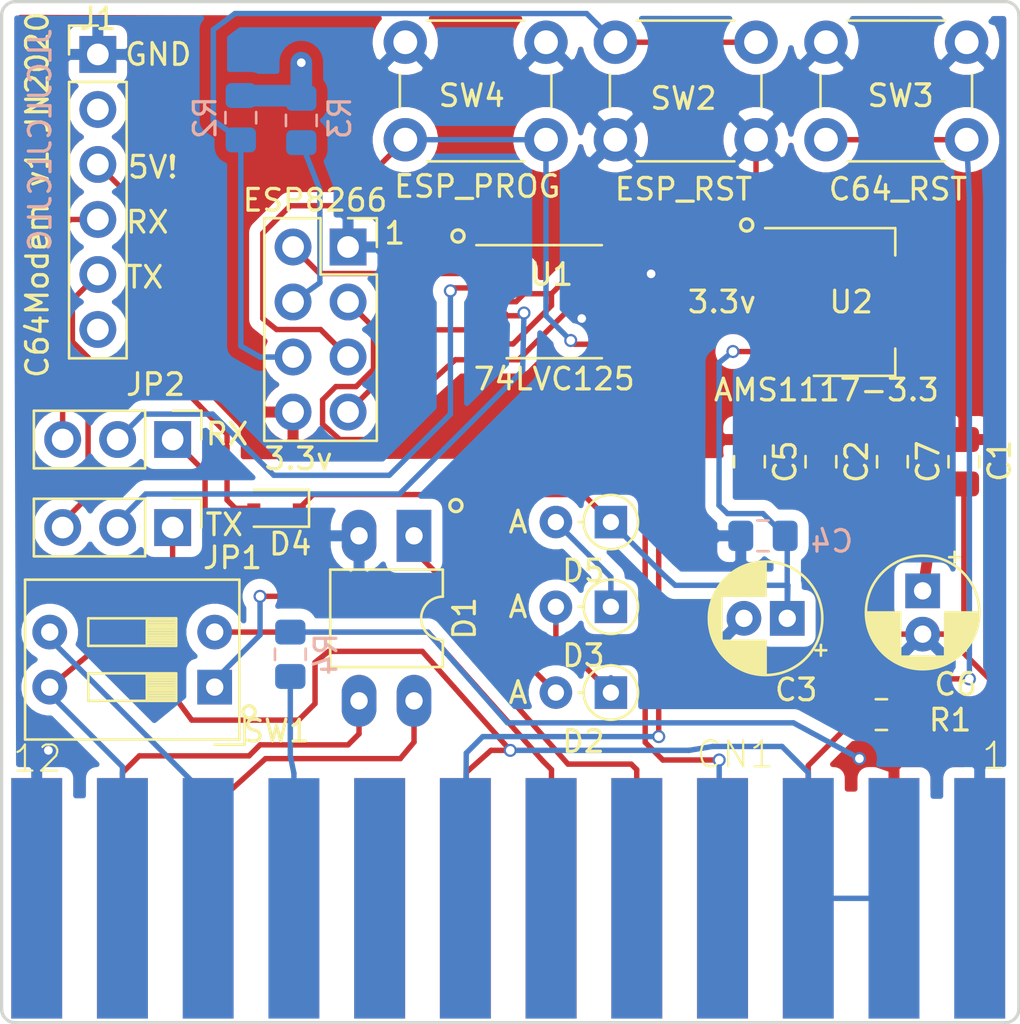
<source format=kicad_pcb>
(kicad_pcb (version 20171130) (host pcbnew "(5.1.6)-1")

  (general
    (thickness 1.6)
    (drawings 28)
    (tracks 235)
    (zones 0)
    (modules 27)
    (nets 30)
  )

  (page A4)
  (layers
    (0 F.Cu signal)
    (31 B.Cu signal)
    (32 B.Adhes user)
    (33 F.Adhes user)
    (34 B.Paste user)
    (35 F.Paste user)
    (36 B.SilkS user)
    (37 F.SilkS user)
    (38 B.Mask user)
    (39 F.Mask user)
    (40 Dwgs.User user)
    (41 Cmts.User user)
    (42 Eco1.User user)
    (43 Eco2.User user)
    (44 Edge.Cuts user)
    (45 Margin user)
    (46 B.CrtYd user)
    (47 F.CrtYd user)
    (48 B.Fab user hide)
    (49 F.Fab user hide)
  )

  (setup
    (last_trace_width 0.25)
    (user_trace_width 0.25)
    (user_trace_width 0.5)
    (user_trace_width 1)
    (trace_clearance 0.2)
    (zone_clearance 0.508)
    (zone_45_only no)
    (trace_min 0.2)
    (via_size 0.6)
    (via_drill 0.4)
    (via_min_size 0.4)
    (via_min_drill 0.3)
    (uvia_size 0.3)
    (uvia_drill 0.1)
    (uvias_allowed no)
    (uvia_min_size 0.2)
    (uvia_min_drill 0.1)
    (edge_width 0.15)
    (segment_width 0.2)
    (pcb_text_width 0.3)
    (pcb_text_size 1.5 1.5)
    (mod_edge_width 0.15)
    (mod_text_size 1 1)
    (mod_text_width 0.15)
    (pad_size 1.524 1.524)
    (pad_drill 0.762)
    (pad_to_mask_clearance 0.2)
    (aux_axis_origin 0 0)
    (visible_elements 7FFFFFFF)
    (pcbplotparams
      (layerselection 0x00030_ffffffff)
      (usegerberextensions false)
      (usegerberattributes true)
      (usegerberadvancedattributes true)
      (creategerberjobfile true)
      (excludeedgelayer true)
      (linewidth 0.100000)
      (plotframeref false)
      (viasonmask false)
      (mode 1)
      (useauxorigin false)
      (hpglpennumber 1)
      (hpglpenspeed 20)
      (hpglpendiameter 15.000000)
      (psnegative false)
      (psa4output false)
      (plotreference true)
      (plotvalue true)
      (plotinvisibletext false)
      (padsonsilk false)
      (subtractmaskfromsilk false)
      (outputformat 1)
      (mirror false)
      (drillshape 0)
      (scaleselection 1)
      (outputdirectory "gerbers"))
  )

  (net 0 "")
  (net 1 GND)
  (net 2 VCC)
  (net 3 9VAC1)
  (net 4 9VAC2)
  (net 5 /C64_RX)
  (net 6 /SP2)
  (net 7 /SP1)
  (net 8 /RST#)
  (net 9 +5V)
  (net 10 /C64_TX)
  (net 11 /C64_DSR)
  (net 12 /C64_CTS)
  (net 13 /C64_DCD)
  (net 14 /C64_RTS)
  (net 15 "Net-(D1-Pad1)")
  (net 16 FTDI_PWR)
  (net 17 /FTDI_RX)
  (net 18 /FTDI_TX)
  (net 19 /ESP_TX)
  (net 20 /ESP_RX)
  (net 21 /TX)
  (net 22 /RX)
  (net 23 "Net-(C3-Pad1)")
  (net 24 "Net-(D2-Pad1)")
  (net 25 "Net-(D3-Pad1)")
  (net 26 /~ESP_RST)
  (net 27 "Net-(ESP8266-Pad5)")
  (net 28 "Net-(ESP8266-Pad4)")
  (net 29 /ESP_DCD)

  (net_class Default "This is the default net class."
    (clearance 0.2)
    (trace_width 0.25)
    (via_dia 0.6)
    (via_drill 0.4)
    (uvia_dia 0.3)
    (uvia_drill 0.1)
    (add_net +5V)
    (add_net /C64_CTS)
    (add_net /C64_DCD)
    (add_net /C64_DSR)
    (add_net /C64_RTS)
    (add_net /C64_RX)
    (add_net /C64_TX)
    (add_net /ESP_DCD)
    (add_net /ESP_RX)
    (add_net /ESP_TX)
    (add_net /FTDI_RX)
    (add_net /FTDI_TX)
    (add_net /RST#)
    (add_net /RX)
    (add_net /SP1)
    (add_net /SP2)
    (add_net /TX)
    (add_net /~ESP_RST)
    (add_net 9VAC1)
    (add_net 9VAC2)
    (add_net FTDI_PWR)
    (add_net GND)
    (add_net "Net-(C3-Pad1)")
    (add_net "Net-(D1-Pad1)")
    (add_net "Net-(D2-Pad1)")
    (add_net "Net-(D3-Pad1)")
    (add_net "Net-(ESP8266-Pad4)")
    (add_net "Net-(ESP8266-Pad5)")
    (add_net VCC)
  )

  (module Package_SO:TSSOP-14_4.4x5mm_P0.65mm (layer F.Cu) (tedit 5E476F32) (tstamp 5F519C58)
    (at 150.622 77.455)
    (descr "TSSOP, 14 Pin (JEDEC MO-153 Var AB-1 https://www.jedec.org/document_search?search_api_views_fulltext=MO-153), generated with kicad-footprint-generator ipc_gullwing_generator.py")
    (tags "TSSOP SO")
    (path /5F6332A7)
    (attr smd)
    (fp_text reference U1 (at -0.127 -1.255) (layer F.SilkS)
      (effects (font (size 1 1) (thickness 0.15)))
    )
    (fp_text value 74LVC125 (at 0 3.45) (layer F.Fab)
      (effects (font (size 1 1) (thickness 0.15)))
    )
    (fp_text user %R (at 0 0) (layer F.Fab)
      (effects (font (size 1 1) (thickness 0.15)))
    )
    (fp_line (start 0 2.61) (end 2.2 2.61) (layer F.SilkS) (width 0.12))
    (fp_line (start 0 2.61) (end -2.2 2.61) (layer F.SilkS) (width 0.12))
    (fp_line (start 0 -2.61) (end 2.2 -2.61) (layer F.SilkS) (width 0.12))
    (fp_line (start 0 -2.61) (end -3.6 -2.61) (layer F.SilkS) (width 0.12))
    (fp_line (start -1.2 -2.5) (end 2.2 -2.5) (layer F.Fab) (width 0.1))
    (fp_line (start 2.2 -2.5) (end 2.2 2.5) (layer F.Fab) (width 0.1))
    (fp_line (start 2.2 2.5) (end -2.2 2.5) (layer F.Fab) (width 0.1))
    (fp_line (start -2.2 2.5) (end -2.2 -1.5) (layer F.Fab) (width 0.1))
    (fp_line (start -2.2 -1.5) (end -1.2 -2.5) (layer F.Fab) (width 0.1))
    (fp_line (start -3.85 -2.75) (end -3.85 2.75) (layer F.CrtYd) (width 0.05))
    (fp_line (start -3.85 2.75) (end 3.85 2.75) (layer F.CrtYd) (width 0.05))
    (fp_line (start 3.85 2.75) (end 3.85 -2.75) (layer F.CrtYd) (width 0.05))
    (fp_line (start 3.85 -2.75) (end -3.85 -2.75) (layer F.CrtYd) (width 0.05))
    (pad 14 smd roundrect (at 2.8625 -1.95) (size 1.475 0.4) (layers F.Cu F.Paste F.Mask) (roundrect_rratio 0.25)
      (net 2 VCC))
    (pad 13 smd roundrect (at 2.8625 -1.3) (size 1.475 0.4) (layers F.Cu F.Paste F.Mask) (roundrect_rratio 0.25)
      (net 1 GND))
    (pad 12 smd roundrect (at 2.8625 -0.65) (size 1.475 0.4) (layers F.Cu F.Paste F.Mask) (roundrect_rratio 0.25)
      (net 29 /ESP_DCD))
    (pad 11 smd roundrect (at 2.8625 0) (size 1.475 0.4) (layers F.Cu F.Paste F.Mask) (roundrect_rratio 0.25)
      (net 13 /C64_DCD))
    (pad 10 smd roundrect (at 2.8625 0.65) (size 1.475 0.4) (layers F.Cu F.Paste F.Mask) (roundrect_rratio 0.25)
      (net 14 /C64_RTS))
    (pad 9 smd roundrect (at 2.8625 1.3) (size 1.475 0.4) (layers F.Cu F.Paste F.Mask) (roundrect_rratio 0.25)
      (net 1 GND))
    (pad 8 smd roundrect (at 2.8625 1.95) (size 1.475 0.4) (layers F.Cu F.Paste F.Mask) (roundrect_rratio 0.25)
      (net 27 "Net-(ESP8266-Pad5)"))
    (pad 7 smd roundrect (at -2.8625 1.95) (size 1.475 0.4) (layers F.Cu F.Paste F.Mask) (roundrect_rratio 0.25)
      (net 1 GND))
    (pad 6 smd roundrect (at -2.8625 1.3) (size 1.475 0.4) (layers F.Cu F.Paste F.Mask) (roundrect_rratio 0.25)
      (net 20 /ESP_RX))
    (pad 5 smd roundrect (at -2.8625 0.65) (size 1.475 0.4) (layers F.Cu F.Paste F.Mask) (roundrect_rratio 0.25)
      (net 21 /TX))
    (pad 4 smd roundrect (at -2.8625 0) (size 1.475 0.4) (layers F.Cu F.Paste F.Mask) (roundrect_rratio 0.25)
      (net 1 GND))
    (pad 3 smd roundrect (at -2.8625 -0.65) (size 1.475 0.4) (layers F.Cu F.Paste F.Mask) (roundrect_rratio 0.25)
      (net 22 /RX))
    (pad 2 smd roundrect (at -2.8625 -1.3) (size 1.475 0.4) (layers F.Cu F.Paste F.Mask) (roundrect_rratio 0.25)
      (net 19 /ESP_TX))
    (pad 1 smd roundrect (at -2.8625 -1.95) (size 1.475 0.4) (layers F.Cu F.Paste F.Mask) (roundrect_rratio 0.25)
      (net 1 GND))
    (model ${KISYS3DMOD}/Package_SO.3dshapes/TSSOP-14_4.4x5mm_P0.65mm.wrl
      (at (xyz 0 0 0))
      (scale (xyz 1 1 1))
      (rotate (xyz 0 0 0))
    )
  )

  (module Connector_PinSocket_2.54mm:PinSocket_2x04_P2.54mm_Vertical (layer F.Cu) (tedit 5A19A422) (tstamp 5F519A3A)
    (at 141.097 74.93)
    (descr "Through hole straight socket strip, 2x04, 2.54mm pitch, double cols (from Kicad 4.0.7), script generated")
    (tags "Through hole socket strip THT 2x04 2.54mm double row")
    (path /5F6A3B73)
    (fp_text reference ESP8266 (at -1.524 -2.159) (layer F.SilkS)
      (effects (font (size 1 1) (thickness 0.15)))
    )
    (fp_text value ESP_01 (at -1.27 10.39) (layer F.Fab)
      (effects (font (size 1 1) (thickness 0.15)))
    )
    (fp_text user %R (at -1.27 3.81 90) (layer F.Fab)
      (effects (font (size 1 1) (thickness 0.15)))
    )
    (fp_line (start -3.81 -1.27) (end 0.27 -1.27) (layer F.Fab) (width 0.1))
    (fp_line (start 0.27 -1.27) (end 1.27 -0.27) (layer F.Fab) (width 0.1))
    (fp_line (start 1.27 -0.27) (end 1.27 8.89) (layer F.Fab) (width 0.1))
    (fp_line (start 1.27 8.89) (end -3.81 8.89) (layer F.Fab) (width 0.1))
    (fp_line (start -3.81 8.89) (end -3.81 -1.27) (layer F.Fab) (width 0.1))
    (fp_line (start -3.87 -1.33) (end -1.27 -1.33) (layer F.SilkS) (width 0.12))
    (fp_line (start -3.87 -1.33) (end -3.87 8.95) (layer F.SilkS) (width 0.12))
    (fp_line (start -3.87 8.95) (end 1.33 8.95) (layer F.SilkS) (width 0.12))
    (fp_line (start 1.33 1.27) (end 1.33 8.95) (layer F.SilkS) (width 0.12))
    (fp_line (start -1.27 1.27) (end 1.33 1.27) (layer F.SilkS) (width 0.12))
    (fp_line (start -1.27 -1.33) (end -1.27 1.27) (layer F.SilkS) (width 0.12))
    (fp_line (start 1.33 -1.33) (end 1.33 0) (layer F.SilkS) (width 0.12))
    (fp_line (start 0 -1.33) (end 1.33 -1.33) (layer F.SilkS) (width 0.12))
    (fp_line (start -4.34 -1.8) (end 1.76 -1.8) (layer F.CrtYd) (width 0.05))
    (fp_line (start 1.76 -1.8) (end 1.76 9.4) (layer F.CrtYd) (width 0.05))
    (fp_line (start 1.76 9.4) (end -4.34 9.4) (layer F.CrtYd) (width 0.05))
    (fp_line (start -4.34 9.4) (end -4.34 -1.8) (layer F.CrtYd) (width 0.05))
    (pad 8 thru_hole oval (at -2.54 7.62) (size 1.7 1.7) (drill 1) (layers *.Cu *.Mask)
      (net 2 VCC))
    (pad 7 thru_hole oval (at 0 7.62) (size 1.7 1.7) (drill 1) (layers *.Cu *.Mask)
      (net 20 /ESP_RX))
    (pad 6 thru_hole oval (at -2.54 5.08) (size 1.7 1.7) (drill 1) (layers *.Cu *.Mask)
      (net 26 /~ESP_RST))
    (pad 5 thru_hole oval (at 0 5.08) (size 1.7 1.7) (drill 1) (layers *.Cu *.Mask)
      (net 27 "Net-(ESP8266-Pad5)"))
    (pad 4 thru_hole oval (at -2.54 2.54) (size 1.7 1.7) (drill 1) (layers *.Cu *.Mask)
      (net 28 "Net-(ESP8266-Pad4)"))
    (pad 3 thru_hole oval (at 0 2.54) (size 1.7 1.7) (drill 1) (layers *.Cu *.Mask)
      (net 29 /ESP_DCD))
    (pad 2 thru_hole oval (at -2.54 0) (size 1.7 1.7) (drill 1) (layers *.Cu *.Mask)
      (net 19 /ESP_TX))
    (pad 1 thru_hole rect (at 0 0) (size 1.7 1.7) (drill 1) (layers *.Cu *.Mask)
      (net 1 GND))
    (model ${KISYS3DMOD}/Connector_PinSocket_2.54mm.3dshapes/PinSocket_2x04_P2.54mm_Vertical.wrl
      (at (xyz 0 0 0))
      (scale (xyz 1 1 1))
      (rotate (xyz 0 0 0))
    )
  )

  (module Button_Switch_THT:SW_DIP_SPSTx02_Slide_9.78x7.26mm_W7.62mm_P2.54mm (layer F.Cu) (tedit 5A4E1404) (tstamp 5AC93E17)
    (at 134.9375 95.25 180)
    (descr "2x-dip-switch SPST , Slide, row spacing 7.62 mm (300 mils), body size 9.78x7.26mm (see e.g. https://www.ctscorp.com/wp-content/uploads/206-208.pdf)")
    (tags "DIP Switch SPST Slide 7.62mm 300mil")
    (path /5AC92034)
    (fp_text reference SW1 (at -2.8575 -2.032) (layer F.SilkS)
      (effects (font (size 1 1) (thickness 0.15)))
    )
    (fp_text value UP9600 (at 3.81 4.445) (layer F.Fab)
      (effects (font (size 1 1) (thickness 0.15)))
    )
    (fp_line (start 8.95 -2.7) (end -1.35 -2.7) (layer F.CrtYd) (width 0.05))
    (fp_line (start 8.95 5.25) (end 8.95 -2.7) (layer F.CrtYd) (width 0.05))
    (fp_line (start -1.35 5.25) (end 8.95 5.25) (layer F.CrtYd) (width 0.05))
    (fp_line (start -1.35 -2.7) (end -1.35 5.25) (layer F.CrtYd) (width 0.05))
    (fp_line (start 3.133333 1.905) (end 3.133333 3.175) (layer F.SilkS) (width 0.12))
    (fp_line (start 1.78 3.105) (end 3.133333 3.105) (layer F.SilkS) (width 0.12))
    (fp_line (start 1.78 2.985) (end 3.133333 2.985) (layer F.SilkS) (width 0.12))
    (fp_line (start 1.78 2.865) (end 3.133333 2.865) (layer F.SilkS) (width 0.12))
    (fp_line (start 1.78 2.745) (end 3.133333 2.745) (layer F.SilkS) (width 0.12))
    (fp_line (start 1.78 2.625) (end 3.133333 2.625) (layer F.SilkS) (width 0.12))
    (fp_line (start 1.78 2.505) (end 3.133333 2.505) (layer F.SilkS) (width 0.12))
    (fp_line (start 1.78 2.385) (end 3.133333 2.385) (layer F.SilkS) (width 0.12))
    (fp_line (start 1.78 2.265) (end 3.133333 2.265) (layer F.SilkS) (width 0.12))
    (fp_line (start 1.78 2.145) (end 3.133333 2.145) (layer F.SilkS) (width 0.12))
    (fp_line (start 1.78 2.025) (end 3.133333 2.025) (layer F.SilkS) (width 0.12))
    (fp_line (start 5.84 1.905) (end 1.78 1.905) (layer F.SilkS) (width 0.12))
    (fp_line (start 5.84 3.175) (end 5.84 1.905) (layer F.SilkS) (width 0.12))
    (fp_line (start 1.78 3.175) (end 5.84 3.175) (layer F.SilkS) (width 0.12))
    (fp_line (start 1.78 1.905) (end 1.78 3.175) (layer F.SilkS) (width 0.12))
    (fp_line (start 3.133333 -0.635) (end 3.133333 0.635) (layer F.SilkS) (width 0.12))
    (fp_line (start 1.78 0.565) (end 3.133333 0.565) (layer F.SilkS) (width 0.12))
    (fp_line (start 1.78 0.445) (end 3.133333 0.445) (layer F.SilkS) (width 0.12))
    (fp_line (start 1.78 0.325) (end 3.133333 0.325) (layer F.SilkS) (width 0.12))
    (fp_line (start 1.78 0.205) (end 3.133333 0.205) (layer F.SilkS) (width 0.12))
    (fp_line (start 1.78 0.085) (end 3.133333 0.085) (layer F.SilkS) (width 0.12))
    (fp_line (start 1.78 -0.035) (end 3.133333 -0.035) (layer F.SilkS) (width 0.12))
    (fp_line (start 1.78 -0.155) (end 3.133333 -0.155) (layer F.SilkS) (width 0.12))
    (fp_line (start 1.78 -0.275) (end 3.133333 -0.275) (layer F.SilkS) (width 0.12))
    (fp_line (start 1.78 -0.395) (end 3.133333 -0.395) (layer F.SilkS) (width 0.12))
    (fp_line (start 1.78 -0.515) (end 3.133333 -0.515) (layer F.SilkS) (width 0.12))
    (fp_line (start 5.84 -0.635) (end 1.78 -0.635) (layer F.SilkS) (width 0.12))
    (fp_line (start 5.84 0.635) (end 5.84 -0.635) (layer F.SilkS) (width 0.12))
    (fp_line (start 1.78 0.635) (end 5.84 0.635) (layer F.SilkS) (width 0.12))
    (fp_line (start 1.78 -0.635) (end 1.78 0.635) (layer F.SilkS) (width 0.12))
    (fp_line (start -1.38 -2.66) (end -1.38 -1.277) (layer F.SilkS) (width 0.12))
    (fp_line (start -1.38 -2.66) (end 0.004 -2.66) (layer F.SilkS) (width 0.12))
    (fp_line (start 8.76 -2.42) (end 8.76 4.96) (layer F.SilkS) (width 0.12))
    (fp_line (start -1.14 -2.42) (end -1.14 4.96) (layer F.SilkS) (width 0.12))
    (fp_line (start -1.14 4.96) (end 8.76 4.96) (layer F.SilkS) (width 0.12))
    (fp_line (start -1.14 -2.42) (end 8.76 -2.42) (layer F.SilkS) (width 0.12))
    (fp_line (start 3.133333 1.905) (end 3.133333 3.175) (layer F.Fab) (width 0.1))
    (fp_line (start 1.78 3.105) (end 3.133333 3.105) (layer F.Fab) (width 0.1))
    (fp_line (start 1.78 3.005) (end 3.133333 3.005) (layer F.Fab) (width 0.1))
    (fp_line (start 1.78 2.905) (end 3.133333 2.905) (layer F.Fab) (width 0.1))
    (fp_line (start 1.78 2.805) (end 3.133333 2.805) (layer F.Fab) (width 0.1))
    (fp_line (start 1.78 2.705) (end 3.133333 2.705) (layer F.Fab) (width 0.1))
    (fp_line (start 1.78 2.605) (end 3.133333 2.605) (layer F.Fab) (width 0.1))
    (fp_line (start 1.78 2.505) (end 3.133333 2.505) (layer F.Fab) (width 0.1))
    (fp_line (start 1.78 2.405) (end 3.133333 2.405) (layer F.Fab) (width 0.1))
    (fp_line (start 1.78 2.305) (end 3.133333 2.305) (layer F.Fab) (width 0.1))
    (fp_line (start 1.78 2.205) (end 3.133333 2.205) (layer F.Fab) (width 0.1))
    (fp_line (start 1.78 2.105) (end 3.133333 2.105) (layer F.Fab) (width 0.1))
    (fp_line (start 1.78 2.005) (end 3.133333 2.005) (layer F.Fab) (width 0.1))
    (fp_line (start 5.84 1.905) (end 1.78 1.905) (layer F.Fab) (width 0.1))
    (fp_line (start 5.84 3.175) (end 5.84 1.905) (layer F.Fab) (width 0.1))
    (fp_line (start 1.78 3.175) (end 5.84 3.175) (layer F.Fab) (width 0.1))
    (fp_line (start 1.78 1.905) (end 1.78 3.175) (layer F.Fab) (width 0.1))
    (fp_line (start 3.133333 -0.635) (end 3.133333 0.635) (layer F.Fab) (width 0.1))
    (fp_line (start 1.78 0.565) (end 3.133333 0.565) (layer F.Fab) (width 0.1))
    (fp_line (start 1.78 0.465) (end 3.133333 0.465) (layer F.Fab) (width 0.1))
    (fp_line (start 1.78 0.365) (end 3.133333 0.365) (layer F.Fab) (width 0.1))
    (fp_line (start 1.78 0.265) (end 3.133333 0.265) (layer F.Fab) (width 0.1))
    (fp_line (start 1.78 0.165) (end 3.133333 0.165) (layer F.Fab) (width 0.1))
    (fp_line (start 1.78 0.065) (end 3.133333 0.065) (layer F.Fab) (width 0.1))
    (fp_line (start 1.78 -0.035) (end 3.133333 -0.035) (layer F.Fab) (width 0.1))
    (fp_line (start 1.78 -0.135) (end 3.133333 -0.135) (layer F.Fab) (width 0.1))
    (fp_line (start 1.78 -0.235) (end 3.133333 -0.235) (layer F.Fab) (width 0.1))
    (fp_line (start 1.78 -0.335) (end 3.133333 -0.335) (layer F.Fab) (width 0.1))
    (fp_line (start 1.78 -0.435) (end 3.133333 -0.435) (layer F.Fab) (width 0.1))
    (fp_line (start 1.78 -0.535) (end 3.133333 -0.535) (layer F.Fab) (width 0.1))
    (fp_line (start 5.84 -0.635) (end 1.78 -0.635) (layer F.Fab) (width 0.1))
    (fp_line (start 5.84 0.635) (end 5.84 -0.635) (layer F.Fab) (width 0.1))
    (fp_line (start 1.78 0.635) (end 5.84 0.635) (layer F.Fab) (width 0.1))
    (fp_line (start 1.78 -0.635) (end 1.78 0.635) (layer F.Fab) (width 0.1))
    (fp_line (start -1.08 -1.36) (end -0.08 -2.36) (layer F.Fab) (width 0.1))
    (fp_line (start -1.08 4.9) (end -1.08 -1.36) (layer F.Fab) (width 0.1))
    (fp_line (start 8.7 4.9) (end -1.08 4.9) (layer F.Fab) (width 0.1))
    (fp_line (start 8.7 -2.36) (end 8.7 4.9) (layer F.Fab) (width 0.1))
    (fp_line (start -0.08 -2.36) (end 8.7 -2.36) (layer F.Fab) (width 0.1))
    (fp_text user on (at 5.365 -1.4975) (layer F.Fab)
      (effects (font (size 0.8 0.8) (thickness 0.12)))
    )
    (fp_text user %R (at 7.27 1.27 90) (layer F.Fab)
      (effects (font (size 0.8 0.8) (thickness 0.12)))
    )
    (pad 4 thru_hole oval (at 7.62 0 180) (size 1.6 1.6) (drill 0.8) (layers *.Cu *.Mask)
      (net 10 /C64_TX))
    (pad 2 thru_hole oval (at 0 2.54 180) (size 1.6 1.6) (drill 0.8) (layers *.Cu *.Mask)
      (net 6 /SP2))
    (pad 3 thru_hole oval (at 7.62 2.54 180) (size 1.6 1.6) (drill 0.8) (layers *.Cu *.Mask)
      (net 11 /C64_DSR))
    (pad 1 thru_hole rect (at 0 0 180) (size 1.6 1.6) (drill 0.8) (layers *.Cu *.Mask)
      (net 7 /SP1))
    (model ${KISYS3DMOD}/Button_Switch_THT.3dshapes/SW_DIP_SPSTx02_Slide_9.78x7.26mm_W7.62mm_P2.54mm.wrl
      (at (xyz 0 0 0))
      (scale (xyz 1 1 1))
      (rotate (xyz 0 0 90))
    )
  )

  (module Package_TO_SOT_SMD:SOT-223 (layer F.Cu) (tedit 5A02FF57) (tstamp 5AC94EB8)
    (at 164.465 77.47)
    (descr "module CMS SOT223 4 pins")
    (tags "CMS SOT")
    (path /5ACA5149)
    (attr smd)
    (fp_text reference U2 (at -0.127 0) (layer F.SilkS)
      (effects (font (size 1 1) (thickness 0.15)))
    )
    (fp_text value AMS1117-3.3 (at 0 4.5) (layer F.Fab)
      (effects (font (size 1 1) (thickness 0.15)))
    )
    (fp_line (start 1.85 -3.35) (end 1.85 3.35) (layer F.Fab) (width 0.1))
    (fp_line (start -1.85 3.35) (end 1.85 3.35) (layer F.Fab) (width 0.1))
    (fp_line (start -4.1 -3.41) (end 1.91 -3.41) (layer F.SilkS) (width 0.12))
    (fp_line (start -0.8 -3.35) (end 1.85 -3.35) (layer F.Fab) (width 0.1))
    (fp_line (start -1.85 3.41) (end 1.91 3.41) (layer F.SilkS) (width 0.12))
    (fp_line (start -1.85 -2.3) (end -1.85 3.35) (layer F.Fab) (width 0.1))
    (fp_line (start -4.4 -3.6) (end -4.4 3.6) (layer F.CrtYd) (width 0.05))
    (fp_line (start -4.4 3.6) (end 4.4 3.6) (layer F.CrtYd) (width 0.05))
    (fp_line (start 4.4 3.6) (end 4.4 -3.6) (layer F.CrtYd) (width 0.05))
    (fp_line (start 4.4 -3.6) (end -4.4 -3.6) (layer F.CrtYd) (width 0.05))
    (fp_line (start 1.91 -3.41) (end 1.91 -2.15) (layer F.SilkS) (width 0.12))
    (fp_line (start 1.91 3.41) (end 1.91 2.15) (layer F.SilkS) (width 0.12))
    (fp_line (start -1.85 -2.3) (end -0.8 -3.35) (layer F.Fab) (width 0.1))
    (fp_text user %R (at 0 0 90) (layer F.Fab)
      (effects (font (size 0.8 0.8) (thickness 0.12)))
    )
    (pad 1 smd rect (at -3.15 -2.3) (size 2 1.5) (layers F.Cu F.Paste F.Mask)
      (net 1 GND))
    (pad 3 smd rect (at -3.15 2.3) (size 2 1.5) (layers F.Cu F.Paste F.Mask)
      (net 23 "Net-(C3-Pad1)"))
    (pad 2 smd rect (at -3.15 0) (size 2 1.5) (layers F.Cu F.Paste F.Mask)
      (net 2 VCC))
    (pad 4 smd rect (at 3.15 0) (size 2 3.8) (layers F.Cu F.Paste F.Mask))
    (model ${KISYS3DMOD}/Package_TO_SOT_SMD.3dshapes/SOT-223.wrl
      (at (xyz 0 0 0))
      (scale (xyz 1 1 1))
      (rotate (xyz 0 0 0))
    )
  )

  (module Button_Switch_THT:SW_PUSH_6mm_H5mm (layer F.Cu) (tedit 5A02FE31) (tstamp 5AC93E2F)
    (at 150.241 69.977 180)
    (descr "tactile push button, 6x6mm e.g. PHAP33xx series, height=5mm")
    (tags "tact sw push 6mm")
    (path /5AC98667)
    (fp_text reference SW4 (at 3.429 2.032) (layer F.SilkS)
      (effects (font (size 1 1) (thickness 0.15)))
    )
    (fp_text value ESP_PROG (at 3.75 6.7) (layer F.Fab)
      (effects (font (size 1 1) (thickness 0.15)))
    )
    (fp_circle (center 3.25 2.25) (end 1.25 2.5) (layer F.Fab) (width 0.1))
    (fp_line (start 6.75 3) (end 6.75 1.5) (layer F.SilkS) (width 0.12))
    (fp_line (start 5.5 -1) (end 1 -1) (layer F.SilkS) (width 0.12))
    (fp_line (start -0.25 1.5) (end -0.25 3) (layer F.SilkS) (width 0.12))
    (fp_line (start 1 5.5) (end 5.5 5.5) (layer F.SilkS) (width 0.12))
    (fp_line (start 8 -1.25) (end 8 5.75) (layer F.CrtYd) (width 0.05))
    (fp_line (start 7.75 6) (end -1.25 6) (layer F.CrtYd) (width 0.05))
    (fp_line (start -1.5 5.75) (end -1.5 -1.25) (layer F.CrtYd) (width 0.05))
    (fp_line (start -1.25 -1.5) (end 7.75 -1.5) (layer F.CrtYd) (width 0.05))
    (fp_line (start -1.5 6) (end -1.25 6) (layer F.CrtYd) (width 0.05))
    (fp_line (start -1.5 5.75) (end -1.5 6) (layer F.CrtYd) (width 0.05))
    (fp_line (start -1.5 -1.5) (end -1.25 -1.5) (layer F.CrtYd) (width 0.05))
    (fp_line (start -1.5 -1.25) (end -1.5 -1.5) (layer F.CrtYd) (width 0.05))
    (fp_line (start 8 -1.5) (end 8 -1.25) (layer F.CrtYd) (width 0.05))
    (fp_line (start 7.75 -1.5) (end 8 -1.5) (layer F.CrtYd) (width 0.05))
    (fp_line (start 8 6) (end 8 5.75) (layer F.CrtYd) (width 0.05))
    (fp_line (start 7.75 6) (end 8 6) (layer F.CrtYd) (width 0.05))
    (fp_line (start 0.25 -0.75) (end 3.25 -0.75) (layer F.Fab) (width 0.1))
    (fp_line (start 0.25 5.25) (end 0.25 -0.75) (layer F.Fab) (width 0.1))
    (fp_line (start 6.25 5.25) (end 0.25 5.25) (layer F.Fab) (width 0.1))
    (fp_line (start 6.25 -0.75) (end 6.25 5.25) (layer F.Fab) (width 0.1))
    (fp_line (start 3.25 -0.75) (end 6.25 -0.75) (layer F.Fab) (width 0.1))
    (fp_text user %R (at 3.25 2.25) (layer F.Fab)
      (effects (font (size 1 1) (thickness 0.15)))
    )
    (pad 1 thru_hole circle (at 6.5 0 270) (size 2 2) (drill 1.1) (layers *.Cu *.Mask)
      (net 27 "Net-(ESP8266-Pad5)"))
    (pad 2 thru_hole circle (at 6.5 4.5 270) (size 2 2) (drill 1.1) (layers *.Cu *.Mask)
      (net 1 GND))
    (pad 1 thru_hole circle (at 0 0 270) (size 2 2) (drill 1.1) (layers *.Cu *.Mask)
      (net 27 "Net-(ESP8266-Pad5)"))
    (pad 2 thru_hole circle (at 0 4.5 270) (size 2 2) (drill 1.1) (layers *.Cu *.Mask)
      (net 1 GND))
    (model ${KISYS3DMOD}/Button_Switch_THT.3dshapes/SW_PUSH_6mm_H5mm.wrl
      (at (xyz 0 0 0))
      (scale (xyz 1 1 1))
      (rotate (xyz 0 0 0))
    )
  )

  (module Button_Switch_THT:SW_PUSH_6mm_H5mm (layer F.Cu) (tedit 5A02FE31) (tstamp 5AC93E27)
    (at 169.672 69.977 180)
    (descr "tactile push button, 6x6mm e.g. PHAP33xx series, height=5mm")
    (tags "tact sw push 6mm")
    (path /5AC97811)
    (fp_text reference SW3 (at 3.048 2.032) (layer F.SilkS)
      (effects (font (size 1 1) (thickness 0.15)))
    )
    (fp_text value C64_RST (at 3.75 6.7) (layer F.Fab)
      (effects (font (size 1 1) (thickness 0.15)))
    )
    (fp_circle (center 3.25 2.25) (end 1.25 2.5) (layer F.Fab) (width 0.1))
    (fp_line (start 6.75 3) (end 6.75 1.5) (layer F.SilkS) (width 0.12))
    (fp_line (start 5.5 -1) (end 1 -1) (layer F.SilkS) (width 0.12))
    (fp_line (start -0.25 1.5) (end -0.25 3) (layer F.SilkS) (width 0.12))
    (fp_line (start 1 5.5) (end 5.5 5.5) (layer F.SilkS) (width 0.12))
    (fp_line (start 8 -1.25) (end 8 5.75) (layer F.CrtYd) (width 0.05))
    (fp_line (start 7.75 6) (end -1.25 6) (layer F.CrtYd) (width 0.05))
    (fp_line (start -1.5 5.75) (end -1.5 -1.25) (layer F.CrtYd) (width 0.05))
    (fp_line (start -1.25 -1.5) (end 7.75 -1.5) (layer F.CrtYd) (width 0.05))
    (fp_line (start -1.5 6) (end -1.25 6) (layer F.CrtYd) (width 0.05))
    (fp_line (start -1.5 5.75) (end -1.5 6) (layer F.CrtYd) (width 0.05))
    (fp_line (start -1.5 -1.5) (end -1.25 -1.5) (layer F.CrtYd) (width 0.05))
    (fp_line (start -1.5 -1.25) (end -1.5 -1.5) (layer F.CrtYd) (width 0.05))
    (fp_line (start 8 -1.5) (end 8 -1.25) (layer F.CrtYd) (width 0.05))
    (fp_line (start 7.75 -1.5) (end 8 -1.5) (layer F.CrtYd) (width 0.05))
    (fp_line (start 8 6) (end 8 5.75) (layer F.CrtYd) (width 0.05))
    (fp_line (start 7.75 6) (end 8 6) (layer F.CrtYd) (width 0.05))
    (fp_line (start 0.25 -0.75) (end 3.25 -0.75) (layer F.Fab) (width 0.1))
    (fp_line (start 0.25 5.25) (end 0.25 -0.75) (layer F.Fab) (width 0.1))
    (fp_line (start 6.25 5.25) (end 0.25 5.25) (layer F.Fab) (width 0.1))
    (fp_line (start 6.25 -0.75) (end 6.25 5.25) (layer F.Fab) (width 0.1))
    (fp_line (start 3.25 -0.75) (end 6.25 -0.75) (layer F.Fab) (width 0.1))
    (fp_text user %R (at 3.25 2.25) (layer F.Fab)
      (effects (font (size 1 1) (thickness 0.15)))
    )
    (pad 1 thru_hole circle (at 6.5 0 270) (size 2 2) (drill 1.1) (layers *.Cu *.Mask)
      (net 8 /RST#))
    (pad 2 thru_hole circle (at 6.5 4.5 270) (size 2 2) (drill 1.1) (layers *.Cu *.Mask)
      (net 1 GND))
    (pad 1 thru_hole circle (at 0 0 270) (size 2 2) (drill 1.1) (layers *.Cu *.Mask)
      (net 8 /RST#))
    (pad 2 thru_hole circle (at 0 4.5 270) (size 2 2) (drill 1.1) (layers *.Cu *.Mask)
      (net 1 GND))
    (model ${KISYS3DMOD}/Button_Switch_THT.3dshapes/SW_PUSH_6mm_H5mm.wrl
      (at (xyz 0 0 0))
      (scale (xyz 1 1 1))
      (rotate (xyz 0 0 0))
    )
  )

  (module Button_Switch_THT:SW_PUSH_6mm_H5mm (layer F.Cu) (tedit 5A02FE31) (tstamp 5AC93E1F)
    (at 159.9438 69.977 180)
    (descr "tactile push button, 6x6mm e.g. PHAP33xx series, height=5mm")
    (tags "tact sw push 6mm")
    (path /5AC922D0)
    (fp_text reference SW2 (at 3.3528 1.905) (layer F.SilkS)
      (effects (font (size 1 1) (thickness 0.15)))
    )
    (fp_text value ESP_RST (at 3.75 6.7) (layer F.Fab)
      (effects (font (size 1 1) (thickness 0.15)))
    )
    (fp_circle (center 3.25 2.25) (end 1.25 2.5) (layer F.Fab) (width 0.1))
    (fp_line (start 6.75 3) (end 6.75 1.5) (layer F.SilkS) (width 0.12))
    (fp_line (start 5.5 -1) (end 1 -1) (layer F.SilkS) (width 0.12))
    (fp_line (start -0.25 1.5) (end -0.25 3) (layer F.SilkS) (width 0.12))
    (fp_line (start 1 5.5) (end 5.5 5.5) (layer F.SilkS) (width 0.12))
    (fp_line (start 8 -1.25) (end 8 5.75) (layer F.CrtYd) (width 0.05))
    (fp_line (start 7.75 6) (end -1.25 6) (layer F.CrtYd) (width 0.05))
    (fp_line (start -1.5 5.75) (end -1.5 -1.25) (layer F.CrtYd) (width 0.05))
    (fp_line (start -1.25 -1.5) (end 7.75 -1.5) (layer F.CrtYd) (width 0.05))
    (fp_line (start -1.5 6) (end -1.25 6) (layer F.CrtYd) (width 0.05))
    (fp_line (start -1.5 5.75) (end -1.5 6) (layer F.CrtYd) (width 0.05))
    (fp_line (start -1.5 -1.5) (end -1.25 -1.5) (layer F.CrtYd) (width 0.05))
    (fp_line (start -1.5 -1.25) (end -1.5 -1.5) (layer F.CrtYd) (width 0.05))
    (fp_line (start 8 -1.5) (end 8 -1.25) (layer F.CrtYd) (width 0.05))
    (fp_line (start 7.75 -1.5) (end 8 -1.5) (layer F.CrtYd) (width 0.05))
    (fp_line (start 8 6) (end 8 5.75) (layer F.CrtYd) (width 0.05))
    (fp_line (start 7.75 6) (end 8 6) (layer F.CrtYd) (width 0.05))
    (fp_line (start 0.25 -0.75) (end 3.25 -0.75) (layer F.Fab) (width 0.1))
    (fp_line (start 0.25 5.25) (end 0.25 -0.75) (layer F.Fab) (width 0.1))
    (fp_line (start 6.25 5.25) (end 0.25 5.25) (layer F.Fab) (width 0.1))
    (fp_line (start 6.25 -0.75) (end 6.25 5.25) (layer F.Fab) (width 0.1))
    (fp_line (start 3.25 -0.75) (end 6.25 -0.75) (layer F.Fab) (width 0.1))
    (fp_text user %R (at 3.25 2.25) (layer F.Fab)
      (effects (font (size 1 1) (thickness 0.15)))
    )
    (pad 1 thru_hole circle (at 6.5 0 270) (size 2 2) (drill 1.1) (layers *.Cu *.Mask)
      (net 1 GND))
    (pad 2 thru_hole circle (at 6.5 4.5 270) (size 2 2) (drill 1.1) (layers *.Cu *.Mask)
      (net 26 /~ESP_RST))
    (pad 1 thru_hole circle (at 0 0 270) (size 2 2) (drill 1.1) (layers *.Cu *.Mask)
      (net 1 GND))
    (pad 2 thru_hole circle (at 0 4.5 270) (size 2 2) (drill 1.1) (layers *.Cu *.Mask)
      (net 26 /~ESP_RST))
    (model ${KISYS3DMOD}/Button_Switch_THT.3dshapes/SW_PUSH_6mm_H5mm.wrl
      (at (xyz 0 0 0))
      (scale (xyz 1 1 1))
      (rotate (xyz 0 0 0))
    )
  )

  (module Resistor_SMD:R_0805_2012Metric_Pad1.15x1.40mm_HandSolder (layer B.Cu) (tedit 5B36C52B) (tstamp 5AC93E0F)
    (at 138.43 93.735 90)
    (descr "Resistor SMD 0805 (2012 Metric), square (rectangular) end terminal, IPC_7351 nominal with elongated pad for handsoldering. (Body size source: https://docs.google.com/spreadsheets/d/1BsfQQcO9C6DZCsRaXUlFlo91Tg2WpOkGARC1WS5S8t0/edit?usp=sharing), generated with kicad-footprint-generator")
    (tags "resistor handsolder")
    (path /5AC9E473)
    (attr smd)
    (fp_text reference R4 (at 0 1.65 90) (layer B.SilkS)
      (effects (font (size 1 1) (thickness 0.15)) (justify mirror))
    )
    (fp_text value 4.7k (at 0 -1.65 90) (layer B.Fab)
      (effects (font (size 1 1) (thickness 0.15)) (justify mirror))
    )
    (fp_line (start 1.85 -0.95) (end -1.85 -0.95) (layer B.CrtYd) (width 0.05))
    (fp_line (start 1.85 0.95) (end 1.85 -0.95) (layer B.CrtYd) (width 0.05))
    (fp_line (start -1.85 0.95) (end 1.85 0.95) (layer B.CrtYd) (width 0.05))
    (fp_line (start -1.85 -0.95) (end -1.85 0.95) (layer B.CrtYd) (width 0.05))
    (fp_line (start -0.261252 -0.71) (end 0.261252 -0.71) (layer B.SilkS) (width 0.12))
    (fp_line (start -0.261252 0.71) (end 0.261252 0.71) (layer B.SilkS) (width 0.12))
    (fp_line (start 1 -0.6) (end -1 -0.6) (layer B.Fab) (width 0.1))
    (fp_line (start 1 0.6) (end 1 -0.6) (layer B.Fab) (width 0.1))
    (fp_line (start -1 0.6) (end 1 0.6) (layer B.Fab) (width 0.1))
    (fp_line (start -1 -0.6) (end -1 0.6) (layer B.Fab) (width 0.1))
    (fp_text user %R (at 0 0 90) (layer B.Fab)
      (effects (font (size 0.5 0.5) (thickness 0.08)) (justify mirror))
    )
    (pad 2 smd roundrect (at 1.025 0 90) (size 1.15 1.4) (layers B.Cu B.Paste B.Mask) (roundrect_rratio 0.217391)
      (net 9 +5V))
    (pad 1 smd roundrect (at -1.025 0 90) (size 1.15 1.4) (layers B.Cu B.Paste B.Mask) (roundrect_rratio 0.217391)
      (net 12 /C64_CTS))
    (model ${KISYS3DMOD}/Resistor_SMD.3dshapes/R_0805_2012Metric.wrl
      (at (xyz 0 0 0))
      (scale (xyz 1 1 1))
      (rotate (xyz 0 0 0))
    )
  )

  (module Resistor_SMD:R_0805_2012Metric_Pad1.15x1.40mm_HandSolder (layer B.Cu) (tedit 5B36C52B) (tstamp 5F4F67FB)
    (at 138.938 69.088 270)
    (descr "Resistor SMD 0805 (2012 Metric), square (rectangular) end terminal, IPC_7351 nominal with elongated pad for handsoldering. (Body size source: https://docs.google.com/spreadsheets/d/1BsfQQcO9C6DZCsRaXUlFlo91Tg2WpOkGARC1WS5S8t0/edit?usp=sharing), generated with kicad-footprint-generator")
    (tags "resistor handsolder")
    (path /5AC94FEB)
    (attr smd)
    (fp_text reference R3 (at -0.118 -1.778 90) (layer B.SilkS)
      (effects (font (size 1 1) (thickness 0.15)) (justify mirror))
    )
    (fp_text value 4.7k (at 0 -1.65 90) (layer B.Fab)
      (effects (font (size 1 1) (thickness 0.15)) (justify mirror))
    )
    (fp_line (start 1.85 -0.95) (end -1.85 -0.95) (layer B.CrtYd) (width 0.05))
    (fp_line (start 1.85 0.95) (end 1.85 -0.95) (layer B.CrtYd) (width 0.05))
    (fp_line (start -1.85 0.95) (end 1.85 0.95) (layer B.CrtYd) (width 0.05))
    (fp_line (start -1.85 -0.95) (end -1.85 0.95) (layer B.CrtYd) (width 0.05))
    (fp_line (start -0.261252 -0.71) (end 0.261252 -0.71) (layer B.SilkS) (width 0.12))
    (fp_line (start -0.261252 0.71) (end 0.261252 0.71) (layer B.SilkS) (width 0.12))
    (fp_line (start 1 -0.6) (end -1 -0.6) (layer B.Fab) (width 0.1))
    (fp_line (start 1 0.6) (end 1 -0.6) (layer B.Fab) (width 0.1))
    (fp_line (start -1 0.6) (end 1 0.6) (layer B.Fab) (width 0.1))
    (fp_line (start -1 -0.6) (end -1 0.6) (layer B.Fab) (width 0.1))
    (fp_text user %R (at 0 0 90) (layer B.Fab)
      (effects (font (size 0.5 0.5) (thickness 0.08)) (justify mirror))
    )
    (pad 2 smd roundrect (at 1.025 0 270) (size 1.15 1.4) (layers B.Cu B.Paste B.Mask) (roundrect_rratio 0.217391)
      (net 28 "Net-(ESP8266-Pad4)"))
    (pad 1 smd roundrect (at -1.025 0 270) (size 1.15 1.4) (layers B.Cu B.Paste B.Mask) (roundrect_rratio 0.217391)
      (net 2 VCC))
    (model ${KISYS3DMOD}/Resistor_SMD.3dshapes/R_0805_2012Metric.wrl
      (at (xyz 0 0 0))
      (scale (xyz 1 1 1))
      (rotate (xyz 0 0 0))
    )
  )

  (module Resistor_SMD:R_0805_2012Metric_Pad1.15x1.40mm_HandSolder (layer B.Cu) (tedit 5B36C52B) (tstamp 5F51A66C)
    (at 136.144 68.961 270)
    (descr "Resistor SMD 0805 (2012 Metric), square (rectangular) end terminal, IPC_7351 nominal with elongated pad for handsoldering. (Body size source: https://docs.google.com/spreadsheets/d/1BsfQQcO9C6DZCsRaXUlFlo91Tg2WpOkGARC1WS5S8t0/edit?usp=sharing), generated with kicad-footprint-generator")
    (tags "resistor handsolder")
    (path /5AC96A67)
    (attr smd)
    (fp_text reference R2 (at 0 1.65 270) (layer B.SilkS)
      (effects (font (size 1 1) (thickness 0.15)) (justify mirror))
    )
    (fp_text value 4.7k (at 0 -1.65 270) (layer B.Fab)
      (effects (font (size 1 1) (thickness 0.15)) (justify mirror))
    )
    (fp_line (start 1.85 -0.95) (end -1.85 -0.95) (layer B.CrtYd) (width 0.05))
    (fp_line (start 1.85 0.95) (end 1.85 -0.95) (layer B.CrtYd) (width 0.05))
    (fp_line (start -1.85 0.95) (end 1.85 0.95) (layer B.CrtYd) (width 0.05))
    (fp_line (start -1.85 -0.95) (end -1.85 0.95) (layer B.CrtYd) (width 0.05))
    (fp_line (start -0.261252 -0.71) (end 0.261252 -0.71) (layer B.SilkS) (width 0.12))
    (fp_line (start -0.261252 0.71) (end 0.261252 0.71) (layer B.SilkS) (width 0.12))
    (fp_line (start 1 -0.6) (end -1 -0.6) (layer B.Fab) (width 0.1))
    (fp_line (start 1 0.6) (end 1 -0.6) (layer B.Fab) (width 0.1))
    (fp_line (start -1 0.6) (end 1 0.6) (layer B.Fab) (width 0.1))
    (fp_line (start -1 -0.6) (end -1 0.6) (layer B.Fab) (width 0.1))
    (fp_text user %R (at 0 0 270) (layer B.Fab)
      (effects (font (size 0.5 0.5) (thickness 0.08)) (justify mirror))
    )
    (pad 2 smd roundrect (at 1.025 0 270) (size 1.15 1.4) (layers B.Cu B.Paste B.Mask) (roundrect_rratio 0.217391)
      (net 26 /~ESP_RST))
    (pad 1 smd roundrect (at -1.025 0 270) (size 1.15 1.4) (layers B.Cu B.Paste B.Mask) (roundrect_rratio 0.217391)
      (net 2 VCC))
    (model ${KISYS3DMOD}/Resistor_SMD.3dshapes/R_0805_2012Metric.wrl
      (at (xyz 0 0 0))
      (scale (xyz 1 1 1))
      (rotate (xyz 0 0 0))
    )
  )

  (module Resistor_SMD:R_0805_2012Metric_Pad1.15x1.40mm_HandSolder (layer F.Cu) (tedit 5B36C52B) (tstamp 5AC93DFD)
    (at 165.735 96.52)
    (descr "Resistor SMD 0805 (2012 Metric), square (rectangular) end terminal, IPC_7351 nominal with elongated pad for handsoldering. (Body size source: https://docs.google.com/spreadsheets/d/1BsfQQcO9C6DZCsRaXUlFlo91Tg2WpOkGARC1WS5S8t0/edit?usp=sharing), generated with kicad-footprint-generator")
    (tags "resistor handsolder")
    (path /5AC9247C)
    (attr smd)
    (fp_text reference R1 (at 3.175 0.254) (layer F.SilkS)
      (effects (font (size 1 1) (thickness 0.15)))
    )
    (fp_text value 4.7k (at 0 1.65) (layer F.Fab)
      (effects (font (size 1 1) (thickness 0.15)))
    )
    (fp_line (start 1.85 0.95) (end -1.85 0.95) (layer F.CrtYd) (width 0.05))
    (fp_line (start 1.85 -0.95) (end 1.85 0.95) (layer F.CrtYd) (width 0.05))
    (fp_line (start -1.85 -0.95) (end 1.85 -0.95) (layer F.CrtYd) (width 0.05))
    (fp_line (start -1.85 0.95) (end -1.85 -0.95) (layer F.CrtYd) (width 0.05))
    (fp_line (start -0.261252 0.71) (end 0.261252 0.71) (layer F.SilkS) (width 0.12))
    (fp_line (start -0.261252 -0.71) (end 0.261252 -0.71) (layer F.SilkS) (width 0.12))
    (fp_line (start 1 0.6) (end -1 0.6) (layer F.Fab) (width 0.1))
    (fp_line (start 1 -0.6) (end 1 0.6) (layer F.Fab) (width 0.1))
    (fp_line (start -1 -0.6) (end 1 -0.6) (layer F.Fab) (width 0.1))
    (fp_line (start -1 0.6) (end -1 -0.6) (layer F.Fab) (width 0.1))
    (fp_text user %R (at 0 0) (layer F.Fab)
      (effects (font (size 0.5 0.5) (thickness 0.08)))
    )
    (pad 2 smd roundrect (at 1.025 0) (size 1.15 1.4) (layers F.Cu F.Paste F.Mask) (roundrect_rratio 0.217391)
      (net 9 +5V))
    (pad 1 smd roundrect (at -1.025 0) (size 1.15 1.4) (layers F.Cu F.Paste F.Mask) (roundrect_rratio 0.217391)
      (net 8 /RST#))
    (model ${KISYS3DMOD}/Resistor_SMD.3dshapes/R_0805_2012Metric.wrl
      (at (xyz 0 0 0))
      (scale (xyz 1 1 1))
      (rotate (xyz 0 0 0))
    )
  )

  (module Connector_PinHeader_2.54mm:PinHeader_1x03_P2.54mm_Vertical (layer F.Cu) (tedit 59FED5CC) (tstamp 5AC93DF7)
    (at 132.9944 83.82 270)
    (descr "Through hole straight pin header, 1x03, 2.54mm pitch, single row")
    (tags "Through hole pin header THT 1x03 2.54mm single row")
    (path /5AC92C62)
    (fp_text reference JP2 (at -2.54 0.7874 180) (layer F.SilkS)
      (effects (font (size 1 1) (thickness 0.15)))
    )
    (fp_text value "RX Jumper" (at -1.524 2.8194 180) (layer F.Fab)
      (effects (font (size 1 1) (thickness 0.15)))
    )
    (fp_line (start 1.8 -1.8) (end -1.8 -1.8) (layer F.CrtYd) (width 0.05))
    (fp_line (start 1.8 6.85) (end 1.8 -1.8) (layer F.CrtYd) (width 0.05))
    (fp_line (start -1.8 6.85) (end 1.8 6.85) (layer F.CrtYd) (width 0.05))
    (fp_line (start -1.8 -1.8) (end -1.8 6.85) (layer F.CrtYd) (width 0.05))
    (fp_line (start -1.33 -1.33) (end 0 -1.33) (layer F.SilkS) (width 0.12))
    (fp_line (start -1.33 0) (end -1.33 -1.33) (layer F.SilkS) (width 0.12))
    (fp_line (start -1.33 1.27) (end 1.33 1.27) (layer F.SilkS) (width 0.12))
    (fp_line (start 1.33 1.27) (end 1.33 6.41) (layer F.SilkS) (width 0.12))
    (fp_line (start -1.33 1.27) (end -1.33 6.41) (layer F.SilkS) (width 0.12))
    (fp_line (start -1.33 6.41) (end 1.33 6.41) (layer F.SilkS) (width 0.12))
    (fp_line (start -1.27 -0.635) (end -0.635 -1.27) (layer F.Fab) (width 0.1))
    (fp_line (start -1.27 6.35) (end -1.27 -0.635) (layer F.Fab) (width 0.1))
    (fp_line (start 1.27 6.35) (end -1.27 6.35) (layer F.Fab) (width 0.1))
    (fp_line (start 1.27 -1.27) (end 1.27 6.35) (layer F.Fab) (width 0.1))
    (fp_line (start -0.635 -1.27) (end 1.27 -1.27) (layer F.Fab) (width 0.1))
    (fp_text user %R (at 0 2.54) (layer F.Fab)
      (effects (font (size 1 1) (thickness 0.15)))
    )
    (pad 3 thru_hole oval (at 0 5.08 270) (size 1.7 1.7) (drill 1) (layers *.Cu *.Mask)
      (net 17 /FTDI_RX))
    (pad 2 thru_hole oval (at 0 2.54 270) (size 1.7 1.7) (drill 1) (layers *.Cu *.Mask)
      (net 22 /RX))
    (pad 1 thru_hole rect (at 0 0 270) (size 1.7 1.7) (drill 1) (layers *.Cu *.Mask)
      (net 5 /C64_RX))
    (model ${KISYS3DMOD}/Connector_PinHeader_2.54mm.3dshapes/PinHeader_1x03_P2.54mm_Vertical.wrl
      (at (xyz 0 0 0))
      (scale (xyz 1 1 1))
      (rotate (xyz 0 0 0))
    )
  )

  (module Connector_PinHeader_2.54mm:PinHeader_1x03_P2.54mm_Vertical (layer F.Cu) (tedit 59FED5CC) (tstamp 5AC93DF0)
    (at 132.9944 87.884 270)
    (descr "Through hole straight pin header, 1x03, 2.54mm pitch, single row")
    (tags "Through hole pin header THT 1x03 2.54mm single row")
    (path /5AC92C14)
    (fp_text reference JP1 (at 1.397 -2.7686 180) (layer F.SilkS)
      (effects (font (size 1 1) (thickness 0.15)))
    )
    (fp_text value "TX Jumper" (at -0.9398 2.8194 180) (layer F.Fab)
      (effects (font (size 1 1) (thickness 0.15)))
    )
    (fp_line (start 1.8 -1.8) (end -1.8 -1.8) (layer F.CrtYd) (width 0.05))
    (fp_line (start 1.8 6.85) (end 1.8 -1.8) (layer F.CrtYd) (width 0.05))
    (fp_line (start -1.8 6.85) (end 1.8 6.85) (layer F.CrtYd) (width 0.05))
    (fp_line (start -1.8 -1.8) (end -1.8 6.85) (layer F.CrtYd) (width 0.05))
    (fp_line (start -1.33 -1.33) (end 0 -1.33) (layer F.SilkS) (width 0.12))
    (fp_line (start -1.33 0) (end -1.33 -1.33) (layer F.SilkS) (width 0.12))
    (fp_line (start -1.33 1.27) (end 1.33 1.27) (layer F.SilkS) (width 0.12))
    (fp_line (start 1.33 1.27) (end 1.33 6.41) (layer F.SilkS) (width 0.12))
    (fp_line (start -1.33 1.27) (end -1.33 6.41) (layer F.SilkS) (width 0.12))
    (fp_line (start -1.33 6.41) (end 1.33 6.41) (layer F.SilkS) (width 0.12))
    (fp_line (start -1.27 -0.635) (end -0.635 -1.27) (layer F.Fab) (width 0.1))
    (fp_line (start -1.27 6.35) (end -1.27 -0.635) (layer F.Fab) (width 0.1))
    (fp_line (start 1.27 6.35) (end -1.27 6.35) (layer F.Fab) (width 0.1))
    (fp_line (start 1.27 -1.27) (end 1.27 6.35) (layer F.Fab) (width 0.1))
    (fp_line (start -0.635 -1.27) (end 1.27 -1.27) (layer F.Fab) (width 0.1))
    (fp_text user %R (at 0 2.54) (layer F.Fab)
      (effects (font (size 1 1) (thickness 0.15)))
    )
    (pad 3 thru_hole oval (at 0 5.08 270) (size 1.7 1.7) (drill 1) (layers *.Cu *.Mask)
      (net 18 /FTDI_TX))
    (pad 2 thru_hole oval (at 0 2.54 270) (size 1.7 1.7) (drill 1) (layers *.Cu *.Mask)
      (net 21 /TX))
    (pad 1 thru_hole rect (at 0 0 270) (size 1.7 1.7) (drill 1) (layers *.Cu *.Mask)
      (net 10 /C64_TX))
    (model ${KISYS3DMOD}/Connector_PinHeader_2.54mm.3dshapes/PinHeader_1x03_P2.54mm_Vertical.wrl
      (at (xyz 0 0 0))
      (scale (xyz 1 1 1))
      (rotate (xyz 0 0 0))
    )
  )

  (module Connector_PinHeader_2.54mm:PinHeader_1x06_P2.54mm_Vertical (layer F.Cu) (tedit 59FED5CC) (tstamp 5AC93DDD)
    (at 129.54 66.04)
    (descr "Through hole straight pin header, 1x06, 2.54mm pitch, single row")
    (tags "Through hole pin header THT 1x06 2.54mm single row")
    (path /5AC92F2B)
    (fp_text reference J1 (at 0 -1.651) (layer F.SilkS)
      (effects (font (size 1 1) (thickness 0.15)))
    )
    (fp_text value FTDI_PORT (at -0.635 6.35 90) (layer F.Fab)
      (effects (font (size 1 1) (thickness 0.15)))
    )
    (fp_line (start 1.8 -1.8) (end -1.8 -1.8) (layer F.CrtYd) (width 0.05))
    (fp_line (start 1.8 14.5) (end 1.8 -1.8) (layer F.CrtYd) (width 0.05))
    (fp_line (start -1.8 14.5) (end 1.8 14.5) (layer F.CrtYd) (width 0.05))
    (fp_line (start -1.8 -1.8) (end -1.8 14.5) (layer F.CrtYd) (width 0.05))
    (fp_line (start -1.33 -1.33) (end 0 -1.33) (layer F.SilkS) (width 0.12))
    (fp_line (start -1.33 0) (end -1.33 -1.33) (layer F.SilkS) (width 0.12))
    (fp_line (start -1.33 1.27) (end 1.33 1.27) (layer F.SilkS) (width 0.12))
    (fp_line (start 1.33 1.27) (end 1.33 14.03) (layer F.SilkS) (width 0.12))
    (fp_line (start -1.33 1.27) (end -1.33 14.03) (layer F.SilkS) (width 0.12))
    (fp_line (start -1.33 14.03) (end 1.33 14.03) (layer F.SilkS) (width 0.12))
    (fp_line (start -1.27 -0.635) (end -0.635 -1.27) (layer F.Fab) (width 0.1))
    (fp_line (start -1.27 13.97) (end -1.27 -0.635) (layer F.Fab) (width 0.1))
    (fp_line (start 1.27 13.97) (end -1.27 13.97) (layer F.Fab) (width 0.1))
    (fp_line (start 1.27 -1.27) (end 1.27 13.97) (layer F.Fab) (width 0.1))
    (fp_line (start -0.635 -1.27) (end 1.27 -1.27) (layer F.Fab) (width 0.1))
    (fp_text user %R (at -2.54 -0.635 90) (layer F.Fab)
      (effects (font (size 1 1) (thickness 0.15)))
    )
    (pad 6 thru_hole oval (at 0 12.7) (size 1.7 1.7) (drill 1) (layers *.Cu *.Mask))
    (pad 5 thru_hole oval (at 0 10.16) (size 1.7 1.7) (drill 1) (layers *.Cu *.Mask)
      (net 18 /FTDI_TX))
    (pad 4 thru_hole oval (at 0 7.62) (size 1.7 1.7) (drill 1) (layers *.Cu *.Mask)
      (net 17 /FTDI_RX))
    (pad 3 thru_hole oval (at 0 5.08) (size 1.7 1.7) (drill 1) (layers *.Cu *.Mask)
      (net 16 FTDI_PWR))
    (pad 2 thru_hole oval (at 0 2.54) (size 1.7 1.7) (drill 1) (layers *.Cu *.Mask))
    (pad 1 thru_hole rect (at 0 0) (size 1.7 1.7) (drill 1) (layers *.Cu *.Mask)
      (net 1 GND))
    (model ${KISYS3DMOD}/Connector_PinHeader_2.54mm.3dshapes/PinHeader_1x06_P2.54mm_Vertical.wrl
      (at (xyz 0 0 0))
      (scale (xyz 1 1 1))
      (rotate (xyz 0 0 0))
    )
  )

  (module Diode_THT:D_DO-34_SOD68_P2.54mm_Vertical_AnodeUp (layer F.Cu) (tedit 5AE50CD5) (tstamp 5F4F366F)
    (at 153.2382 87.63 180)
    (descr "Diode, DO-34_SOD68 series, Axial, Vertical, pin pitch=2.54mm, , length*diameter=3.04*1.6mm^2, , https://www.nxp.com/docs/en/data-sheet/KTY83_SER.pdf")
    (tags "Diode DO-34_SOD68 series Axial Vertical pin pitch 2.54mm  length 3.04mm diameter 1.6mm")
    (path /5ACA3A0A)
    (fp_text reference D5 (at 1.27 -2.25566) (layer F.SilkS)
      (effects (font (size 1 1) (thickness 0.15)))
    )
    (fp_text value D (at 1.27 3.14466) (layer F.Fab)
      (effects (font (size 1 1) (thickness 0.15)))
    )
    (fp_line (start 3.54 -1.05) (end -1.05 -1.05) (layer F.CrtYd) (width 0.05))
    (fp_line (start 3.54 1.05) (end 3.54 -1.05) (layer F.CrtYd) (width 0.05))
    (fp_line (start -1.05 1.05) (end 3.54 1.05) (layer F.CrtYd) (width 0.05))
    (fp_line (start -1.05 -1.05) (end -1.05 1.05) (layer F.CrtYd) (width 0.05))
    (fp_line (start 1.25566 0) (end 1.49 0) (layer F.SilkS) (width 0.12))
    (fp_line (start 0 0) (end 2.54 0) (layer F.Fab) (width 0.1))
    (fp_circle (center 0 0) (end 1.25566 0) (layer F.SilkS) (width 0.12))
    (fp_circle (center 0 0) (end 0.8 0) (layer F.Fab) (width 0.1))
    (fp_text user A (at 4.29 0) (layer F.SilkS)
      (effects (font (size 1 1) (thickness 0.15)))
    )
    (fp_text user A (at 4.29 0) (layer F.Fab)
      (effects (font (size 1 1) (thickness 0.15)))
    )
    (fp_text user %R (at 1.27 -2.25566) (layer F.Fab)
      (effects (font (size 1 1) (thickness 0.15)))
    )
    (pad 2 thru_hole oval (at 2.54 0 180) (size 1.5 1.5) (drill 0.75) (layers *.Cu *.Mask)
      (net 25 "Net-(D3-Pad1)"))
    (pad 1 thru_hole rect (at 0 0 180) (size 1.5 1.5) (drill 0.75) (layers *.Cu *.Mask)
      (net 23 "Net-(C3-Pad1)"))
    (model ${KISYS3DMOD}/Diode_THT.3dshapes/D_DO-34_SOD68_P2.54mm_Vertical_AnodeUp.wrl
      (at (xyz 0 0 0))
      (scale (xyz 1 1 1))
      (rotate (xyz 0 0 0))
    )
  )

  (module Diode_SMD:D_SOD-323 (layer F.Cu) (tedit 58641739) (tstamp 5AC94EA9)
    (at 137.795 86.995 180)
    (descr SOD-323)
    (tags SOD-323)
    (path /5ACA45EE)
    (attr smd)
    (fp_text reference D4 (at -0.635 -1.651) (layer F.SilkS)
      (effects (font (size 1 1) (thickness 0.15)))
    )
    (fp_text value D_Schottky (at 0.1 1.9) (layer F.Fab)
      (effects (font (size 1 1) (thickness 0.15)))
    )
    (fp_line (start -1.5 -0.85) (end 1.05 -0.85) (layer F.SilkS) (width 0.12))
    (fp_line (start -1.5 0.85) (end 1.05 0.85) (layer F.SilkS) (width 0.12))
    (fp_line (start -1.6 -0.95) (end -1.6 0.95) (layer F.CrtYd) (width 0.05))
    (fp_line (start -1.6 0.95) (end 1.6 0.95) (layer F.CrtYd) (width 0.05))
    (fp_line (start 1.6 -0.95) (end 1.6 0.95) (layer F.CrtYd) (width 0.05))
    (fp_line (start -1.6 -0.95) (end 1.6 -0.95) (layer F.CrtYd) (width 0.05))
    (fp_line (start -0.9 -0.7) (end 0.9 -0.7) (layer F.Fab) (width 0.1))
    (fp_line (start 0.9 -0.7) (end 0.9 0.7) (layer F.Fab) (width 0.1))
    (fp_line (start 0.9 0.7) (end -0.9 0.7) (layer F.Fab) (width 0.1))
    (fp_line (start -0.9 0.7) (end -0.9 -0.7) (layer F.Fab) (width 0.1))
    (fp_line (start -0.3 -0.35) (end -0.3 0.35) (layer F.Fab) (width 0.1))
    (fp_line (start -0.3 0) (end -0.5 0) (layer F.Fab) (width 0.1))
    (fp_line (start -0.3 0) (end 0.2 -0.35) (layer F.Fab) (width 0.1))
    (fp_line (start 0.2 -0.35) (end 0.2 0.35) (layer F.Fab) (width 0.1))
    (fp_line (start 0.2 0.35) (end -0.3 0) (layer F.Fab) (width 0.1))
    (fp_line (start 0.2 0) (end 0.45 0) (layer F.Fab) (width 0.1))
    (fp_line (start -1.5 -0.85) (end -1.5 0.85) (layer F.SilkS) (width 0.12))
    (fp_text user %R (at 0 -1.85) (layer F.Fab)
      (effects (font (size 1 1) (thickness 0.15)))
    )
    (pad 2 smd rect (at 1.05 0 180) (size 0.6 0.45) (layers F.Cu F.Paste F.Mask)
      (net 16 FTDI_PWR))
    (pad 1 smd rect (at -1.05 0 180) (size 0.6 0.45) (layers F.Cu F.Paste F.Mask)
      (net 23 "Net-(C3-Pad1)"))
    (model ${KISYS3DMOD}/Diode_SMD.3dshapes/D_SOD-323.wrl
      (at (xyz 0 0 0))
      (scale (xyz 1 1 1))
      (rotate (xyz 0 0 0))
    )
  )

  (module Diode_THT:D_DO-34_SOD68_P2.54mm_Vertical_AnodeUp (layer F.Cu) (tedit 5AE50CD5) (tstamp 5F4F363F)
    (at 153.2382 91.5416 180)
    (descr "Diode, DO-34_SOD68 series, Axial, Vertical, pin pitch=2.54mm, , length*diameter=3.04*1.6mm^2, , https://www.nxp.com/docs/en/data-sheet/KTY83_SER.pdf")
    (tags "Diode DO-34_SOD68 series Axial Vertical pin pitch 2.54mm  length 3.04mm diameter 1.6mm")
    (path /5ACA39B4)
    (fp_text reference D3 (at 1.27 -2.25566) (layer F.SilkS)
      (effects (font (size 1 1) (thickness 0.15)))
    )
    (fp_text value D (at 1.27 3.14466) (layer F.Fab)
      (effects (font (size 1 1) (thickness 0.15)))
    )
    (fp_line (start 3.54 -1.05) (end -1.05 -1.05) (layer F.CrtYd) (width 0.05))
    (fp_line (start 3.54 1.05) (end 3.54 -1.05) (layer F.CrtYd) (width 0.05))
    (fp_line (start -1.05 1.05) (end 3.54 1.05) (layer F.CrtYd) (width 0.05))
    (fp_line (start -1.05 -1.05) (end -1.05 1.05) (layer F.CrtYd) (width 0.05))
    (fp_line (start 1.25566 0) (end 1.49 0) (layer F.SilkS) (width 0.12))
    (fp_line (start 0 0) (end 2.54 0) (layer F.Fab) (width 0.1))
    (fp_circle (center 0 0) (end 1.25566 0) (layer F.SilkS) (width 0.12))
    (fp_circle (center 0 0) (end 0.8 0) (layer F.Fab) (width 0.1))
    (fp_text user A (at 4.29 0) (layer F.SilkS)
      (effects (font (size 1 1) (thickness 0.15)))
    )
    (fp_text user A (at 4.29 0) (layer F.Fab)
      (effects (font (size 1 1) (thickness 0.15)))
    )
    (fp_text user %R (at 1.27 -2.25566) (layer F.Fab)
      (effects (font (size 1 1) (thickness 0.15)))
    )
    (pad 2 thru_hole oval (at 2.54 0 180) (size 1.5 1.5) (drill 0.75) (layers *.Cu *.Mask)
      (net 24 "Net-(D2-Pad1)"))
    (pad 1 thru_hole rect (at 0 0 180) (size 1.5 1.5) (drill 0.75) (layers *.Cu *.Mask)
      (net 25 "Net-(D3-Pad1)"))
    (model ${KISYS3DMOD}/Diode_THT.3dshapes/D_DO-34_SOD68_P2.54mm_Vertical_AnodeUp.wrl
      (at (xyz 0 0 0))
      (scale (xyz 1 1 1))
      (rotate (xyz 0 0 0))
    )
  )

  (module Diode_THT:D_DO-34_SOD68_P2.54mm_Vertical_AnodeUp (layer F.Cu) (tedit 5AE50CD5) (tstamp 5F4F369F)
    (at 153.2382 95.504 180)
    (descr "Diode, DO-34_SOD68 series, Axial, Vertical, pin pitch=2.54mm, , length*diameter=3.04*1.6mm^2, , https://www.nxp.com/docs/en/data-sheet/KTY83_SER.pdf")
    (tags "Diode DO-34_SOD68 series Axial Vertical pin pitch 2.54mm  length 3.04mm diameter 1.6mm")
    (path /5ACA38C0)
    (fp_text reference D2 (at 1.27 -2.25566) (layer F.SilkS)
      (effects (font (size 1 1) (thickness 0.15)))
    )
    (fp_text value D (at 1.27 3.14466) (layer F.Fab)
      (effects (font (size 1 1) (thickness 0.15)))
    )
    (fp_line (start 3.54 -1.05) (end -1.05 -1.05) (layer F.CrtYd) (width 0.05))
    (fp_line (start 3.54 1.05) (end 3.54 -1.05) (layer F.CrtYd) (width 0.05))
    (fp_line (start -1.05 1.05) (end 3.54 1.05) (layer F.CrtYd) (width 0.05))
    (fp_line (start -1.05 -1.05) (end -1.05 1.05) (layer F.CrtYd) (width 0.05))
    (fp_line (start 1.25566 0) (end 1.49 0) (layer F.SilkS) (width 0.12))
    (fp_line (start 0 0) (end 2.54 0) (layer F.Fab) (width 0.1))
    (fp_circle (center 0 0) (end 1.25566 0) (layer F.SilkS) (width 0.12))
    (fp_circle (center 0 0) (end 0.8 0) (layer F.Fab) (width 0.1))
    (fp_text user A (at 4.29 0) (layer F.SilkS)
      (effects (font (size 1 1) (thickness 0.15)))
    )
    (fp_text user A (at 4.29 0) (layer F.Fab)
      (effects (font (size 1 1) (thickness 0.15)))
    )
    (fp_text user %R (at 1.27 -2.25566) (layer F.Fab)
      (effects (font (size 1 1) (thickness 0.15)))
    )
    (pad 2 thru_hole oval (at 2.54 0 180) (size 1.5 1.5) (drill 0.75) (layers *.Cu *.Mask)
      (net 15 "Net-(D1-Pad1)"))
    (pad 1 thru_hole rect (at 0 0 180) (size 1.5 1.5) (drill 0.75) (layers *.Cu *.Mask)
      (net 24 "Net-(D2-Pad1)"))
    (model ${KISYS3DMOD}/Diode_THT.3dshapes/D_DO-34_SOD68_P2.54mm_Vertical_AnodeUp.wrl
      (at (xyz 0 0 0))
      (scale (xyz 1 1 1))
      (rotate (xyz 0 0 0))
    )
  )

  (module Package_DIP:DIP-4_W7.62mm_LongPads (layer F.Cu) (tedit 5A02E8C5) (tstamp 5AC93DD3)
    (at 144.145 88.265 270)
    (descr "4-lead though-hole mounted DIP package, row spacing 7.62 mm (300 mils), LongPads")
    (tags "THT DIP DIL PDIP 2.54mm 7.62mm 300mil LongPads")
    (path /5ACA004D)
    (fp_text reference D1 (at 3.81 -2.33 90) (layer F.SilkS)
      (effects (font (size 1 1) (thickness 0.15)))
    )
    (fp_text value D_Bridge_+-AA (at 3.81 3.175 90) (layer F.Fab)
      (effects (font (size 1 1) (thickness 0.15)))
    )
    (fp_line (start 9.1 -1.55) (end -1.45 -1.55) (layer F.CrtYd) (width 0.05))
    (fp_line (start 9.1 4.1) (end 9.1 -1.55) (layer F.CrtYd) (width 0.05))
    (fp_line (start -1.45 4.1) (end 9.1 4.1) (layer F.CrtYd) (width 0.05))
    (fp_line (start -1.45 -1.55) (end -1.45 4.1) (layer F.CrtYd) (width 0.05))
    (fp_line (start 6.06 -1.33) (end 4.81 -1.33) (layer F.SilkS) (width 0.12))
    (fp_line (start 6.06 3.87) (end 6.06 -1.33) (layer F.SilkS) (width 0.12))
    (fp_line (start 1.56 3.87) (end 6.06 3.87) (layer F.SilkS) (width 0.12))
    (fp_line (start 1.56 -1.33) (end 1.56 3.87) (layer F.SilkS) (width 0.12))
    (fp_line (start 2.81 -1.33) (end 1.56 -1.33) (layer F.SilkS) (width 0.12))
    (fp_line (start 0.635 -0.27) (end 1.635 -1.27) (layer F.Fab) (width 0.1))
    (fp_line (start 0.635 3.81) (end 0.635 -0.27) (layer F.Fab) (width 0.1))
    (fp_line (start 6.985 3.81) (end 0.635 3.81) (layer F.Fab) (width 0.1))
    (fp_line (start 6.985 -1.27) (end 6.985 3.81) (layer F.Fab) (width 0.1))
    (fp_line (start 1.635 -1.27) (end 6.985 -1.27) (layer F.Fab) (width 0.1))
    (fp_text user %R (at 3.81 1.27 90) (layer F.Fab)
      (effects (font (size 1 1) (thickness 0.15)))
    )
    (fp_arc (start 3.81 -1.33) (end 2.81 -1.33) (angle -180) (layer F.SilkS) (width 0.12))
    (pad 4 thru_hole oval (at 7.62 0 270) (size 2.4 1.6) (drill 0.8) (layers *.Cu *.Mask)
      (net 4 9VAC2))
    (pad 2 thru_hole oval (at 0 2.54 270) (size 2.4 1.6) (drill 0.8) (layers *.Cu *.Mask)
      (net 1 GND))
    (pad 3 thru_hole oval (at 7.62 2.54 270) (size 2.4 1.6) (drill 0.8) (layers *.Cu *.Mask)
      (net 3 9VAC1))
    (pad 1 thru_hole rect (at 0 0 270) (size 2.4 1.6) (drill 0.8) (layers *.Cu *.Mask)
      (net 15 "Net-(D1-Pad1)"))
    (model ${KISYS3DMOD}/Package_DIP.3dshapes/DIP-4_W7.62mm.wrl
      (at (xyz 0 0 0))
      (scale (xyz 1 1 1))
      (rotate (xyz 0 0 0))
    )
  )

  (module Capacitor_SMD:C_0805_2012Metric_Pad1.15x1.40mm_HandSolder (layer F.Cu) (tedit 5B36C52B) (tstamp 5AC94E97)
    (at 166.243 84.845 270)
    (descr "Capacitor SMD 0805 (2012 Metric), square (rectangular) end terminal, IPC_7351 nominal with elongated pad for handsoldering. (Body size source: https://docs.google.com/spreadsheets/d/1BsfQQcO9C6DZCsRaXUlFlo91Tg2WpOkGARC1WS5S8t0/edit?usp=sharing), generated with kicad-footprint-generator")
    (tags "capacitor handsolder")
    (path /5ACA69BB)
    (attr smd)
    (fp_text reference C7 (at 0 -1.65 270) (layer F.SilkS)
      (effects (font (size 1 1) (thickness 0.15)))
    )
    (fp_text value 0.1uF (at 0 1.65 270) (layer F.Fab)
      (effects (font (size 1 1) (thickness 0.15)))
    )
    (fp_line (start 1.85 0.95) (end -1.85 0.95) (layer F.CrtYd) (width 0.05))
    (fp_line (start 1.85 -0.95) (end 1.85 0.95) (layer F.CrtYd) (width 0.05))
    (fp_line (start -1.85 -0.95) (end 1.85 -0.95) (layer F.CrtYd) (width 0.05))
    (fp_line (start -1.85 0.95) (end -1.85 -0.95) (layer F.CrtYd) (width 0.05))
    (fp_line (start -0.261252 0.71) (end 0.261252 0.71) (layer F.SilkS) (width 0.12))
    (fp_line (start -0.261252 -0.71) (end 0.261252 -0.71) (layer F.SilkS) (width 0.12))
    (fp_line (start 1 0.6) (end -1 0.6) (layer F.Fab) (width 0.1))
    (fp_line (start 1 -0.6) (end 1 0.6) (layer F.Fab) (width 0.1))
    (fp_line (start -1 -0.6) (end 1 -0.6) (layer F.Fab) (width 0.1))
    (fp_line (start -1 0.6) (end -1 -0.6) (layer F.Fab) (width 0.1))
    (fp_text user %R (at 0 0 270) (layer F.Fab)
      (effects (font (size 0.5 0.5) (thickness 0.08)))
    )
    (pad 2 smd roundrect (at 1.025 0 270) (size 1.15 1.4) (layers F.Cu F.Paste F.Mask) (roundrect_rratio 0.217391)
      (net 1 GND))
    (pad 1 smd roundrect (at -1.025 0 270) (size 1.15 1.4) (layers F.Cu F.Paste F.Mask) (roundrect_rratio 0.217391)
      (net 2 VCC))
    (model ${KISYS3DMOD}/Capacitor_SMD.3dshapes/C_0805_2012Metric.wrl
      (at (xyz 0 0 0))
      (scale (xyz 1 1 1))
      (rotate (xyz 0 0 0))
    )
  )

  (module Capacitor_THT:CP_Radial_D5.0mm_P2.00mm (layer F.Cu) (tedit 5AE50EF0) (tstamp 5AC94E91)
    (at 167.64 90.805 270)
    (descr "CP, Radial series, Radial, pin pitch=2.00mm, , diameter=5mm, Electrolytic Capacitor")
    (tags "CP Radial series Radial pin pitch 2.00mm  diameter 5mm Electrolytic Capacitor")
    (path /5ACA5D07)
    (fp_text reference C6 (at 4.318 -1.524 180) (layer F.SilkS)
      (effects (font (size 1 1) (thickness 0.15)))
    )
    (fp_text value 22uF/10V (at 0.762 -3.556 90) (layer F.Fab)
      (effects (font (size 1 1) (thickness 0.15)))
    )
    (fp_line (start -1.554775 -1.725) (end -1.554775 -1.225) (layer F.SilkS) (width 0.12))
    (fp_line (start -1.804775 -1.475) (end -1.304775 -1.475) (layer F.SilkS) (width 0.12))
    (fp_line (start 3.601 -0.284) (end 3.601 0.284) (layer F.SilkS) (width 0.12))
    (fp_line (start 3.561 -0.518) (end 3.561 0.518) (layer F.SilkS) (width 0.12))
    (fp_line (start 3.521 -0.677) (end 3.521 0.677) (layer F.SilkS) (width 0.12))
    (fp_line (start 3.481 -0.805) (end 3.481 0.805) (layer F.SilkS) (width 0.12))
    (fp_line (start 3.441 -0.915) (end 3.441 0.915) (layer F.SilkS) (width 0.12))
    (fp_line (start 3.401 -1.011) (end 3.401 1.011) (layer F.SilkS) (width 0.12))
    (fp_line (start 3.361 -1.098) (end 3.361 1.098) (layer F.SilkS) (width 0.12))
    (fp_line (start 3.321 -1.178) (end 3.321 1.178) (layer F.SilkS) (width 0.12))
    (fp_line (start 3.281 -1.251) (end 3.281 1.251) (layer F.SilkS) (width 0.12))
    (fp_line (start 3.241 -1.319) (end 3.241 1.319) (layer F.SilkS) (width 0.12))
    (fp_line (start 3.201 -1.383) (end 3.201 1.383) (layer F.SilkS) (width 0.12))
    (fp_line (start 3.161 -1.443) (end 3.161 1.443) (layer F.SilkS) (width 0.12))
    (fp_line (start 3.121 -1.5) (end 3.121 1.5) (layer F.SilkS) (width 0.12))
    (fp_line (start 3.081 -1.554) (end 3.081 1.554) (layer F.SilkS) (width 0.12))
    (fp_line (start 3.041 -1.605) (end 3.041 1.605) (layer F.SilkS) (width 0.12))
    (fp_line (start 3.001 1.04) (end 3.001 1.653) (layer F.SilkS) (width 0.12))
    (fp_line (start 3.001 -1.653) (end 3.001 -1.04) (layer F.SilkS) (width 0.12))
    (fp_line (start 2.961 1.04) (end 2.961 1.699) (layer F.SilkS) (width 0.12))
    (fp_line (start 2.961 -1.699) (end 2.961 -1.04) (layer F.SilkS) (width 0.12))
    (fp_line (start 2.921 1.04) (end 2.921 1.743) (layer F.SilkS) (width 0.12))
    (fp_line (start 2.921 -1.743) (end 2.921 -1.04) (layer F.SilkS) (width 0.12))
    (fp_line (start 2.881 1.04) (end 2.881 1.785) (layer F.SilkS) (width 0.12))
    (fp_line (start 2.881 -1.785) (end 2.881 -1.04) (layer F.SilkS) (width 0.12))
    (fp_line (start 2.841 1.04) (end 2.841 1.826) (layer F.SilkS) (width 0.12))
    (fp_line (start 2.841 -1.826) (end 2.841 -1.04) (layer F.SilkS) (width 0.12))
    (fp_line (start 2.801 1.04) (end 2.801 1.864) (layer F.SilkS) (width 0.12))
    (fp_line (start 2.801 -1.864) (end 2.801 -1.04) (layer F.SilkS) (width 0.12))
    (fp_line (start 2.761 1.04) (end 2.761 1.901) (layer F.SilkS) (width 0.12))
    (fp_line (start 2.761 -1.901) (end 2.761 -1.04) (layer F.SilkS) (width 0.12))
    (fp_line (start 2.721 1.04) (end 2.721 1.937) (layer F.SilkS) (width 0.12))
    (fp_line (start 2.721 -1.937) (end 2.721 -1.04) (layer F.SilkS) (width 0.12))
    (fp_line (start 2.681 1.04) (end 2.681 1.971) (layer F.SilkS) (width 0.12))
    (fp_line (start 2.681 -1.971) (end 2.681 -1.04) (layer F.SilkS) (width 0.12))
    (fp_line (start 2.641 1.04) (end 2.641 2.004) (layer F.SilkS) (width 0.12))
    (fp_line (start 2.641 -2.004) (end 2.641 -1.04) (layer F.SilkS) (width 0.12))
    (fp_line (start 2.601 1.04) (end 2.601 2.035) (layer F.SilkS) (width 0.12))
    (fp_line (start 2.601 -2.035) (end 2.601 -1.04) (layer F.SilkS) (width 0.12))
    (fp_line (start 2.561 1.04) (end 2.561 2.065) (layer F.SilkS) (width 0.12))
    (fp_line (start 2.561 -2.065) (end 2.561 -1.04) (layer F.SilkS) (width 0.12))
    (fp_line (start 2.521 1.04) (end 2.521 2.095) (layer F.SilkS) (width 0.12))
    (fp_line (start 2.521 -2.095) (end 2.521 -1.04) (layer F.SilkS) (width 0.12))
    (fp_line (start 2.481 1.04) (end 2.481 2.122) (layer F.SilkS) (width 0.12))
    (fp_line (start 2.481 -2.122) (end 2.481 -1.04) (layer F.SilkS) (width 0.12))
    (fp_line (start 2.441 1.04) (end 2.441 2.149) (layer F.SilkS) (width 0.12))
    (fp_line (start 2.441 -2.149) (end 2.441 -1.04) (layer F.SilkS) (width 0.12))
    (fp_line (start 2.401 1.04) (end 2.401 2.175) (layer F.SilkS) (width 0.12))
    (fp_line (start 2.401 -2.175) (end 2.401 -1.04) (layer F.SilkS) (width 0.12))
    (fp_line (start 2.361 1.04) (end 2.361 2.2) (layer F.SilkS) (width 0.12))
    (fp_line (start 2.361 -2.2) (end 2.361 -1.04) (layer F.SilkS) (width 0.12))
    (fp_line (start 2.321 1.04) (end 2.321 2.224) (layer F.SilkS) (width 0.12))
    (fp_line (start 2.321 -2.224) (end 2.321 -1.04) (layer F.SilkS) (width 0.12))
    (fp_line (start 2.281 1.04) (end 2.281 2.247) (layer F.SilkS) (width 0.12))
    (fp_line (start 2.281 -2.247) (end 2.281 -1.04) (layer F.SilkS) (width 0.12))
    (fp_line (start 2.241 1.04) (end 2.241 2.268) (layer F.SilkS) (width 0.12))
    (fp_line (start 2.241 -2.268) (end 2.241 -1.04) (layer F.SilkS) (width 0.12))
    (fp_line (start 2.201 1.04) (end 2.201 2.29) (layer F.SilkS) (width 0.12))
    (fp_line (start 2.201 -2.29) (end 2.201 -1.04) (layer F.SilkS) (width 0.12))
    (fp_line (start 2.161 1.04) (end 2.161 2.31) (layer F.SilkS) (width 0.12))
    (fp_line (start 2.161 -2.31) (end 2.161 -1.04) (layer F.SilkS) (width 0.12))
    (fp_line (start 2.121 1.04) (end 2.121 2.329) (layer F.SilkS) (width 0.12))
    (fp_line (start 2.121 -2.329) (end 2.121 -1.04) (layer F.SilkS) (width 0.12))
    (fp_line (start 2.081 1.04) (end 2.081 2.348) (layer F.SilkS) (width 0.12))
    (fp_line (start 2.081 -2.348) (end 2.081 -1.04) (layer F.SilkS) (width 0.12))
    (fp_line (start 2.041 1.04) (end 2.041 2.365) (layer F.SilkS) (width 0.12))
    (fp_line (start 2.041 -2.365) (end 2.041 -1.04) (layer F.SilkS) (width 0.12))
    (fp_line (start 2.001 1.04) (end 2.001 2.382) (layer F.SilkS) (width 0.12))
    (fp_line (start 2.001 -2.382) (end 2.001 -1.04) (layer F.SilkS) (width 0.12))
    (fp_line (start 1.961 1.04) (end 1.961 2.398) (layer F.SilkS) (width 0.12))
    (fp_line (start 1.961 -2.398) (end 1.961 -1.04) (layer F.SilkS) (width 0.12))
    (fp_line (start 1.921 1.04) (end 1.921 2.414) (layer F.SilkS) (width 0.12))
    (fp_line (start 1.921 -2.414) (end 1.921 -1.04) (layer F.SilkS) (width 0.12))
    (fp_line (start 1.881 1.04) (end 1.881 2.428) (layer F.SilkS) (width 0.12))
    (fp_line (start 1.881 -2.428) (end 1.881 -1.04) (layer F.SilkS) (width 0.12))
    (fp_line (start 1.841 1.04) (end 1.841 2.442) (layer F.SilkS) (width 0.12))
    (fp_line (start 1.841 -2.442) (end 1.841 -1.04) (layer F.SilkS) (width 0.12))
    (fp_line (start 1.801 1.04) (end 1.801 2.455) (layer F.SilkS) (width 0.12))
    (fp_line (start 1.801 -2.455) (end 1.801 -1.04) (layer F.SilkS) (width 0.12))
    (fp_line (start 1.761 1.04) (end 1.761 2.468) (layer F.SilkS) (width 0.12))
    (fp_line (start 1.761 -2.468) (end 1.761 -1.04) (layer F.SilkS) (width 0.12))
    (fp_line (start 1.721 1.04) (end 1.721 2.48) (layer F.SilkS) (width 0.12))
    (fp_line (start 1.721 -2.48) (end 1.721 -1.04) (layer F.SilkS) (width 0.12))
    (fp_line (start 1.68 1.04) (end 1.68 2.491) (layer F.SilkS) (width 0.12))
    (fp_line (start 1.68 -2.491) (end 1.68 -1.04) (layer F.SilkS) (width 0.12))
    (fp_line (start 1.64 1.04) (end 1.64 2.501) (layer F.SilkS) (width 0.12))
    (fp_line (start 1.64 -2.501) (end 1.64 -1.04) (layer F.SilkS) (width 0.12))
    (fp_line (start 1.6 1.04) (end 1.6 2.511) (layer F.SilkS) (width 0.12))
    (fp_line (start 1.6 -2.511) (end 1.6 -1.04) (layer F.SilkS) (width 0.12))
    (fp_line (start 1.56 1.04) (end 1.56 2.52) (layer F.SilkS) (width 0.12))
    (fp_line (start 1.56 -2.52) (end 1.56 -1.04) (layer F.SilkS) (width 0.12))
    (fp_line (start 1.52 1.04) (end 1.52 2.528) (layer F.SilkS) (width 0.12))
    (fp_line (start 1.52 -2.528) (end 1.52 -1.04) (layer F.SilkS) (width 0.12))
    (fp_line (start 1.48 1.04) (end 1.48 2.536) (layer F.SilkS) (width 0.12))
    (fp_line (start 1.48 -2.536) (end 1.48 -1.04) (layer F.SilkS) (width 0.12))
    (fp_line (start 1.44 1.04) (end 1.44 2.543) (layer F.SilkS) (width 0.12))
    (fp_line (start 1.44 -2.543) (end 1.44 -1.04) (layer F.SilkS) (width 0.12))
    (fp_line (start 1.4 1.04) (end 1.4 2.55) (layer F.SilkS) (width 0.12))
    (fp_line (start 1.4 -2.55) (end 1.4 -1.04) (layer F.SilkS) (width 0.12))
    (fp_line (start 1.36 1.04) (end 1.36 2.556) (layer F.SilkS) (width 0.12))
    (fp_line (start 1.36 -2.556) (end 1.36 -1.04) (layer F.SilkS) (width 0.12))
    (fp_line (start 1.32 1.04) (end 1.32 2.561) (layer F.SilkS) (width 0.12))
    (fp_line (start 1.32 -2.561) (end 1.32 -1.04) (layer F.SilkS) (width 0.12))
    (fp_line (start 1.28 1.04) (end 1.28 2.565) (layer F.SilkS) (width 0.12))
    (fp_line (start 1.28 -2.565) (end 1.28 -1.04) (layer F.SilkS) (width 0.12))
    (fp_line (start 1.24 1.04) (end 1.24 2.569) (layer F.SilkS) (width 0.12))
    (fp_line (start 1.24 -2.569) (end 1.24 -1.04) (layer F.SilkS) (width 0.12))
    (fp_line (start 1.2 1.04) (end 1.2 2.573) (layer F.SilkS) (width 0.12))
    (fp_line (start 1.2 -2.573) (end 1.2 -1.04) (layer F.SilkS) (width 0.12))
    (fp_line (start 1.16 1.04) (end 1.16 2.576) (layer F.SilkS) (width 0.12))
    (fp_line (start 1.16 -2.576) (end 1.16 -1.04) (layer F.SilkS) (width 0.12))
    (fp_line (start 1.12 1.04) (end 1.12 2.578) (layer F.SilkS) (width 0.12))
    (fp_line (start 1.12 -2.578) (end 1.12 -1.04) (layer F.SilkS) (width 0.12))
    (fp_line (start 1.08 1.04) (end 1.08 2.579) (layer F.SilkS) (width 0.12))
    (fp_line (start 1.08 -2.579) (end 1.08 -1.04) (layer F.SilkS) (width 0.12))
    (fp_line (start 1.04 -2.58) (end 1.04 -1.04) (layer F.SilkS) (width 0.12))
    (fp_line (start 1.04 1.04) (end 1.04 2.58) (layer F.SilkS) (width 0.12))
    (fp_line (start 1 -2.58) (end 1 -1.04) (layer F.SilkS) (width 0.12))
    (fp_line (start 1 1.04) (end 1 2.58) (layer F.SilkS) (width 0.12))
    (fp_line (start -0.883605 -1.3375) (end -0.883605 -0.8375) (layer F.Fab) (width 0.1))
    (fp_line (start -1.133605 -1.0875) (end -0.633605 -1.0875) (layer F.Fab) (width 0.1))
    (fp_circle (center 1 0) (end 3.75 0) (layer F.CrtYd) (width 0.05))
    (fp_circle (center 1 0) (end 3.62 0) (layer F.SilkS) (width 0.12))
    (fp_circle (center 1 0) (end 3.5 0) (layer F.Fab) (width 0.1))
    (fp_text user %R (at 1 0 90) (layer F.Fab)
      (effects (font (size 1 1) (thickness 0.15)))
    )
    (pad 2 thru_hole circle (at 2 0 270) (size 1.6 1.6) (drill 0.8) (layers *.Cu *.Mask)
      (net 1 GND))
    (pad 1 thru_hole rect (at 0 0 270) (size 1.6 1.6) (drill 0.8) (layers *.Cu *.Mask)
      (net 2 VCC))
    (model ${KISYS3DMOD}/Capacitor_THT.3dshapes/CP_Radial_D5.0mm_P2.00mm.wrl
      (at (xyz 0 0 0))
      (scale (xyz 1 1 1))
      (rotate (xyz 0 0 0))
    )
  )

  (module Capacitor_SMD:C_0805_2012Metric_Pad1.15x1.40mm_HandSolder (layer F.Cu) (tedit 5B36C52B) (tstamp 5AC94E8B)
    (at 159.639 84.845 270)
    (descr "Capacitor SMD 0805 (2012 Metric), square (rectangular) end terminal, IPC_7351 nominal with elongated pad for handsoldering. (Body size source: https://docs.google.com/spreadsheets/d/1BsfQQcO9C6DZCsRaXUlFlo91Tg2WpOkGARC1WS5S8t0/edit?usp=sharing), generated with kicad-footprint-generator")
    (tags "capacitor handsolder")
    (path /5ACA5B3C)
    (attr smd)
    (fp_text reference C5 (at 0 -1.65 270) (layer F.SilkS)
      (effects (font (size 1 1) (thickness 0.15)))
    )
    (fp_text value 0.1uF (at 0 1.65 270) (layer F.Fab)
      (effects (font (size 1 1) (thickness 0.15)))
    )
    (fp_line (start 1.85 0.95) (end -1.85 0.95) (layer F.CrtYd) (width 0.05))
    (fp_line (start 1.85 -0.95) (end 1.85 0.95) (layer F.CrtYd) (width 0.05))
    (fp_line (start -1.85 -0.95) (end 1.85 -0.95) (layer F.CrtYd) (width 0.05))
    (fp_line (start -1.85 0.95) (end -1.85 -0.95) (layer F.CrtYd) (width 0.05))
    (fp_line (start -0.261252 0.71) (end 0.261252 0.71) (layer F.SilkS) (width 0.12))
    (fp_line (start -0.261252 -0.71) (end 0.261252 -0.71) (layer F.SilkS) (width 0.12))
    (fp_line (start 1 0.6) (end -1 0.6) (layer F.Fab) (width 0.1))
    (fp_line (start 1 -0.6) (end 1 0.6) (layer F.Fab) (width 0.1))
    (fp_line (start -1 -0.6) (end 1 -0.6) (layer F.Fab) (width 0.1))
    (fp_line (start -1 0.6) (end -1 -0.6) (layer F.Fab) (width 0.1))
    (fp_text user %R (at 0 0 270) (layer F.Fab)
      (effects (font (size 0.5 0.5) (thickness 0.08)))
    )
    (pad 2 smd roundrect (at 1.025 0 270) (size 1.15 1.4) (layers F.Cu F.Paste F.Mask) (roundrect_rratio 0.217391)
      (net 1 GND))
    (pad 1 smd roundrect (at -1.025 0 270) (size 1.15 1.4) (layers F.Cu F.Paste F.Mask) (roundrect_rratio 0.217391)
      (net 2 VCC))
    (model ${KISYS3DMOD}/Capacitor_SMD.3dshapes/C_0805_2012Metric.wrl
      (at (xyz 0 0 0))
      (scale (xyz 1 1 1))
      (rotate (xyz 0 0 0))
    )
  )

  (module Capacitor_SMD:C_0805_2012Metric_Pad1.15x1.40mm_HandSolder (layer B.Cu) (tedit 5B36C52B) (tstamp 5AC94E85)
    (at 160.265 88.265 180)
    (descr "Capacitor SMD 0805 (2012 Metric), square (rectangular) end terminal, IPC_7351 nominal with elongated pad for handsoldering. (Body size source: https://docs.google.com/spreadsheets/d/1BsfQQcO9C6DZCsRaXUlFlo91Tg2WpOkGARC1WS5S8t0/edit?usp=sharing), generated with kicad-footprint-generator")
    (tags "capacitor handsolder")
    (path /5ACA3F43)
    (attr smd)
    (fp_text reference C4 (at -3.184 -0.254) (layer B.SilkS)
      (effects (font (size 1 1) (thickness 0.15)) (justify mirror))
    )
    (fp_text value 0.1uF (at 0 -1.65) (layer B.Fab)
      (effects (font (size 1 1) (thickness 0.15)) (justify mirror))
    )
    (fp_line (start 1.85 -0.95) (end -1.85 -0.95) (layer B.CrtYd) (width 0.05))
    (fp_line (start 1.85 0.95) (end 1.85 -0.95) (layer B.CrtYd) (width 0.05))
    (fp_line (start -1.85 0.95) (end 1.85 0.95) (layer B.CrtYd) (width 0.05))
    (fp_line (start -1.85 -0.95) (end -1.85 0.95) (layer B.CrtYd) (width 0.05))
    (fp_line (start -0.261252 -0.71) (end 0.261252 -0.71) (layer B.SilkS) (width 0.12))
    (fp_line (start -0.261252 0.71) (end 0.261252 0.71) (layer B.SilkS) (width 0.12))
    (fp_line (start 1 -0.6) (end -1 -0.6) (layer B.Fab) (width 0.1))
    (fp_line (start 1 0.6) (end 1 -0.6) (layer B.Fab) (width 0.1))
    (fp_line (start -1 0.6) (end 1 0.6) (layer B.Fab) (width 0.1))
    (fp_line (start -1 -0.6) (end -1 0.6) (layer B.Fab) (width 0.1))
    (fp_text user %R (at 0 0) (layer B.Fab)
      (effects (font (size 0.5 0.5) (thickness 0.08)) (justify mirror))
    )
    (pad 2 smd roundrect (at 1.025 0 180) (size 1.15 1.4) (layers B.Cu B.Paste B.Mask) (roundrect_rratio 0.217391)
      (net 1 GND))
    (pad 1 smd roundrect (at -1.025 0 180) (size 1.15 1.4) (layers B.Cu B.Paste B.Mask) (roundrect_rratio 0.217391)
      (net 23 "Net-(C3-Pad1)"))
    (model ${KISYS3DMOD}/Capacitor_SMD.3dshapes/C_0805_2012Metric.wrl
      (at (xyz 0 0 0))
      (scale (xyz 1 1 1))
      (rotate (xyz 0 0 0))
    )
  )

  (module Capacitor_THT:CP_Radial_D5.0mm_P2.00mm (layer F.Cu) (tedit 5AE50EF0) (tstamp 5AC94E7F)
    (at 161.385 92.075 180)
    (descr "CP, Radial series, Radial, pin pitch=2.00mm, , diameter=5mm, Electrolytic Capacitor")
    (tags "CP Radial series Radial pin pitch 2.00mm  diameter 5mm Electrolytic Capacitor")
    (path /5ACA3CEA)
    (fp_text reference C3 (at -0.413 -3.302) (layer F.SilkS)
      (effects (font (size 1 1) (thickness 0.15)))
    )
    (fp_text value 470uF/16V (at 0.73 -2.794) (layer F.Fab)
      (effects (font (size 1 1) (thickness 0.15)))
    )
    (fp_line (start -1.554775 -1.725) (end -1.554775 -1.225) (layer F.SilkS) (width 0.12))
    (fp_line (start -1.804775 -1.475) (end -1.304775 -1.475) (layer F.SilkS) (width 0.12))
    (fp_line (start 3.601 -0.284) (end 3.601 0.284) (layer F.SilkS) (width 0.12))
    (fp_line (start 3.561 -0.518) (end 3.561 0.518) (layer F.SilkS) (width 0.12))
    (fp_line (start 3.521 -0.677) (end 3.521 0.677) (layer F.SilkS) (width 0.12))
    (fp_line (start 3.481 -0.805) (end 3.481 0.805) (layer F.SilkS) (width 0.12))
    (fp_line (start 3.441 -0.915) (end 3.441 0.915) (layer F.SilkS) (width 0.12))
    (fp_line (start 3.401 -1.011) (end 3.401 1.011) (layer F.SilkS) (width 0.12))
    (fp_line (start 3.361 -1.098) (end 3.361 1.098) (layer F.SilkS) (width 0.12))
    (fp_line (start 3.321 -1.178) (end 3.321 1.178) (layer F.SilkS) (width 0.12))
    (fp_line (start 3.281 -1.251) (end 3.281 1.251) (layer F.SilkS) (width 0.12))
    (fp_line (start 3.241 -1.319) (end 3.241 1.319) (layer F.SilkS) (width 0.12))
    (fp_line (start 3.201 -1.383) (end 3.201 1.383) (layer F.SilkS) (width 0.12))
    (fp_line (start 3.161 -1.443) (end 3.161 1.443) (layer F.SilkS) (width 0.12))
    (fp_line (start 3.121 -1.5) (end 3.121 1.5) (layer F.SilkS) (width 0.12))
    (fp_line (start 3.081 -1.554) (end 3.081 1.554) (layer F.SilkS) (width 0.12))
    (fp_line (start 3.041 -1.605) (end 3.041 1.605) (layer F.SilkS) (width 0.12))
    (fp_line (start 3.001 1.04) (end 3.001 1.653) (layer F.SilkS) (width 0.12))
    (fp_line (start 3.001 -1.653) (end 3.001 -1.04) (layer F.SilkS) (width 0.12))
    (fp_line (start 2.961 1.04) (end 2.961 1.699) (layer F.SilkS) (width 0.12))
    (fp_line (start 2.961 -1.699) (end 2.961 -1.04) (layer F.SilkS) (width 0.12))
    (fp_line (start 2.921 1.04) (end 2.921 1.743) (layer F.SilkS) (width 0.12))
    (fp_line (start 2.921 -1.743) (end 2.921 -1.04) (layer F.SilkS) (width 0.12))
    (fp_line (start 2.881 1.04) (end 2.881 1.785) (layer F.SilkS) (width 0.12))
    (fp_line (start 2.881 -1.785) (end 2.881 -1.04) (layer F.SilkS) (width 0.12))
    (fp_line (start 2.841 1.04) (end 2.841 1.826) (layer F.SilkS) (width 0.12))
    (fp_line (start 2.841 -1.826) (end 2.841 -1.04) (layer F.SilkS) (width 0.12))
    (fp_line (start 2.801 1.04) (end 2.801 1.864) (layer F.SilkS) (width 0.12))
    (fp_line (start 2.801 -1.864) (end 2.801 -1.04) (layer F.SilkS) (width 0.12))
    (fp_line (start 2.761 1.04) (end 2.761 1.901) (layer F.SilkS) (width 0.12))
    (fp_line (start 2.761 -1.901) (end 2.761 -1.04) (layer F.SilkS) (width 0.12))
    (fp_line (start 2.721 1.04) (end 2.721 1.937) (layer F.SilkS) (width 0.12))
    (fp_line (start 2.721 -1.937) (end 2.721 -1.04) (layer F.SilkS) (width 0.12))
    (fp_line (start 2.681 1.04) (end 2.681 1.971) (layer F.SilkS) (width 0.12))
    (fp_line (start 2.681 -1.971) (end 2.681 -1.04) (layer F.SilkS) (width 0.12))
    (fp_line (start 2.641 1.04) (end 2.641 2.004) (layer F.SilkS) (width 0.12))
    (fp_line (start 2.641 -2.004) (end 2.641 -1.04) (layer F.SilkS) (width 0.12))
    (fp_line (start 2.601 1.04) (end 2.601 2.035) (layer F.SilkS) (width 0.12))
    (fp_line (start 2.601 -2.035) (end 2.601 -1.04) (layer F.SilkS) (width 0.12))
    (fp_line (start 2.561 1.04) (end 2.561 2.065) (layer F.SilkS) (width 0.12))
    (fp_line (start 2.561 -2.065) (end 2.561 -1.04) (layer F.SilkS) (width 0.12))
    (fp_line (start 2.521 1.04) (end 2.521 2.095) (layer F.SilkS) (width 0.12))
    (fp_line (start 2.521 -2.095) (end 2.521 -1.04) (layer F.SilkS) (width 0.12))
    (fp_line (start 2.481 1.04) (end 2.481 2.122) (layer F.SilkS) (width 0.12))
    (fp_line (start 2.481 -2.122) (end 2.481 -1.04) (layer F.SilkS) (width 0.12))
    (fp_line (start 2.441 1.04) (end 2.441 2.149) (layer F.SilkS) (width 0.12))
    (fp_line (start 2.441 -2.149) (end 2.441 -1.04) (layer F.SilkS) (width 0.12))
    (fp_line (start 2.401 1.04) (end 2.401 2.175) (layer F.SilkS) (width 0.12))
    (fp_line (start 2.401 -2.175) (end 2.401 -1.04) (layer F.SilkS) (width 0.12))
    (fp_line (start 2.361 1.04) (end 2.361 2.2) (layer F.SilkS) (width 0.12))
    (fp_line (start 2.361 -2.2) (end 2.361 -1.04) (layer F.SilkS) (width 0.12))
    (fp_line (start 2.321 1.04) (end 2.321 2.224) (layer F.SilkS) (width 0.12))
    (fp_line (start 2.321 -2.224) (end 2.321 -1.04) (layer F.SilkS) (width 0.12))
    (fp_line (start 2.281 1.04) (end 2.281 2.247) (layer F.SilkS) (width 0.12))
    (fp_line (start 2.281 -2.247) (end 2.281 -1.04) (layer F.SilkS) (width 0.12))
    (fp_line (start 2.241 1.04) (end 2.241 2.268) (layer F.SilkS) (width 0.12))
    (fp_line (start 2.241 -2.268) (end 2.241 -1.04) (layer F.SilkS) (width 0.12))
    (fp_line (start 2.201 1.04) (end 2.201 2.29) (layer F.SilkS) (width 0.12))
    (fp_line (start 2.201 -2.29) (end 2.201 -1.04) (layer F.SilkS) (width 0.12))
    (fp_line (start 2.161 1.04) (end 2.161 2.31) (layer F.SilkS) (width 0.12))
    (fp_line (start 2.161 -2.31) (end 2.161 -1.04) (layer F.SilkS) (width 0.12))
    (fp_line (start 2.121 1.04) (end 2.121 2.329) (layer F.SilkS) (width 0.12))
    (fp_line (start 2.121 -2.329) (end 2.121 -1.04) (layer F.SilkS) (width 0.12))
    (fp_line (start 2.081 1.04) (end 2.081 2.348) (layer F.SilkS) (width 0.12))
    (fp_line (start 2.081 -2.348) (end 2.081 -1.04) (layer F.SilkS) (width 0.12))
    (fp_line (start 2.041 1.04) (end 2.041 2.365) (layer F.SilkS) (width 0.12))
    (fp_line (start 2.041 -2.365) (end 2.041 -1.04) (layer F.SilkS) (width 0.12))
    (fp_line (start 2.001 1.04) (end 2.001 2.382) (layer F.SilkS) (width 0.12))
    (fp_line (start 2.001 -2.382) (end 2.001 -1.04) (layer F.SilkS) (width 0.12))
    (fp_line (start 1.961 1.04) (end 1.961 2.398) (layer F.SilkS) (width 0.12))
    (fp_line (start 1.961 -2.398) (end 1.961 -1.04) (layer F.SilkS) (width 0.12))
    (fp_line (start 1.921 1.04) (end 1.921 2.414) (layer F.SilkS) (width 0.12))
    (fp_line (start 1.921 -2.414) (end 1.921 -1.04) (layer F.SilkS) (width 0.12))
    (fp_line (start 1.881 1.04) (end 1.881 2.428) (layer F.SilkS) (width 0.12))
    (fp_line (start 1.881 -2.428) (end 1.881 -1.04) (layer F.SilkS) (width 0.12))
    (fp_line (start 1.841 1.04) (end 1.841 2.442) (layer F.SilkS) (width 0.12))
    (fp_line (start 1.841 -2.442) (end 1.841 -1.04) (layer F.SilkS) (width 0.12))
    (fp_line (start 1.801 1.04) (end 1.801 2.455) (layer F.SilkS) (width 0.12))
    (fp_line (start 1.801 -2.455) (end 1.801 -1.04) (layer F.SilkS) (width 0.12))
    (fp_line (start 1.761 1.04) (end 1.761 2.468) (layer F.SilkS) (width 0.12))
    (fp_line (start 1.761 -2.468) (end 1.761 -1.04) (layer F.SilkS) (width 0.12))
    (fp_line (start 1.721 1.04) (end 1.721 2.48) (layer F.SilkS) (width 0.12))
    (fp_line (start 1.721 -2.48) (end 1.721 -1.04) (layer F.SilkS) (width 0.12))
    (fp_line (start 1.68 1.04) (end 1.68 2.491) (layer F.SilkS) (width 0.12))
    (fp_line (start 1.68 -2.491) (end 1.68 -1.04) (layer F.SilkS) (width 0.12))
    (fp_line (start 1.64 1.04) (end 1.64 2.501) (layer F.SilkS) (width 0.12))
    (fp_line (start 1.64 -2.501) (end 1.64 -1.04) (layer F.SilkS) (width 0.12))
    (fp_line (start 1.6 1.04) (end 1.6 2.511) (layer F.SilkS) (width 0.12))
    (fp_line (start 1.6 -2.511) (end 1.6 -1.04) (layer F.SilkS) (width 0.12))
    (fp_line (start 1.56 1.04) (end 1.56 2.52) (layer F.SilkS) (width 0.12))
    (fp_line (start 1.56 -2.52) (end 1.56 -1.04) (layer F.SilkS) (width 0.12))
    (fp_line (start 1.52 1.04) (end 1.52 2.528) (layer F.SilkS) (width 0.12))
    (fp_line (start 1.52 -2.528) (end 1.52 -1.04) (layer F.SilkS) (width 0.12))
    (fp_line (start 1.48 1.04) (end 1.48 2.536) (layer F.SilkS) (width 0.12))
    (fp_line (start 1.48 -2.536) (end 1.48 -1.04) (layer F.SilkS) (width 0.12))
    (fp_line (start 1.44 1.04) (end 1.44 2.543) (layer F.SilkS) (width 0.12))
    (fp_line (start 1.44 -2.543) (end 1.44 -1.04) (layer F.SilkS) (width 0.12))
    (fp_line (start 1.4 1.04) (end 1.4 2.55) (layer F.SilkS) (width 0.12))
    (fp_line (start 1.4 -2.55) (end 1.4 -1.04) (layer F.SilkS) (width 0.12))
    (fp_line (start 1.36 1.04) (end 1.36 2.556) (layer F.SilkS) (width 0.12))
    (fp_line (start 1.36 -2.556) (end 1.36 -1.04) (layer F.SilkS) (width 0.12))
    (fp_line (start 1.32 1.04) (end 1.32 2.561) (layer F.SilkS) (width 0.12))
    (fp_line (start 1.32 -2.561) (end 1.32 -1.04) (layer F.SilkS) (width 0.12))
    (fp_line (start 1.28 1.04) (end 1.28 2.565) (layer F.SilkS) (width 0.12))
    (fp_line (start 1.28 -2.565) (end 1.28 -1.04) (layer F.SilkS) (width 0.12))
    (fp_line (start 1.24 1.04) (end 1.24 2.569) (layer F.SilkS) (width 0.12))
    (fp_line (start 1.24 -2.569) (end 1.24 -1.04) (layer F.SilkS) (width 0.12))
    (fp_line (start 1.2 1.04) (end 1.2 2.573) (layer F.SilkS) (width 0.12))
    (fp_line (start 1.2 -2.573) (end 1.2 -1.04) (layer F.SilkS) (width 0.12))
    (fp_line (start 1.16 1.04) (end 1.16 2.576) (layer F.SilkS) (width 0.12))
    (fp_line (start 1.16 -2.576) (end 1.16 -1.04) (layer F.SilkS) (width 0.12))
    (fp_line (start 1.12 1.04) (end 1.12 2.578) (layer F.SilkS) (width 0.12))
    (fp_line (start 1.12 -2.578) (end 1.12 -1.04) (layer F.SilkS) (width 0.12))
    (fp_line (start 1.08 1.04) (end 1.08 2.579) (layer F.SilkS) (width 0.12))
    (fp_line (start 1.08 -2.579) (end 1.08 -1.04) (layer F.SilkS) (width 0.12))
    (fp_line (start 1.04 -2.58) (end 1.04 -1.04) (layer F.SilkS) (width 0.12))
    (fp_line (start 1.04 1.04) (end 1.04 2.58) (layer F.SilkS) (width 0.12))
    (fp_line (start 1 -2.58) (end 1 -1.04) (layer F.SilkS) (width 0.12))
    (fp_line (start 1 1.04) (end 1 2.58) (layer F.SilkS) (width 0.12))
    (fp_line (start -0.883605 -1.3375) (end -0.883605 -0.8375) (layer F.Fab) (width 0.1))
    (fp_line (start -1.133605 -1.0875) (end -0.633605 -1.0875) (layer F.Fab) (width 0.1))
    (fp_circle (center 1 0) (end 3.75 0) (layer F.CrtYd) (width 0.05))
    (fp_circle (center 1 0) (end 3.62 0) (layer F.SilkS) (width 0.12))
    (fp_circle (center 1 0) (end 3.5 0) (layer F.Fab) (width 0.1))
    (fp_text user %R (at 1 0) (layer F.Fab)
      (effects (font (size 1 1) (thickness 0.15)))
    )
    (pad 2 thru_hole circle (at 2 0 180) (size 1.6 1.6) (drill 0.8) (layers *.Cu *.Mask)
      (net 1 GND))
    (pad 1 thru_hole rect (at 0 0 180) (size 1.6 1.6) (drill 0.8) (layers *.Cu *.Mask)
      (net 23 "Net-(C3-Pad1)"))
    (model ${KISYS3DMOD}/Capacitor_THT.3dshapes/CP_Radial_D5.0mm_P2.00mm.wrl
      (at (xyz 0 0 0))
      (scale (xyz 1 1 1))
      (rotate (xyz 0 0 0))
    )
  )

  (module Capacitor_SMD:C_0805_2012Metric_Pad1.15x1.40mm_HandSolder (layer F.Cu) (tedit 5B36C52B) (tstamp 5F4F6C81)
    (at 162.941 84.845 270)
    (descr "Capacitor SMD 0805 (2012 Metric), square (rectangular) end terminal, IPC_7351 nominal with elongated pad for handsoldering. (Body size source: https://docs.google.com/spreadsheets/d/1BsfQQcO9C6DZCsRaXUlFlo91Tg2WpOkGARC1WS5S8t0/edit?usp=sharing), generated with kicad-footprint-generator")
    (tags "capacitor handsolder")
    (path /5AC9F51A)
    (attr smd)
    (fp_text reference C2 (at 0 -1.65 270) (layer F.SilkS)
      (effects (font (size 1 1) (thickness 0.15)))
    )
    (fp_text value 1uF (at 0 1.65 270) (layer F.Fab)
      (effects (font (size 1 1) (thickness 0.15)))
    )
    (fp_line (start 1.85 0.95) (end -1.85 0.95) (layer F.CrtYd) (width 0.05))
    (fp_line (start 1.85 -0.95) (end 1.85 0.95) (layer F.CrtYd) (width 0.05))
    (fp_line (start -1.85 -0.95) (end 1.85 -0.95) (layer F.CrtYd) (width 0.05))
    (fp_line (start -1.85 0.95) (end -1.85 -0.95) (layer F.CrtYd) (width 0.05))
    (fp_line (start -0.261252 0.71) (end 0.261252 0.71) (layer F.SilkS) (width 0.12))
    (fp_line (start -0.261252 -0.71) (end 0.261252 -0.71) (layer F.SilkS) (width 0.12))
    (fp_line (start 1 0.6) (end -1 0.6) (layer F.Fab) (width 0.1))
    (fp_line (start 1 -0.6) (end 1 0.6) (layer F.Fab) (width 0.1))
    (fp_line (start -1 -0.6) (end 1 -0.6) (layer F.Fab) (width 0.1))
    (fp_line (start -1 0.6) (end -1 -0.6) (layer F.Fab) (width 0.1))
    (fp_text user %R (at 0 0 270) (layer F.Fab)
      (effects (font (size 0.5 0.5) (thickness 0.08)))
    )
    (pad 2 smd roundrect (at 1.025 0 270) (size 1.15 1.4) (layers F.Cu F.Paste F.Mask) (roundrect_rratio 0.217391)
      (net 1 GND))
    (pad 1 smd roundrect (at -1.025 0 270) (size 1.15 1.4) (layers F.Cu F.Paste F.Mask) (roundrect_rratio 0.217391)
      (net 2 VCC))
    (model ${KISYS3DMOD}/Capacitor_SMD.3dshapes/C_0805_2012Metric.wrl
      (at (xyz 0 0 0))
      (scale (xyz 1 1 1))
      (rotate (xyz 0 0 0))
    )
  )

  (module Capacitor_SMD:C_0805_2012Metric_Pad1.15x1.40mm_HandSolder (layer F.Cu) (tedit 5B36C52B) (tstamp 5AC93DC5)
    (at 169.545 84.845 90)
    (descr "Capacitor SMD 0805 (2012 Metric), square (rectangular) end terminal, IPC_7351 nominal with elongated pad for handsoldering. (Body size source: https://docs.google.com/spreadsheets/d/1BsfQQcO9C6DZCsRaXUlFlo91Tg2WpOkGARC1WS5S8t0/edit?usp=sharing), generated with kicad-footprint-generator")
    (tags "capacitor handsolder")
    (path /5AC95876)
    (attr smd)
    (fp_text reference C1 (at 0.0545 1.651 90) (layer F.SilkS)
      (effects (font (size 1 1) (thickness 0.15)))
    )
    (fp_text value 1uF (at 0 1.65 270) (layer F.Fab)
      (effects (font (size 1 1) (thickness 0.15)))
    )
    (fp_line (start 1.85 0.95) (end -1.85 0.95) (layer F.CrtYd) (width 0.05))
    (fp_line (start 1.85 -0.95) (end 1.85 0.95) (layer F.CrtYd) (width 0.05))
    (fp_line (start -1.85 -0.95) (end 1.85 -0.95) (layer F.CrtYd) (width 0.05))
    (fp_line (start -1.85 0.95) (end -1.85 -0.95) (layer F.CrtYd) (width 0.05))
    (fp_line (start -0.261252 0.71) (end 0.261252 0.71) (layer F.SilkS) (width 0.12))
    (fp_line (start -0.261252 -0.71) (end 0.261252 -0.71) (layer F.SilkS) (width 0.12))
    (fp_line (start 1 0.6) (end -1 0.6) (layer F.Fab) (width 0.1))
    (fp_line (start 1 -0.6) (end 1 0.6) (layer F.Fab) (width 0.1))
    (fp_line (start -1 -0.6) (end 1 -0.6) (layer F.Fab) (width 0.1))
    (fp_line (start -1 0.6) (end -1 -0.6) (layer F.Fab) (width 0.1))
    (fp_text user %R (at 0 0 270) (layer F.Fab)
      (effects (font (size 0.5 0.5) (thickness 0.08)))
    )
    (pad 2 smd roundrect (at 1.025 0 90) (size 1.15 1.4) (layers F.Cu F.Paste F.Mask) (roundrect_rratio 0.217391)
      (net 2 VCC))
    (pad 1 smd roundrect (at -1.025 0 90) (size 1.15 1.4) (layers F.Cu F.Paste F.Mask) (roundrect_rratio 0.217391)
      (net 1 GND))
    (model ${KISYS3DMOD}/Capacitor_SMD.3dshapes/C_0805_2012Metric.wrl
      (at (xyz 0 0 0))
      (scale (xyz 1 1 1))
      (rotate (xyz 0 0 0))
    )
  )

  (module userport:USERPORT (layer F.Cu) (tedit 5ACA6EE5) (tstamp 5AC913E7)
    (at 148.5011 105.0036)
    (path /5AC91197)
    (fp_text reference CN1 (at 8.5979 -5.9436) (layer F.SilkS)
      (effects (font (size 1.2065 1.2065) (thickness 0.1016)) (justify left bottom))
    )
    (fp_text value USERPORT (at 0 0) (layer F.SilkS) hide
      (effects (font (size 1.27 1.27) (thickness 0.15)))
    )
    (fp_text user 1 (at 22.4409 -6.5786) (layer F.SilkS)
      (effects (font (size 1.2065 1.2065) (thickness 0.1016)))
    )
    (fp_text user 12 (at -21.7551 -6.4516) (layer F.SilkS)
      (effects (font (size 1.2065 1.2065) (thickness 0.1016)))
    )
    (pad 12 connect rect (at -21.785 0) (size 2.35 11.1) (layers F.Cu F.Mask)
      (net 1 GND))
    (pad 11 connect rect (at -17.825 0) (size 2.35 11.1) (layers F.Cu F.Mask)
      (net 3 9VAC1))
    (pad 10 connect rect (at -13.865 0) (size 2.35 11.1) (layers F.Cu F.Mask)
      (net 4 9VAC2))
    (pad 9 connect rect (at -9.905 0) (size 2.35 11) (layers F.Cu F.Mask))
    (pad 8 connect rect (at -5.945 0) (size 2.35 11.1) (layers F.Cu F.Mask))
    (pad 7 connect rect (at -1.985 0) (size 2.35 11.1) (layers F.Cu F.Mask)
      (net 5 /C64_RX))
    (pad 6 connect rect (at 1.975 0) (size 2.35 11.1) (layers F.Cu F.Mask)
      (net 6 /SP2))
    (pad 5 connect rect (at 5.935 0) (size 2.35 11.1) (layers F.Cu F.Mask)
      (net 7 /SP1))
    (pad 4 connect rect (at 9.895 0) (size 2.35 11.1) (layers F.Cu F.Mask))
    (pad 3 connect rect (at 13.855 0) (size 2.35 11.1) (layers F.Cu F.Mask)
      (net 8 /RST#))
    (pad 2 connect rect (at 17.815 0) (size 2.35 11.1) (layers F.Cu F.Mask)
      (net 9 +5V))
    (pad 1 connect rect (at 21.775 0) (size 2.35 11.1) (layers F.Cu F.Mask)
      (net 1 GND))
    (pad N connect rect (at -21.785 0) (size 2.35 11.1) (layers B.Cu B.Mask)
      (net 1 GND))
    (pad M connect rect (at -17.825 0) (size 2.35 11.1) (layers B.Cu B.Mask)
      (net 10 /C64_TX))
    (pad L connect rect (at -13.865 0) (size 2.35 11.1) (layers B.Cu B.Mask)
      (net 11 /C64_DSR))
    (pad K connect rect (at -9.905 0) (size 2.35 11.1) (layers B.Cu B.Mask)
      (net 12 /C64_CTS))
    (pad J connect rect (at -5.945 0) (size 2.35 11.1) (layers B.Cu B.Mask))
    (pad H connect rect (at -1.985 0) (size 2.35 11.1) (layers B.Cu B.Mask)
      (net 13 /C64_DCD))
    (pad F connect rect (at 1.975 0) (size 2.35 11.1) (layers B.Cu B.Mask))
    (pad E connect rect (at 5.935 0) (size 2.35 11.1) (layers B.Cu B.Mask))
    (pad D connect rect (at 9.895 0) (size 2.35 11.1) (layers B.Cu B.Mask)
      (net 14 /C64_RTS))
    (pad C connect rect (at 13.855 0) (size 2.35 11.1) (layers B.Cu B.Mask)
      (net 5 /C64_RX))
    (pad B connect rect (at 17.815 0) (size 2.35 11.1) (layers B.Cu B.Mask)
      (net 5 /C64_RX))
    (pad A connect rect (at 21.775 0) (size 2.35 11.1) (layers B.Cu B.Mask)
      (net 1 GND))
  )

  (gr_text "AMS1117-3.3\n" (at 163.195 81.534) (layer F.SilkS)
    (effects (font (size 1 1) (thickness 0.15)))
  )
  (gr_text 74LVC125 (at 150.622 81.026) (layer F.SilkS)
    (effects (font (size 1 1) (thickness 0.15)))
  )
  (gr_text C64_RST (at 166.497 72.263) (layer F.SilkS)
    (effects (font (size 1 1) (thickness 0.15)))
  )
  (gr_text "ESP_RST\n" (at 156.591 72.263) (layer F.SilkS)
    (effects (font (size 1 1) (thickness 0.15)))
  )
  (gr_text ESP_PROG (at 147.066 72.136) (layer F.SilkS)
    (effects (font (size 1 1) (thickness 0.15)))
  )
  (gr_text "3.3v\n" (at 158.369 77.47) (layer F.SilkS) (tstamp 5F51CCF1)
    (effects (font (size 1 1) (thickness 0.15)))
  )
  (gr_text RX (at 135.509 83.566) (layer F.SilkS)
    (effects (font (size 1 1) (thickness 0.15)))
  )
  (gr_circle (center 136.525 96.393) (end 136.779 96.266) (layer F.SilkS) (width 0.15) (tstamp 5F517A29))
  (gr_circle (center 146.07998 86.868) (end 146.33398 86.741) (layer F.SilkS) (width 0.15) (tstamp 5F517A23))
  (gr_circle (center 159.512 73.914) (end 159.766 73.787) (layer F.SilkS) (width 0.15) (tstamp 5F517A21))
  (gr_circle (center 146.177 74.422) (end 146.431 74.295) (layer F.SilkS) (width 0.15))
  (gr_text "GND\n" (at 132.334 66.04) (layer F.SilkS)
    (effects (font (size 1 1) (thickness 0.15)))
  )
  (gr_text "TX\n" (at 131.699 76.327) (layer F.SilkS)
    (effects (font (size 1 1) (thickness 0.15)))
  )
  (gr_text RX (at 131.826 73.787) (layer F.SilkS)
    (effects (font (size 1 1) (thickness 0.15)))
  )
  (gr_text "5V!\n" (at 132.08 71.247) (layer F.SilkS)
    (effects (font (size 1 1) (thickness 0.15)))
  )
  (gr_text "1\n" (at 143.256 74.295) (layer F.SilkS)
    (effects (font (size 1 1) (thickness 0.15)))
  )
  (gr_text "3.3v\n" (at 138.811 84.709) (layer F.SilkS)
    (effects (font (size 1 1) (thickness 0.15)))
  )
  (gr_text "C64Modem v1 JN2020" (at 126.746 72.517 90) (layer F.SilkS)
    (effects (font (size 1 1) (thickness 0.15)))
  )
  (gr_text "JLCJLCJLCJLC\n" (at 126.873 69.977 90) (layer B.SilkS)
    (effects (font (size 1 1) (thickness 0.15)) (justify mirror))
  )
  (gr_text "TX\n" (at 135.382 87.757) (layer F.SilkS)
    (effects (font (size 1 1) (thickness 0.15)))
  )
  (gr_line (start 172.085 110.109) (end 172.085 64.2366) (angle 90) (layer Edge.Cuts) (width 0.15))
  (gr_line (start 125.095 64.2366) (end 125.095 110.109) (angle 90) (layer Edge.Cuts) (width 0.15))
  (gr_arc (start 125.73 110.109) (end 125.73 110.744) (angle 90) (layer Edge.Cuts) (width 0.15))
  (gr_arc (start 171.45 110.109) (end 172.085 110.109) (angle 90) (layer Edge.Cuts) (width 0.15))
  (gr_arc (start 171.45 64.2366) (end 171.45 63.6016) (angle 90) (layer Edge.Cuts) (width 0.15))
  (gr_arc (start 125.73 64.2366) (end 125.095 64.2366) (angle 90) (layer Edge.Cuts) (width 0.15))
  (gr_line (start 171.45 63.6016) (end 125.73 63.6016) (angle 90) (layer Edge.Cuts) (width 0.15))
  (gr_line (start 125.73 110.744) (end 171.45 110.744) (angle 90) (layer Edge.Cuts) (width 0.15))

  (via (at 151.892 78.232) (size 0.6) (drill 0.4) (layers F.Cu B.Cu) (net 1))
  (segment (start 153.3575 78.77) (end 152.43 78.77) (width 0.25) (layer F.Cu) (net 1) (status 10))
  (segment (start 152.43 78.77) (end 151.892 78.232) (width 0.25) (layer F.Cu) (net 1))
  (segment (start 126.7161 105.0036) (end 126.7161 98.7089) (width 0.25) (layer F.Cu) (net 1))
  (via (at 127.254 98.171) (size 0.6) (drill 0.4) (layers F.Cu B.Cu) (net 1))
  (segment (start 126.7161 98.7089) (end 127.254 98.171) (width 0.25) (layer F.Cu) (net 1))
  (via (at 155.097 76.17) (size 0.6) (drill 0.4) (layers F.Cu B.Cu) (net 1))
  (segment (start 155.097 76.17) (end 153.3575 76.17) (width 0.25) (layer F.Cu) (net 1))
  (segment (start 159.9438 73.7988) (end 161.315 75.17) (width 0.25) (layer F.Cu) (net 1))
  (segment (start 159.9438 69.977) (end 159.9438 73.7988) (width 0.25) (layer F.Cu) (net 1))
  (segment (start 159.639 85.87) (end 162.941 85.87) (width 0.5) (layer F.Cu) (net 1))
  (segment (start 170.2761 105.0036) (end 170.2761 97.8209) (width 0.25) (layer F.Cu) (net 1))
  (segment (start 170.2761 97.8209) (end 170.815 97.282) (width 0.25) (layer F.Cu) (net 1))
  (segment (start 170.815 94.959998) (end 168.660002 92.805) (width 0.25) (layer F.Cu) (net 1))
  (segment (start 168.660002 92.805) (end 167.64 92.805) (width 0.25) (layer F.Cu) (net 1))
  (segment (start 170.815 97.282) (end 170.815 94.959998) (width 0.25) (layer F.Cu) (net 1))
  (segment (start 147.7595 75.505) (end 148.784 75.505) (width 0.25) (layer F.Cu) (net 1))
  (segment (start 148.784 75.505) (end 149.225 75.946) (width 0.25) (layer F.Cu) (net 1))
  (segment (start 149.225 75.946) (end 149.225 77.089) (width 0.25) (layer F.Cu) (net 1))
  (segment (start 148.859 77.455) (end 147.7595 77.455) (width 0.25) (layer F.Cu) (net 1))
  (segment (start 149.225 77.089) (end 148.859 77.455) (width 0.25) (layer F.Cu) (net 1))
  (segment (start 149.225 77.089) (end 150.495 77.089) (width 0.25) (layer F.Cu) (net 1))
  (segment (start 151.429 76.155) (end 153.4845 76.155) (width 0.25) (layer F.Cu) (net 1))
  (segment (start 150.495 77.089) (end 151.429 76.155) (width 0.25) (layer F.Cu) (net 1))
  (segment (start 148.723002 79.405) (end 150.495 77.633002) (width 0.25) (layer F.Cu) (net 1))
  (segment (start 150.495 77.633002) (end 150.495 77.089) (width 0.25) (layer F.Cu) (net 1))
  (segment (start 147.7595 79.405) (end 148.723002 79.405) (width 0.25) (layer F.Cu) (net 1))
  (segment (start 167.64 92.805) (end 168.815 92.805) (width 0.25) (layer F.Cu) (net 1))
  (segment (start 169.545 92.075) (end 169.545 85.87) (width 0.25) (layer F.Cu) (net 1))
  (segment (start 168.815 92.805) (end 169.545 92.075) (width 0.25) (layer F.Cu) (net 1))
  (segment (start 162.941 85.87) (end 166.243 85.87) (width 0.25) (layer F.Cu) (net 1))
  (segment (start 162.941 85.87) (end 162.941 89.535) (width 0.25) (layer F.Cu) (net 1))
  (segment (start 166.211 92.805) (end 167.64 92.805) (width 0.25) (layer F.Cu) (net 1))
  (segment (start 162.941 89.535) (end 166.211 92.805) (width 0.25) (layer F.Cu) (net 1))
  (segment (start 167.894 89.154) (end 167.64 90.805) (width 0.5) (layer F.Cu) (net 2))
  (segment (start 166.243 83.82) (end 167.894 84.201) (width 0.5) (layer F.Cu) (net 2))
  (segment (start 167.894 84.201) (end 167.894 89.154) (width 0.5) (layer F.Cu) (net 2))
  (segment (start 153.4845 75.505) (end 153.4845 74.8615) (width 0.25) (layer F.Cu) (net 2))
  (segment (start 153.4845 74.8615) (end 153.924 74.422) (width 0.25) (layer F.Cu) (net 2))
  (segment (start 153.924 74.422) (end 156.591 74.422) (width 0.25) (layer F.Cu) (net 2))
  (segment (start 159.639 77.47) (end 161.315 77.47) (width 0.25) (layer F.Cu) (net 2))
  (segment (start 156.591 74.422) (end 159.639 77.47) (width 0.25) (layer F.Cu) (net 2))
  (via (at 138.938 66.421) (size 0.6) (drill 0.4) (layers F.Cu B.Cu) (net 2))
  (segment (start 138.92 67.945) (end 136.144 67.945) (width 1) (layer B.Cu) (net 2))
  (segment (start 138.938 66.421) (end 138.938 67.945) (width 1) (layer B.Cu) (net 2))
  (segment (start 138.938 67.945) (end 138.92 67.945) (width 1) (layer B.Cu) (net 2))
  (segment (start 141.605 97.409) (end 141.605 95.885) (width 0.25) (layer F.Cu) (net 3))
  (segment (start 130.6761 99.2036) (end 131.4547 98.425) (width 0.25) (layer F.Cu) (net 3))
  (segment (start 130.6761 105.0036) (end 130.6761 99.2036) (width 0.25) (layer F.Cu) (net 3))
  (segment (start 131.4547 98.425) (end 136.52359 98.425) (width 0.25) (layer F.Cu) (net 3))
  (segment (start 136.52359 98.425) (end 137.032295 97.916295) (width 0.25) (layer F.Cu) (net 3))
  (segment (start 141.097 97.917) (end 141.605 97.409) (width 0.25) (layer F.Cu) (net 3))
  (segment (start 137.032295 97.916295) (end 141.097 97.917) (width 0.25) (layer F.Cu) (net 3))
  (segment (start 144.145 97.79) (end 144.145 95.885) (width 0.25) (layer F.Cu) (net 4))
  (segment (start 143.51 98.552) (end 144.145 97.79) (width 0.25) (layer F.Cu) (net 4))
  (segment (start 137.287 98.552) (end 143.51 98.552) (width 0.25) (layer F.Cu) (net 4))
  (segment (start 134.6361 105.0036) (end 134.6361 100.9489) (width 0.25) (layer F.Cu) (net 4))
  (segment (start 134.6361 100.9489) (end 137.287 98.552) (width 0.25) (layer F.Cu) (net 4))
  (segment (start 166.3161 105.0036) (end 162.3561 105.0036) (width 0.25) (layer B.Cu) (net 5) (status 30))
  (segment (start 148.59 98.171) (end 156.845 98.171) (width 0.25) (layer B.Cu) (net 5))
  (segment (start 161.142999 97.990499) (end 162.3561 99.2036) (width 0.25) (layer B.Cu) (net 5))
  (segment (start 156.845 98.171) (end 157.941999 97.990499) (width 0.25) (layer B.Cu) (net 5))
  (via (at 148.59 98.171) (size 0.6) (drill 0.4) (layers F.Cu B.Cu) (net 5))
  (segment (start 157.941999 97.990499) (end 161.142999 97.990499) (width 0.25) (layer B.Cu) (net 5))
  (segment (start 162.3561 99.2036) (end 162.3561 105.0036) (width 0.25) (layer B.Cu) (net 5))
  (segment (start 146.558 99.187) (end 146.5161 105.0036) (width 0.25) (layer F.Cu) (net 5))
  (segment (start 148.59 98.171) (end 147.701 98.171) (width 0.25) (layer F.Cu) (net 5))
  (segment (start 147.701 98.171) (end 146.558 99.187) (width 0.25) (layer F.Cu) (net 5))
  (segment (start 134.493 90.17) (end 134.493 85.3186) (width 0.25) (layer F.Cu) (net 5))
  (segment (start 133.223 95.885) (end 133.223 91.44) (width 0.25) (layer F.Cu) (net 5))
  (segment (start 133.877499 96.774) (end 133.223 95.885) (width 0.25) (layer F.Cu) (net 5))
  (segment (start 133.223 91.44) (end 134.493 90.17) (width 0.25) (layer F.Cu) (net 5))
  (segment (start 138.811 96.774) (end 133.877499 96.774) (width 0.25) (layer F.Cu) (net 5))
  (segment (start 144.526 93.599) (end 140.208 93.599) (width 0.25) (layer F.Cu) (net 5))
  (segment (start 148.59 98.171) (end 144.526 93.599) (width 0.25) (layer F.Cu) (net 5))
  (segment (start 140.208 93.599) (end 139.573 94.107) (width 0.25) (layer F.Cu) (net 5))
  (segment (start 139.573 94.107) (end 139.573 96.012) (width 0.25) (layer F.Cu) (net 5))
  (segment (start 134.493 85.3186) (end 132.9944 83.82) (width 0.25) (layer F.Cu) (net 5))
  (segment (start 139.573 96.012) (end 138.811 96.774) (width 0.25) (layer F.Cu) (net 5))
  (segment (start 150.114 98.679) (end 144.78 92.71) (width 0.25) (layer F.Cu) (net 6))
  (segment (start 150.4761 105.0036) (end 150.495 99.06) (width 0.25) (layer F.Cu) (net 6))
  (segment (start 144.78 92.71) (end 134.62 92.71) (width 0.25) (layer F.Cu) (net 6))
  (segment (start 150.495 99.06) (end 150.114 98.679) (width 0.25) (layer F.Cu) (net 6))
  (via (at 137.033 91.059) (size 0.6) (drill 0.4) (layers F.Cu B.Cu) (net 7))
  (segment (start 137.033 92.837) (end 134.62 95.25) (width 0.25) (layer B.Cu) (net 7) (status 20))
  (segment (start 137.033 91.059) (end 137.033 92.837) (width 0.25) (layer B.Cu) (net 7))
  (segment (start 144.399 91.059) (end 137.033 91.059) (width 0.25) (layer F.Cu) (net 7))
  (segment (start 154.4361 101.1596) (end 154.432 99.06) (width 0.25) (layer F.Cu) (net 7))
  (segment (start 154.4361 105.0036) (end 154.4361 101.1596) (width 0.25) (layer F.Cu) (net 7))
  (segment (start 154.178 98.806) (end 151.257 98.806) (width 0.25) (layer F.Cu) (net 7))
  (segment (start 154.432 99.06) (end 154.178 98.806) (width 0.25) (layer F.Cu) (net 7))
  (segment (start 151.257 98.806) (end 144.399 91.059) (width 0.25) (layer F.Cu) (net 7))
  (segment (start 162.3561 98.8739) (end 164.71 96.52) (width 0.25) (layer F.Cu) (net 8) (status 20))
  (segment (start 162.3561 105.0036) (end 162.3561 98.8739) (width 0.25) (layer F.Cu) (net 8) (status 10))
  (segment (start 169.672 69.977) (end 163.172 69.977) (width 0.25) (layer F.Cu) (net 8) (status 30))
  (segment (start 169.799 94.869) (end 165.989 94.869) (width 0.25) (layer F.Cu) (net 8))
  (via (at 169.799 94.869) (size 0.6) (drill 0.4) (layers F.Cu B.Cu) (net 8))
  (segment (start 165.989 94.869) (end 164.71 96.52) (width 0.25) (layer F.Cu) (net 8))
  (segment (start 169.799 72.644) (end 169.672 69.977) (width 0.25) (layer B.Cu) (net 8))
  (segment (start 169.799 94.869) (end 169.799 72.644) (width 0.25) (layer B.Cu) (net 8))
  (segment (start 144.78 92.71) (end 138.43 92.71) (width 0.25) (layer B.Cu) (net 9))
  (segment (start 148.463 96.901) (end 144.78 92.71) (width 0.25) (layer B.Cu) (net 9))
  (segment (start 161.671 96.901) (end 148.463 96.901) (width 0.25) (layer B.Cu) (net 9))
  (via (at 164.719 98.552) (size 0.6) (drill 0.4) (layers F.Cu B.Cu) (net 9))
  (segment (start 164.719 98.552) (end 161.671 96.901) (width 0.25) (layer B.Cu) (net 9))
  (segment (start 166.76 98.67) (end 166.76 96.52) (width 0.25) (layer F.Cu) (net 9))
  (segment (start 166.3161 105.0036) (end 166.3161 99.1139) (width 0.25) (layer F.Cu) (net 9))
  (segment (start 166.3161 99.1139) (end 166.76 98.67) (width 0.25) (layer F.Cu) (net 9))
  (segment (start 164.719 98.552) (end 166.3161 99.1139) (width 0.25) (layer F.Cu) (net 9))
  (segment (start 130.6761 98.9261) (end 127 95.25) (width 0.25) (layer B.Cu) (net 10) (status 20))
  (segment (start 130.6761 105.0036) (end 130.6761 98.9261) (width 0.25) (layer B.Cu) (net 10) (status 10))
  (segment (start 132.9944 90.5256) (end 132.9944 87.63) (width 0.25) (layer F.Cu) (net 10))
  (segment (start 127.3175 95.25) (end 132.9944 90.5256) (width 0.25) (layer F.Cu) (net 10))
  (segment (start 134.6361 100.3461) (end 127 92.71) (width 0.25) (layer B.Cu) (net 11) (status 30))
  (segment (start 134.6361 105.0036) (end 134.6361 100.3461) (width 0.25) (layer B.Cu) (net 11) (status 30))
  (segment (start 138.43 98.425) (end 138.43 94.615) (width 0.25) (layer B.Cu) (net 12) (status 20))
  (segment (start 138.5961 99.2261) (end 138.43 98.425) (width 0.25) (layer B.Cu) (net 12))
  (segment (start 138.5961 105.0036) (end 138.5961 99.2261) (width 0.25) (layer B.Cu) (net 12) (status 10))
  (via (at 155.448 97.536) (size 0.6) (drill 0.4) (layers F.Cu B.Cu) (net 13))
  (segment (start 155.194 77.47) (end 153.3575 77.47) (width 0.25) (layer F.Cu) (net 13))
  (segment (start 155.448 97.536) (end 155.448 77.851) (width 0.25) (layer F.Cu) (net 13))
  (segment (start 155.448 77.851) (end 155.194 77.47) (width 0.25) (layer F.Cu) (net 13))
  (segment (start 146.558 98.298) (end 146.5161 105.0036) (width 0.25) (layer B.Cu) (net 13))
  (segment (start 155.448 97.536) (end 147.32 97.536) (width 0.25) (layer B.Cu) (net 13))
  (segment (start 147.32 97.536) (end 146.558 98.298) (width 0.25) (layer B.Cu) (net 13))
  (segment (start 158.242 98.6155) (end 158.242 104.8495) (width 0.25) (layer B.Cu) (net 14) (status 20))
  (via (at 158.242 98.6155) (size 0.6) (drill 0.4) (layers F.Cu B.Cu) (net 14))
  (segment (start 158.242 104.8495) (end 158.3961 105.0036) (width 0.25) (layer B.Cu) (net 14) (status 30))
  (segment (start 154.813 78.359) (end 154.813 85.09) (width 0.25) (layer F.Cu) (net 14))
  (segment (start 153.4845 78.105) (end 154.559 78.105) (width 0.25) (layer F.Cu) (net 14))
  (segment (start 154.559 78.105) (end 154.813 78.359) (width 0.25) (layer F.Cu) (net 14))
  (segment (start 158.242 98.6155) (end 155.6385 98.6155) (width 0.25) (layer F.Cu) (net 14))
  (segment (start 154.822999 85.099999) (end 154.813 85.09) (width 0.25) (layer F.Cu) (net 14))
  (segment (start 154.822999 97.799999) (end 154.822999 85.099999) (width 0.25) (layer F.Cu) (net 14))
  (segment (start 155.6385 98.6155) (end 154.822999 97.799999) (width 0.25) (layer F.Cu) (net 14))
  (segment (start 144.145 88.9508) (end 150.6982 95.504) (width 0.25) (layer F.Cu) (net 15) (status 30))
  (segment (start 144.145 88.265) (end 144.145 88.9508) (width 0.25) (layer F.Cu) (net 15) (status 30))
  (segment (start 131.445 73.025) (end 129.54 71.12) (width 0.25) (layer F.Cu) (net 16))
  (segment (start 135.89 86.995) (end 135.509 86.614) (width 0.25) (layer F.Cu) (net 16))
  (segment (start 136.745 86.995) (end 135.89 86.995) (width 0.25) (layer F.Cu) (net 16))
  (segment (start 135.509 86.614) (end 135.509 83.566) (width 0.25) (layer F.Cu) (net 16))
  (segment (start 135.509 83.566) (end 131.445 79.375) (width 0.25) (layer F.Cu) (net 16))
  (segment (start 131.445 79.375) (end 131.445 73.025) (width 0.25) (layer F.Cu) (net 16))
  (segment (start 129.54 73.66) (end 128.27 73.66) (width 0.25) (layer F.Cu) (net 17) (status 10))
  (segment (start 128.27 73.66) (end 127.9144 74.0156) (width 0.25) (layer F.Cu) (net 17))
  (segment (start 127.9144 74.0156) (end 127.9144 83.82) (width 0.25) (layer F.Cu) (net 17) (status 20))
  (segment (start 129.089401 86.454999) (end 127.9144 87.63) (width 0.25) (layer F.Cu) (net 18) (status 20))
  (segment (start 129.54 76.2) (end 128.36441 77.37559) (width 0.25) (layer F.Cu) (net 18) (status 10))
  (segment (start 128.36441 79.303412) (end 128.36441 77.37559) (width 0.25) (layer F.Cu) (net 18))
  (segment (start 129.089401 86.454999) (end 129.089401 80.028403) (width 0.25) (layer F.Cu) (net 18))
  (segment (start 129.089401 80.028403) (end 128.36441 79.303412) (width 0.25) (layer F.Cu) (net 18))
  (segment (start 147.6025 76.2) (end 147.6325 76.17) (width 0.25) (layer F.Cu) (net 19) (status 30))
  (segment (start 139.782 76.155) (end 138.557 74.93) (width 0.25) (layer F.Cu) (net 19))
  (segment (start 147.7595 76.155) (end 139.782 76.155) (width 0.25) (layer F.Cu) (net 19))
  (segment (start 144.892 78.755) (end 141.097 82.55) (width 0.25) (layer F.Cu) (net 20))
  (segment (start 147.7595 78.755) (end 144.892 78.755) (width 0.25) (layer F.Cu) (net 20))
  (segment (start 149.0345 78.105) (end 147.7595 78.105) (width 0.25) (layer F.Cu) (net 21))
  (segment (start 149.225 77.978) (end 149.0345 78.105) (width 0.25) (layer F.Cu) (net 21))
  (segment (start 149.225 77.978) (end 149.1615 80.645) (width 0.25) (layer B.Cu) (net 21))
  (segment (start 143.472489 86.334011) (end 131.750389 86.334011) (width 0.25) (layer B.Cu) (net 21))
  (via (at 149.225 77.978) (size 0.6) (drill 0.4) (layers F.Cu B.Cu) (net 21))
  (segment (start 149.1615 80.645) (end 143.472489 86.334011) (width 0.25) (layer B.Cu) (net 21))
  (segment (start 131.750389 86.334011) (end 130.4544 87.63) (width 0.25) (layer B.Cu) (net 21))
  (via (at 151.384 79.248) (size 0.6) (drill 0.4) (layers F.Cu B.Cu) (net 27))
  (segment (start 150.241 69.977) (end 150.241 78.105) (width 0.25) (layer B.Cu) (net 27) (status 10))
  (segment (start 150.241 78.105) (end 151.384 79.248) (width 0.25) (layer B.Cu) (net 27))
  (segment (start 151.556 79.42) (end 153.3575 79.42) (width 0.25) (layer F.Cu) (net 27) (status 20))
  (segment (start 151.384 79.248) (end 151.556 79.42) (width 0.25) (layer F.Cu) (net 27))
  (segment (start 150.241 69.977) (end 143.741 69.977) (width 0.25) (layer B.Cu) (net 27) (status 30))
  (segment (start 147.554 76.8985) (end 147.6325 76.82) (width 0.25) (layer F.Cu) (net 22) (status 30))
  (segment (start 131.629401 82.644999) (end 134.841999 82.644999) (width 0.25) (layer B.Cu) (net 22))
  (segment (start 130.4544 83.82) (end 131.629401 82.644999) (width 0.25) (layer B.Cu) (net 22))
  (segment (start 134.841999 82.644999) (end 137.668 85.471) (width 0.25) (layer B.Cu) (net 22))
  (segment (start 137.668 85.471) (end 143.002 85.471) (width 0.25) (layer B.Cu) (net 22))
  (via (at 145.825853 76.954942) (size 0.6) (drill 0.4) (layers F.Cu B.Cu) (net 22))
  (segment (start 143.002 85.471) (end 145.825853 82.647147) (width 0.25) (layer B.Cu) (net 22))
  (segment (start 145.825853 82.647147) (end 145.825853 76.954942) (width 0.25) (layer B.Cu) (net 22))
  (segment (start 145.960795 76.82) (end 147.6325 76.82) (width 0.25) (layer F.Cu) (net 22))
  (segment (start 145.825853 76.954942) (end 145.960795 76.82) (width 0.25) (layer F.Cu) (net 22))
  (segment (start 138.845 86.995) (end 139.48 86.36) (width 0.25) (layer F.Cu) (net 23) (status 10))
  (segment (start 151.9682 86.36) (end 153.2382 87.63) (width 0.25) (layer F.Cu) (net 23) (status 20))
  (segment (start 139.48 86.36) (end 151.9682 86.36) (width 0.25) (layer F.Cu) (net 23))
  (segment (start 153.2382 87.63) (end 153.62821 87.23999) (width 0.25) (layer B.Cu) (net 23) (status 30))
  (segment (start 153.2382 87.63) (end 153.455 87.63) (width 0.25) (layer F.Cu) (net 23))
  (segment (start 158.877 79.756) (end 161.315 79.77) (width 0.25) (layer F.Cu) (net 23))
  (via (at 158.877 79.756) (size 0.6) (drill 0.4) (layers F.Cu B.Cu) (net 23))
  (segment (start 161.385 88.36) (end 161.29 88.265) (width 0.25) (layer B.Cu) (net 23))
  (segment (start 161.385 92.075) (end 161.385 88.36) (width 0.25) (layer B.Cu) (net 23))
  (segment (start 161.385 92.075) (end 161.417 90.551) (width 0.25) (layer B.Cu) (net 23))
  (segment (start 155.6512 90.043) (end 153.2382 87.63) (width 0.25) (layer B.Cu) (net 23))
  (segment (start 156.21 90.551) (end 155.6512 90.043) (width 0.25) (layer B.Cu) (net 23))
  (segment (start 161.417 90.551) (end 156.21 90.551) (width 0.25) (layer B.Cu) (net 23))
  (segment (start 160.26499 87.23999) (end 161.29 88.265) (width 0.25) (layer B.Cu) (net 23))
  (segment (start 158.242 80.264) (end 158.242 81.915) (width 0.25) (layer B.Cu) (net 23))
  (segment (start 158.242 81.915) (end 158.233634 86.859634) (width 0.25) (layer B.Cu) (net 23))
  (segment (start 158.233634 86.859634) (end 158.623 87.23999) (width 0.25) (layer B.Cu) (net 23))
  (segment (start 158.877 79.756) (end 158.242 80.264) (width 0.25) (layer B.Cu) (net 23))
  (segment (start 158.623 87.23999) (end 160.26499 87.23999) (width 0.25) (layer B.Cu) (net 23))
  (segment (start 153.2382 95.504) (end 153.2382 94.8182) (width 0.25) (layer B.Cu) (net 24) (status 30))
  (segment (start 150.6982 92.2782) (end 150.6982 91.5416) (width 0.25) (layer B.Cu) (net 24) (status 30))
  (segment (start 150.6982 92.964) (end 153.2382 95.504) (width 0.25) (layer F.Cu) (net 24) (status 20))
  (segment (start 150.6982 91.5416) (end 150.6982 92.964) (width 0.25) (layer F.Cu) (net 24) (status 10))
  (segment (start 153.2382 90.17) (end 150.6982 87.63) (width 0.25) (layer B.Cu) (net 25) (status 20))
  (segment (start 153.2382 91.5416) (end 153.2382 90.17) (width 0.25) (layer B.Cu) (net 25) (status 10))
  (segment (start 153.4438 65.477) (end 159.9438 65.477) (width 0.25) (layer F.Cu) (net 26) (status 30))
  (segment (start 136.144 69.977) (end 136.144 79.502) (width 0.25) (layer B.Cu) (net 26))
  (segment (start 136.144 79.502) (end 137.033 80.01) (width 0.25) (layer B.Cu) (net 26))
  (segment (start 152.118799 64.151999) (end 135.873001 64.151999) (width 0.25) (layer B.Cu) (net 26))
  (segment (start 153.4438 65.477) (end 152.118799 64.151999) (width 0.25) (layer B.Cu) (net 26))
  (segment (start 137.033 80.01) (end 138.557 80.01) (width 0.25) (layer B.Cu) (net 26))
  (segment (start 134.874 64.897) (end 134.874 69.088) (width 0.25) (layer B.Cu) (net 26))
  (segment (start 135.873001 64.151999) (end 134.874 64.897) (width 0.25) (layer B.Cu) (net 26))
  (segment (start 134.874 69.088) (end 136.144 69.977) (width 0.25) (layer B.Cu) (net 26))
  (segment (start 137.795 78.74) (end 139.827 78.74) (width 0.25) (layer F.Cu) (net 27))
  (segment (start 140.693 73.025) (end 138.43 73.025) (width 0.25) (layer F.Cu) (net 27))
  (segment (start 143.741 69.977) (end 140.693 73.025) (width 0.25) (layer F.Cu) (net 27))
  (segment (start 138.43 73.025) (end 137.16 74.295) (width 0.25) (layer F.Cu) (net 27))
  (segment (start 139.827 78.74) (end 141.097 80.01) (width 0.25) (layer F.Cu) (net 27))
  (segment (start 137.16 74.295) (end 137.16 78.232) (width 0.25) (layer F.Cu) (net 27))
  (segment (start 137.16 78.232) (end 137.795 78.74) (width 0.25) (layer F.Cu) (net 27))
  (segment (start 139.794999 76.581) (end 138.557 77.47) (width 0.25) (layer B.Cu) (net 28))
  (segment (start 139.794999 72.295001) (end 139.794999 76.581) (width 0.25) (layer B.Cu) (net 28))
  (segment (start 138.938 70.104) (end 139.794999 72.295001) (width 0.25) (layer B.Cu) (net 28))
  (segment (start 142.272001 78.645001) (end 141.097 77.47) (width 0.25) (layer F.Cu) (net 29))
  (segment (start 141.986 83.82) (end 140.716 83.82) (width 0.25) (layer F.Cu) (net 29))
  (segment (start 146.05 80.137) (end 141.986 83.82) (width 0.25) (layer F.Cu) (net 29))
  (segment (start 152.303 76.805) (end 148.971 80.137) (width 0.25) (layer F.Cu) (net 29))
  (segment (start 139.921999 81.985999) (end 140.532999 81.374999) (width 0.25) (layer F.Cu) (net 29))
  (segment (start 148.971 80.137) (end 146.05 80.137) (width 0.25) (layer F.Cu) (net 29))
  (segment (start 140.716 83.82) (end 139.921999 83.114001) (width 0.25) (layer F.Cu) (net 29))
  (segment (start 153.4845 76.805) (end 152.303 76.805) (width 0.25) (layer F.Cu) (net 29))
  (segment (start 139.921999 83.114001) (end 139.921999 81.985999) (width 0.25) (layer F.Cu) (net 29))
  (segment (start 140.532999 81.374999) (end 141.471003 81.374999) (width 0.25) (layer F.Cu) (net 29))
  (segment (start 141.471003 81.374999) (end 142.272001 80.574001) (width 0.25) (layer F.Cu) (net 29))
  (segment (start 142.272001 80.574001) (end 142.272001 78.645001) (width 0.25) (layer F.Cu) (net 29))

  (zone (net 1) (net_name GND) (layer B.Cu) (tstamp 5F51E885) (hatch edge 0.508)
    (connect_pads (clearance 0.508))
    (min_thickness 0.254)
    (fill yes (arc_segments 16) (thermal_gap 0.508) (thermal_bridge_width 0.508))
    (polygon
      (pts
        (xy 171.639854 100.410232) (xy 171.512854 64.266032) (xy 125.640454 64.240632) (xy 125.767454 100.384832)
      )
    )
    (filled_polygon
      (pts
        (xy 134.321291 64.372439) (xy 134.306803 64.38564) (xy 134.274039 64.430061) (xy 134.239026 64.472725) (xy 134.229694 64.490184)
        (xy 134.217939 64.506121) (xy 134.194473 64.556077) (xy 134.168454 64.604754) (xy 134.162706 64.623705) (xy 134.154289 64.641622)
        (xy 134.141022 64.695186) (xy 134.124997 64.748015) (xy 134.123056 64.767725) (xy 134.118297 64.786938) (xy 134.115735 64.842055)
        (xy 134.114 64.859668) (xy 134.114 64.879371) (xy 134.111345 64.936483) (xy 134.114 64.954063) (xy 134.114001 69.0424)
        (xy 134.110503 69.071447) (xy 134.114001 69.117085) (xy 134.114001 69.125333) (xy 134.116851 69.154274) (xy 134.121944 69.220715)
        (xy 134.124184 69.228719) (xy 134.124998 69.236986) (xy 134.144334 69.300728) (xy 134.162286 69.364884) (xy 134.166043 69.372294)
        (xy 134.168455 69.380247) (xy 134.199845 69.438972) (xy 134.229978 69.498413) (xy 134.235114 69.504955) (xy 134.239027 69.512276)
        (xy 134.281258 69.563735) (xy 134.322421 69.616169) (xy 134.328731 69.62158) (xy 134.334 69.628001) (xy 134.385483 69.670252)
        (xy 134.407585 69.689207) (xy 134.41435 69.693942) (xy 134.449725 69.722974) (xy 134.475522 69.736763) (xy 134.805928 69.968047)
        (xy 134.805928 70.311001) (xy 134.822992 70.484255) (xy 134.873528 70.650851) (xy 134.955595 70.804387) (xy 135.066038 70.938962)
        (xy 135.200613 71.049405) (xy 135.354149 71.131472) (xy 135.384 71.140527) (xy 135.384001 79.491251) (xy 135.382189 79.555339)
        (xy 135.390266 79.60294) (xy 135.394998 79.650986) (xy 135.40276 79.676574) (xy 135.407233 79.702936) (xy 135.424439 79.74804)
        (xy 135.438455 79.794247) (xy 135.451061 79.817831) (xy 135.46059 79.842811) (xy 135.48627 79.883701) (xy 135.509027 79.926276)
        (xy 135.525985 79.946939) (xy 135.54021 79.96959) (xy 135.573378 80.004688) (xy 135.604 80.042001) (xy 135.62467 80.058964)
        (xy 135.643035 80.078398) (xy 135.682402 80.106344) (xy 135.719725 80.136974) (xy 135.776263 80.167195) (xy 136.600353 80.638104)
        (xy 136.608724 80.644974) (xy 136.665253 80.67519) (xy 136.688348 80.688387) (xy 136.698171 80.692785) (xy 136.740753 80.715546)
        (xy 136.766347 80.72331) (xy 136.790746 80.734234) (xy 136.837808 80.744987) (xy 136.884014 80.759003) (xy 136.910624 80.761624)
        (xy 136.936692 80.76758) (xy 136.984949 80.768944) (xy 136.995667 80.77) (xy 137.022285 80.77) (xy 137.086339 80.771811)
        (xy 137.097012 80.77) (xy 137.278822 80.77) (xy 137.403525 80.956632) (xy 137.610368 81.163475) (xy 137.78476 81.28)
        (xy 137.610368 81.396525) (xy 137.403525 81.603368) (xy 137.24101 81.846589) (xy 137.129068 82.116842) (xy 137.072 82.40374)
        (xy 137.072 82.69626) (xy 137.129068 82.983158) (xy 137.24101 83.253411) (xy 137.403525 83.496632) (xy 137.610368 83.703475)
        (xy 137.853589 83.86599) (xy 138.123842 83.977932) (xy 138.41074 84.035) (xy 138.70326 84.035) (xy 138.990158 83.977932)
        (xy 139.260411 83.86599) (xy 139.503632 83.703475) (xy 139.710475 83.496632) (xy 139.827 83.32224) (xy 139.943525 83.496632)
        (xy 140.150368 83.703475) (xy 140.393589 83.86599) (xy 140.663842 83.977932) (xy 140.95074 84.035) (xy 141.24326 84.035)
        (xy 141.530158 83.977932) (xy 141.800411 83.86599) (xy 142.043632 83.703475) (xy 142.250475 83.496632) (xy 142.41299 83.253411)
        (xy 142.524932 82.983158) (xy 142.582 82.69626) (xy 142.582 82.40374) (xy 142.524932 82.116842) (xy 142.41299 81.846589)
        (xy 142.250475 81.603368) (xy 142.043632 81.396525) (xy 141.86924 81.28) (xy 142.043632 81.163475) (xy 142.250475 80.956632)
        (xy 142.41299 80.713411) (xy 142.524932 80.443158) (xy 142.582 80.15626) (xy 142.582 79.86374) (xy 142.524932 79.576842)
        (xy 142.41299 79.306589) (xy 142.250475 79.063368) (xy 142.043632 78.856525) (xy 141.86924 78.74) (xy 142.043632 78.623475)
        (xy 142.250475 78.416632) (xy 142.41299 78.173411) (xy 142.524932 77.903158) (xy 142.582 77.61626) (xy 142.582 77.32374)
        (xy 142.524932 77.036842) (xy 142.41299 76.766589) (xy 142.250475 76.523368) (xy 142.11862 76.391513) (xy 142.19118 76.369502)
        (xy 142.301494 76.310537) (xy 142.398185 76.231185) (xy 142.477537 76.134494) (xy 142.536502 76.02418) (xy 142.572812 75.904482)
        (xy 142.585072 75.78) (xy 142.582 75.21575) (xy 142.42325 75.057) (xy 141.224 75.057) (xy 141.224 75.077)
        (xy 140.97 75.077) (xy 140.97 75.057) (xy 140.95 75.057) (xy 140.95 74.803) (xy 140.97 74.803)
        (xy 140.97 73.60375) (xy 141.224 73.60375) (xy 141.224 74.803) (xy 142.42325 74.803) (xy 142.582 74.64425)
        (xy 142.585072 74.08) (xy 142.572812 73.955518) (xy 142.536502 73.83582) (xy 142.477537 73.725506) (xy 142.398185 73.628815)
        (xy 142.301494 73.549463) (xy 142.19118 73.490498) (xy 142.071482 73.454188) (xy 141.947 73.441928) (xy 141.38275 73.445)
        (xy 141.224 73.60375) (xy 140.97 73.60375) (xy 140.81125 73.445) (xy 140.554999 73.443605) (xy 140.554999 72.339902)
        (xy 140.558526 72.310159) (xy 140.554999 72.265225) (xy 140.554999 72.257668) (xy 140.552078 72.228007) (xy 140.546811 72.160911)
        (xy 140.544748 72.15359) (xy 140.544002 72.146015) (xy 140.524457 72.081584) (xy 140.516381 72.052923) (xy 140.513629 72.045888)
        (xy 140.500545 72.002754) (xy 140.486425 71.976338) (xy 140.093419 70.971581) (xy 140.126405 70.931387) (xy 140.208472 70.777851)
        (xy 140.259008 70.611255) (xy 140.276072 70.438001) (xy 140.276072 69.787999) (xy 140.259008 69.614745) (xy 140.208472 69.448149)
        (xy 140.126405 69.294613) (xy 140.015962 69.160038) (xy 139.928184 69.088) (xy 140.015962 69.015962) (xy 140.126405 68.881387)
        (xy 140.208472 68.727851) (xy 140.259008 68.561255) (xy 140.276072 68.388001) (xy 140.276072 67.737999) (xy 140.259008 67.564745)
        (xy 140.208472 67.398149) (xy 140.126405 67.244613) (xy 140.073 67.179539) (xy 140.073 66.612413) (xy 142.785192 66.612413)
        (xy 142.880956 66.876814) (xy 143.170571 67.017704) (xy 143.482108 67.099384) (xy 143.803595 67.118718) (xy 144.122675 67.074961)
        (xy 144.427088 66.969795) (xy 144.601044 66.876814) (xy 144.696808 66.612413) (xy 149.285192 66.612413) (xy 149.380956 66.876814)
        (xy 149.670571 67.017704) (xy 149.982108 67.099384) (xy 150.303595 67.118718) (xy 150.622675 67.074961) (xy 150.927088 66.969795)
        (xy 151.101044 66.876814) (xy 151.196808 66.612413) (xy 150.241 65.656605) (xy 149.285192 66.612413) (xy 144.696808 66.612413)
        (xy 143.741 65.656605) (xy 142.785192 66.612413) (xy 140.073 66.612413) (xy 140.073 66.365248) (xy 140.056577 66.198501)
        (xy 139.991676 65.984553) (xy 139.886284 65.787377) (xy 139.744449 65.614551) (xy 139.571623 65.472716) (xy 139.374446 65.367324)
        (xy 139.160498 65.302423) (xy 138.938 65.280509) (xy 138.715501 65.302423) (xy 138.501553 65.367324) (xy 138.304377 65.472716)
        (xy 138.131551 65.614551) (xy 137.989716 65.787377) (xy 137.884324 65.984554) (xy 137.819423 66.198502) (xy 137.803 66.365249)
        (xy 137.803 66.81) (xy 136.97028 66.81) (xy 136.933851 66.790528) (xy 136.767255 66.739992) (xy 136.594001 66.722928)
        (xy 135.693999 66.722928) (xy 135.634 66.728837) (xy 135.634 65.278296) (xy 136.125182 64.911999) (xy 142.198873 64.911999)
        (xy 142.118616 65.218108) (xy 142.099282 65.539595) (xy 142.143039 65.858675) (xy 142.248205 66.163088) (xy 142.341186 66.337044)
        (xy 142.605587 66.432808) (xy 143.561395 65.477) (xy 143.547253 65.462858) (xy 143.726858 65.283253) (xy 143.741 65.297395)
        (xy 143.755143 65.283253) (xy 143.934748 65.462858) (xy 143.920605 65.477) (xy 144.876413 66.432808) (xy 145.140814 66.337044)
        (xy 145.281704 66.047429) (xy 145.363384 65.735892) (xy 145.382718 65.414405) (xy 145.338961 65.095325) (xy 145.275627 64.911999)
        (xy 148.698873 64.911999) (xy 148.618616 65.218108) (xy 148.599282 65.539595) (xy 148.643039 65.858675) (xy 148.748205 66.163088)
        (xy 148.841186 66.337044) (xy 149.105587 66.432808) (xy 150.061395 65.477) (xy 150.047253 65.462858) (xy 150.226858 65.283253)
        (xy 150.241 65.297395) (xy 150.255143 65.283253) (xy 150.434748 65.462858) (xy 150.420605 65.477) (xy 151.376413 66.432808)
        (xy 151.640814 66.337044) (xy 151.781704 66.047429) (xy 151.843415 65.812056) (xy 151.871632 65.953912) (xy 151.994882 66.251463)
        (xy 152.173813 66.519252) (xy 152.401548 66.746987) (xy 152.669337 66.925918) (xy 152.966888 67.049168) (xy 153.282767 67.112)
        (xy 153.604833 67.112) (xy 153.920712 67.049168) (xy 154.218263 66.925918) (xy 154.486052 66.746987) (xy 154.713787 66.519252)
        (xy 154.892718 66.251463) (xy 155.015968 65.953912) (xy 155.0788 65.638033) (xy 155.0788 65.315967) (xy 155.015968 65.000088)
        (xy 154.892718 64.702537) (xy 154.713787 64.434748) (xy 154.662741 64.383702) (xy 158.722611 64.38595) (xy 158.673813 64.434748)
        (xy 158.494882 64.702537) (xy 158.371632 65.000088) (xy 158.3088 65.315967) (xy 158.3088 65.638033) (xy 158.371632 65.953912)
        (xy 158.494882 66.251463) (xy 158.673813 66.519252) (xy 158.901548 66.746987) (xy 159.169337 66.925918) (xy 159.466888 67.049168)
        (xy 159.782767 67.112) (xy 160.104833 67.112) (xy 160.420712 67.049168) (xy 160.718263 66.925918) (xy 160.986052 66.746987)
        (xy 161.120626 66.612413) (xy 162.216192 66.612413) (xy 162.311956 66.876814) (xy 162.601571 67.017704) (xy 162.913108 67.099384)
        (xy 163.234595 67.118718) (xy 163.553675 67.074961) (xy 163.858088 66.969795) (xy 164.032044 66.876814) (xy 164.127808 66.612413)
        (xy 168.716192 66.612413) (xy 168.811956 66.876814) (xy 169.101571 67.017704) (xy 169.413108 67.099384) (xy 169.734595 67.118718)
        (xy 170.053675 67.074961) (xy 170.358088 66.969795) (xy 170.532044 66.876814) (xy 170.627808 66.612413) (xy 169.672 65.656605)
        (xy 168.716192 66.612413) (xy 164.127808 66.612413) (xy 163.172 65.656605) (xy 162.216192 66.612413) (xy 161.120626 66.612413)
        (xy 161.213787 66.519252) (xy 161.392718 66.251463) (xy 161.515968 65.953912) (xy 161.558072 65.742241) (xy 161.574039 65.858675)
        (xy 161.679205 66.163088) (xy 161.772186 66.337044) (xy 162.036587 66.432808) (xy 162.992395 65.477) (xy 162.978253 65.462858)
        (xy 163.157858 65.283253) (xy 163.172 65.297395) (xy 163.186143 65.283253) (xy 163.365748 65.462858) (xy 163.351605 65.477)
        (xy 164.307413 66.432808) (xy 164.571814 66.337044) (xy 164.712704 66.047429) (xy 164.794384 65.735892) (xy 164.813718 65.414405)
        (xy 164.769961 65.095325) (xy 164.664795 64.790912) (xy 164.571814 64.616956) (xy 164.307415 64.521193) (xy 164.423083 64.405525)
        (xy 164.406656 64.389098) (xy 168.435114 64.391328) (xy 168.420917 64.405525) (xy 168.536585 64.521193) (xy 168.272186 64.616956)
        (xy 168.131296 64.906571) (xy 168.049616 65.218108) (xy 168.030282 65.539595) (xy 168.074039 65.858675) (xy 168.179205 66.163088)
        (xy 168.272186 66.337044) (xy 168.536587 66.432808) (xy 169.492395 65.477) (xy 169.478253 65.462858) (xy 169.657858 65.283253)
        (xy 169.672 65.297395) (xy 169.686143 65.283253) (xy 169.865748 65.462858) (xy 169.851605 65.477) (xy 170.807413 66.432808)
        (xy 171.071814 66.337044) (xy 171.212704 66.047429) (xy 171.294384 65.735892) (xy 171.313718 65.414405) (xy 171.269961 65.095325)
        (xy 171.164795 64.790912) (xy 171.071814 64.616956) (xy 170.807415 64.521193) (xy 170.923083 64.405525) (xy 170.910257 64.392699)
        (xy 171.375001 64.392956) (xy 171.375 98.815791) (xy 170.56185 98.8186) (xy 170.4031 98.97735) (xy 170.4031 100.282547)
        (xy 170.1491 100.282406) (xy 170.1491 98.97735) (xy 169.99035 98.8186) (xy 169.1011 98.815528) (xy 168.976618 98.827788)
        (xy 168.85692 98.864098) (xy 168.746606 98.923063) (xy 168.649915 99.002415) (xy 168.570563 99.099106) (xy 168.511598 99.20942)
        (xy 168.475288 99.329118) (xy 168.463028 99.4536) (xy 168.463511 100.281473) (xy 168.129172 100.281288) (xy 168.129172 99.4536)
        (xy 168.116912 99.329118) (xy 168.080602 99.20942) (xy 168.021637 99.099106) (xy 167.942285 99.002415) (xy 167.845594 98.923063)
        (xy 167.73528 98.864098) (xy 167.615582 98.827788) (xy 167.4911 98.815528) (xy 165.619898 98.815528) (xy 165.654 98.644089)
        (xy 165.654 98.459911) (xy 165.618068 98.279271) (xy 165.547586 98.109111) (xy 165.445262 97.955972) (xy 165.315028 97.825738)
        (xy 165.161889 97.723414) (xy 164.991729 97.652932) (xy 164.811089 97.617) (xy 164.626911 97.617) (xy 164.598844 97.622583)
        (xy 162.096923 96.267378) (xy 162.095276 96.266026) (xy 162.030969 96.231653) (xy 162.000148 96.214958) (xy 161.998212 96.214144)
        (xy 161.963247 96.195454) (xy 161.929354 96.185173) (xy 161.896735 96.171449) (xy 161.857918 96.163503) (xy 161.819986 96.151997)
        (xy 161.784754 96.148527) (xy 161.750069 96.141427) (xy 161.710437 96.141207) (xy 161.708333 96.141) (xy 161.673053 96.141)
        (xy 161.600365 96.140597) (xy 161.598279 96.141) (xy 154.626272 96.141) (xy 154.626272 94.754) (xy 154.614012 94.629518)
        (xy 154.577702 94.50982) (xy 154.518737 94.399506) (xy 154.439385 94.302815) (xy 154.342694 94.223463) (xy 154.23238 94.164498)
        (xy 154.112682 94.128188) (xy 153.9882 94.115928) (xy 153.536572 94.115928) (xy 153.530447 94.112654) (xy 153.387186 94.069197)
        (xy 153.2382 94.054523) (xy 153.089215 94.069197) (xy 152.945954 94.112654) (xy 152.939829 94.115928) (xy 152.4882 94.115928)
        (xy 152.363718 94.128188) (xy 152.24402 94.164498) (xy 152.133706 94.223463) (xy 152.037015 94.302815) (xy 151.957663 94.399506)
        (xy 151.898698 94.50982) (xy 151.862388 94.629518) (xy 151.851755 94.737483) (xy 151.773999 94.621114) (xy 151.581086 94.428201)
        (xy 151.354243 94.276629) (xy 151.102189 94.172225) (xy 150.834611 94.119) (xy 150.561789 94.119) (xy 150.294211 94.172225)
        (xy 150.042157 94.276629) (xy 149.815314 94.428201) (xy 149.622401 94.621114) (xy 149.470829 94.847957) (xy 149.366425 95.100011)
        (xy 149.3132 95.367589) (xy 149.3132 95.640411) (xy 149.366425 95.907989) (xy 149.462941 96.141) (xy 148.806884 96.141)
        (xy 146.747622 93.797702) (xy 166.826903 93.797702) (xy 166.898486 94.041671) (xy 167.153996 94.162571) (xy 167.428184 94.2313)
        (xy 167.710512 94.245217) (xy 167.99013 94.203787) (xy 168.256292 94.108603) (xy 168.381514 94.041671) (xy 168.453097 93.797702)
        (xy 167.64 92.984605) (xy 166.826903 93.797702) (xy 146.747622 93.797702) (xy 145.359348 92.217943) (xy 145.320001 92.169999)
        (xy 145.281061 92.138042) (xy 145.244276 92.10366) (xy 145.223336 92.090668) (xy 145.204276 92.075026) (xy 145.159848 92.051278)
        (xy 145.117064 92.024734) (xy 145.093994 92.016078) (xy 145.072247 92.004454) (xy 145.024033 91.989829) (xy 144.976899 91.972144)
        (xy 144.952582 91.968155) (xy 144.928986 91.960997) (xy 144.878854 91.956059) (xy 144.829167 91.947908) (xy 144.76721 91.95)
        (xy 139.649614 91.95) (xy 139.618405 91.891613) (xy 139.507962 91.757038) (xy 139.373387 91.646595) (xy 139.219851 91.564528)
        (xy 139.053255 91.513992) (xy 138.880001 91.496928) (xy 137.979999 91.496928) (xy 137.856793 91.509063) (xy 137.861586 91.501889)
        (xy 137.932068 91.331729) (xy 137.968 91.151089) (xy 137.968 90.966911) (xy 137.932068 90.786271) (xy 137.861586 90.616111)
        (xy 137.759262 90.462972) (xy 137.629028 90.332738) (xy 137.475889 90.230414) (xy 137.305729 90.159932) (xy 137.125089 90.124)
        (xy 136.940911 90.124) (xy 136.760271 90.159932) (xy 136.590111 90.230414) (xy 136.436972 90.332738) (xy 136.306738 90.462972)
        (xy 136.204414 90.616111) (xy 136.133932 90.786271) (xy 136.098 90.966911) (xy 136.098 91.151089) (xy 136.133932 91.331729)
        (xy 136.204414 91.501889) (xy 136.273 91.604536) (xy 136.273001 92.18435) (xy 136.20918 92.030273) (xy 136.052137 91.795241)
        (xy 135.852259 91.595363) (xy 135.617227 91.43832) (xy 135.356074 91.330147) (xy 135.078835 91.275) (xy 134.796165 91.275)
        (xy 134.518926 91.330147) (xy 134.257773 91.43832) (xy 134.022741 91.595363) (xy 133.822863 91.795241) (xy 133.66582 92.030273)
        (xy 133.557647 92.291426) (xy 133.5025 92.568665) (xy 133.5025 92.851335) (xy 133.557647 93.128574) (xy 133.66582 93.389727)
        (xy 133.822863 93.624759) (xy 134.021461 93.823357) (xy 134.013018 93.824188) (xy 133.89332 93.860498) (xy 133.783006 93.919463)
        (xy 133.686315 93.998815) (xy 133.606963 94.095506) (xy 133.547998 94.20582) (xy 133.511688 94.325518) (xy 133.499428 94.45)
        (xy 133.499428 95.679467) (xy 132.14909 96.784289) (xy 128.637609 93.272808) (xy 128.697353 93.128574) (xy 128.7525 92.851335)
        (xy 128.7525 92.568665) (xy 128.697353 92.291426) (xy 128.58918 92.030273) (xy 128.432137 91.795241) (xy 128.232259 91.595363)
        (xy 127.997227 91.43832) (xy 127.736074 91.330147) (xy 127.458835 91.275) (xy 127.176165 91.275) (xy 126.898926 91.330147)
        (xy 126.637773 91.43832) (xy 126.402741 91.595363) (xy 126.202863 91.795241) (xy 126.04582 92.030273) (xy 125.937647 92.291426)
        (xy 125.8825 92.568665) (xy 125.8825 92.851335) (xy 125.937647 93.128574) (xy 126.04582 93.389727) (xy 126.202863 93.624759)
        (xy 126.402741 93.824637) (xy 126.635259 93.98) (xy 126.402741 94.135363) (xy 126.202863 94.335241) (xy 126.04582 94.570273)
        (xy 125.937647 94.831426) (xy 125.8825 95.108665) (xy 125.8825 95.391335) (xy 125.937647 95.668574) (xy 126.04582 95.929727)
        (xy 126.202863 96.164759) (xy 126.402741 96.364637) (xy 126.637773 96.52168) (xy 126.898926 96.629853) (xy 127.176165 96.685)
        (xy 127.360199 96.685) (xy 129.491656 98.816458) (xy 129.376618 98.827788) (xy 129.25692 98.864098) (xy 129.146606 98.923063)
        (xy 129.049915 99.002415) (xy 128.970563 99.099106) (xy 128.911598 99.20942) (xy 128.875288 99.329118) (xy 128.863028 99.4536)
        (xy 128.863028 100.259546) (xy 128.528702 100.259361) (xy 128.529172 99.4536) (xy 128.516912 99.329118) (xy 128.480602 99.20942)
        (xy 128.421637 99.099106) (xy 128.342285 99.002415) (xy 128.245594 98.923063) (xy 128.13528 98.864098) (xy 128.015582 98.827788)
        (xy 127.8911 98.815528) (xy 127.00185 98.8186) (xy 126.8431 98.97735) (xy 126.8431 100.258428) (xy 126.5891 100.258287)
        (xy 126.5891 98.97735) (xy 126.43035 98.8186) (xy 125.888945 98.81673) (xy 125.835737 83.67374) (xy 126.4294 83.67374)
        (xy 126.4294 83.96626) (xy 126.486468 84.253158) (xy 126.59841 84.523411) (xy 126.760925 84.766632) (xy 126.967768 84.973475)
        (xy 127.210989 85.13599) (xy 127.481242 85.247932) (xy 127.76814 85.305) (xy 128.06066 85.305) (xy 128.347558 85.247932)
        (xy 128.617811 85.13599) (xy 128.861032 84.973475) (xy 129.067875 84.766632) (xy 129.1844 84.59224) (xy 129.300925 84.766632)
        (xy 129.507768 84.973475) (xy 129.750989 85.13599) (xy 130.021242 85.247932) (xy 130.30814 85.305) (xy 130.60066 85.305)
        (xy 130.887558 85.247932) (xy 131.157811 85.13599) (xy 131.401032 84.973475) (xy 131.532887 84.84162) (xy 131.554898 84.91418)
        (xy 131.613863 85.024494) (xy 131.693215 85.121185) (xy 131.789906 85.200537) (xy 131.90022 85.259502) (xy 132.019918 85.295812)
        (xy 132.1444 85.308072) (xy 133.8444 85.308072) (xy 133.968882 85.295812) (xy 134.08858 85.259502) (xy 134.198894 85.200537)
        (xy 134.295585 85.121185) (xy 134.374937 85.024494) (xy 134.433902 84.91418) (xy 134.470212 84.794482) (xy 134.482472 84.67)
        (xy 134.482472 83.404999) (xy 134.527198 83.404999) (xy 136.696209 85.574011) (xy 131.787711 85.574011) (xy 131.750388 85.570335)
        (xy 131.713065 85.574011) (xy 131.713056 85.574011) (xy 131.601403 85.585008) (xy 131.458142 85.628465) (xy 131.326113 85.699037)
        (xy 131.210388 85.79401) (xy 131.18659 85.823008) (xy 130.60895 86.400649) (xy 130.60066 86.399) (xy 130.30814 86.399)
        (xy 130.021242 86.456068) (xy 129.750989 86.56801) (xy 129.507768 86.730525) (xy 129.300925 86.937368) (xy 129.1844 87.11176)
        (xy 129.067875 86.937368) (xy 128.861032 86.730525) (xy 128.617811 86.56801) (xy 128.347558 86.456068) (xy 128.06066 86.399)
        (xy 127.76814 86.399) (xy 127.481242 86.456068) (xy 127.210989 86.56801) (xy 126.967768 86.730525) (xy 126.760925 86.937368)
        (xy 126.59841 87.180589) (xy 126.486468 87.450842) (xy 126.4294 87.73774) (xy 126.4294 88.03026) (xy 126.486468 88.317158)
        (xy 126.59841 88.587411) (xy 126.760925 88.830632) (xy 126.967768 89.037475) (xy 127.210989 89.19999) (xy 127.481242 89.311932)
        (xy 127.76814 89.369) (xy 128.06066 89.369) (xy 128.347558 89.311932) (xy 128.617811 89.19999) (xy 128.861032 89.037475)
        (xy 129.067875 88.830632) (xy 129.1844 88.65624) (xy 129.300925 88.830632) (xy 129.507768 89.037475) (xy 129.750989 89.19999)
        (xy 130.021242 89.311932) (xy 130.30814 89.369) (xy 130.60066 89.369) (xy 130.887558 89.311932) (xy 131.157811 89.19999)
        (xy 131.401032 89.037475) (xy 131.532887 88.90562) (xy 131.554898 88.97818) (xy 131.613863 89.088494) (xy 131.693215 89.185185)
        (xy 131.789906 89.264537) (xy 131.90022 89.323502) (xy 132.019918 89.359812) (xy 132.1444 89.372072) (xy 133.8444 89.372072)
        (xy 133.968882 89.359812) (xy 134.08858 89.323502) (xy 134.198894 89.264537) (xy 134.295585 89.185185) (xy 134.374937 89.088494)
        (xy 134.433902 88.97818) (xy 134.470212 88.858482) (xy 134.482472 88.734) (xy 134.482472 88.392) (xy 140.17 88.392)
        (xy 140.17 88.792) (xy 140.22235 89.069514) (xy 140.327834 89.331483) (xy 140.482399 89.567839) (xy 140.680105 89.7695)
        (xy 140.913354 89.928715) (xy 141.173182 90.039367) (xy 141.255961 90.056904) (xy 141.478 89.934915) (xy 141.478 88.392)
        (xy 140.17 88.392) (xy 134.482472 88.392) (xy 134.482472 87.094011) (xy 140.396176 87.094011) (xy 140.327834 87.198517)
        (xy 140.22235 87.460486) (xy 140.17 87.738) (xy 140.17 88.138) (xy 141.478 88.138) (xy 141.478 88.118)
        (xy 141.732 88.118) (xy 141.732 88.138) (xy 141.752 88.138) (xy 141.752 88.392) (xy 141.732 88.392)
        (xy 141.732 89.934915) (xy 141.954039 90.056904) (xy 142.036818 90.039367) (xy 142.296646 89.928715) (xy 142.529895 89.7695)
        (xy 142.718019 89.577613) (xy 142.719188 89.589482) (xy 142.755498 89.70918) (xy 142.814463 89.819494) (xy 142.893815 89.916185)
        (xy 142.990506 89.995537) (xy 143.10082 90.054502) (xy 143.220518 90.090812) (xy 143.345 90.103072) (xy 144.945 90.103072)
        (xy 145.069482 90.090812) (xy 145.18918 90.054502) (xy 145.299494 89.995537) (xy 145.396185 89.916185) (xy 145.475537 89.819494)
        (xy 145.534502 89.70918) (xy 145.570812 89.589482) (xy 145.583072 89.465) (xy 145.583072 87.493589) (xy 149.3132 87.493589)
        (xy 149.3132 87.766411) (xy 149.366425 88.033989) (xy 149.470829 88.286043) (xy 149.622401 88.512886) (xy 149.815314 88.705799)
        (xy 150.042157 88.857371) (xy 150.294211 88.961775) (xy 150.561789 89.015) (xy 150.834611 89.015) (xy 150.979565 88.986167)
        (xy 152.212398 90.219001) (xy 152.133706 90.261063) (xy 152.037015 90.340415) (xy 151.957663 90.437106) (xy 151.898698 90.54742)
        (xy 151.862388 90.667118) (xy 151.851755 90.775083) (xy 151.773999 90.658714) (xy 151.581086 90.465801) (xy 151.354243 90.314229)
        (xy 151.102189 90.209825) (xy 150.834611 90.1566) (xy 150.561789 90.1566) (xy 150.294211 90.209825) (xy 150.042157 90.314229)
        (xy 149.815314 90.465801) (xy 149.622401 90.658714) (xy 149.470829 90.885557) (xy 149.366425 91.137611) (xy 149.3132 91.405189)
        (xy 149.3132 91.678011) (xy 149.366425 91.945589) (xy 149.470829 92.197643) (xy 149.622401 92.424486) (xy 149.815314 92.617399)
        (xy 150.042157 92.768971) (xy 150.156752 92.816438) (xy 150.158199 92.818201) (xy 150.273924 92.913174) (xy 150.405953 92.983746)
        (xy 150.549214 93.027203) (xy 150.6982 93.041877) (xy 150.847185 93.027203) (xy 150.990446 92.983746) (xy 151.122475 92.913174)
        (xy 151.238201 92.818201) (xy 151.239648 92.816438) (xy 151.354243 92.768971) (xy 151.581086 92.617399) (xy 151.773999 92.424486)
        (xy 151.851755 92.308117) (xy 151.862388 92.416082) (xy 151.898698 92.53578) (xy 151.957663 92.646094) (xy 152.037015 92.742785)
        (xy 152.133706 92.822137) (xy 152.24402 92.881102) (xy 152.363718 92.917412) (xy 152.4882 92.929672) (xy 153.9882 92.929672)
        (xy 154.112682 92.917412) (xy 154.23238 92.881102) (xy 154.342694 92.822137) (xy 154.439385 92.742785) (xy 154.518737 92.646094)
        (xy 154.577702 92.53578) (xy 154.614012 92.416082) (xy 154.626272 92.2916) (xy 154.626272 90.7916) (xy 154.614012 90.667118)
        (xy 154.577702 90.54742) (xy 154.518737 90.437106) (xy 154.439385 90.340415) (xy 154.342694 90.261063) (xy 154.23238 90.202098)
        (xy 154.112682 90.165788) (xy 154.000372 90.154727) (xy 153.9982 90.132676) (xy 153.9982 90.132667) (xy 153.987203 90.021014)
        (xy 153.943746 89.877753) (xy 153.873174 89.745724) (xy 153.843183 89.70918) (xy 153.801999 89.658996) (xy 153.801995 89.658992)
        (xy 153.778201 89.629999) (xy 153.749208 89.606205) (xy 153.161075 89.018072) (xy 153.551471 89.018072) (xy 155.100215 90.566817)
        (xy 155.112345 90.580241) (xy 155.126579 90.593181) (xy 155.140197 90.606799) (xy 155.154198 90.618289) (xy 155.657716 91.076034)
        (xy 155.669999 91.091001) (xy 155.712984 91.126278) (xy 155.726392 91.138467) (xy 155.741847 91.149965) (xy 155.785724 91.185974)
        (xy 155.801792 91.194563) (xy 155.816406 91.205435) (xy 155.867677 91.229779) (xy 155.917753 91.256546) (xy 155.935187 91.261835)
        (xy 155.951643 91.269648) (xy 156.006688 91.283524) (xy 156.061014 91.300003) (xy 156.079147 91.301789) (xy 156.096808 91.306241)
        (xy 156.15349 91.309111) (xy 156.172667 91.311) (xy 156.190791 91.311) (xy 156.246324 91.313812) (xy 156.265479 91.311)
        (xy 158.224966 91.311) (xy 158.148329 91.333486) (xy 158.027429 91.588996) (xy 157.9587 91.863184) (xy 157.944783 92.145512)
        (xy 157.986213 92.42513) (xy 158.081397 92.691292) (xy 158.148329 92.816514) (xy 158.392298 92.888097) (xy 159.205395 92.075)
        (xy 159.191253 92.060858) (xy 159.370858 91.881253) (xy 159.385 91.895395) (xy 159.399143 91.881253) (xy 159.578748 92.060858)
        (xy 159.564605 92.075) (xy 159.578748 92.089143) (xy 159.399143 92.268748) (xy 159.385 92.254605) (xy 158.571903 93.067702)
        (xy 158.643486 93.311671) (xy 158.898996 93.432571) (xy 159.173184 93.5013) (xy 159.455512 93.515217) (xy 159.73513 93.473787)
        (xy 160.001292 93.378603) (xy 160.123309 93.313384) (xy 160.133815 93.326185) (xy 160.230506 93.405537) (xy 160.34082 93.464502)
        (xy 160.460518 93.500812) (xy 160.585 93.513072) (xy 162.185 93.513072) (xy 162.309482 93.500812) (xy 162.42918 93.464502)
        (xy 162.539494 93.405537) (xy 162.636185 93.326185) (xy 162.715537 93.229494) (xy 162.774502 93.11918) (xy 162.810812 92.999482)
        (xy 162.823021 92.875512) (xy 166.199783 92.875512) (xy 166.241213 93.15513) (xy 166.336397 93.421292) (xy 166.403329 93.546514)
        (xy 166.647298 93.618097) (xy 167.460395 92.805) (xy 167.446253 92.790858) (xy 167.625858 92.611253) (xy 167.64 92.625395)
        (xy 167.654143 92.611253) (xy 167.833748 92.790858) (xy 167.819605 92.805) (xy 168.632702 93.618097) (xy 168.876671 93.546514)
        (xy 168.997571 93.291004) (xy 169.039 93.125727) (xy 169.039 94.323465) (xy 168.970414 94.426111) (xy 168.899932 94.596271)
        (xy 168.864 94.776911) (xy 168.864 94.961089) (xy 168.899932 95.141729) (xy 168.970414 95.311889) (xy 169.072738 95.465028)
        (xy 169.202972 95.595262) (xy 169.356111 95.697586) (xy 169.526271 95.768068) (xy 169.706911 95.804) (xy 169.891089 95.804)
        (xy 170.071729 95.768068) (xy 170.241889 95.697586) (xy 170.395028 95.595262) (xy 170.525262 95.465028) (xy 170.627586 95.311889)
        (xy 170.698068 95.141729) (xy 170.734 94.961089) (xy 170.734 94.776911) (xy 170.698068 94.596271) (xy 170.627586 94.426111)
        (xy 170.559 94.323465) (xy 170.559 72.66321) (xy 170.559915 72.645141) (xy 170.559 72.625926) (xy 170.559 72.606667)
        (xy 170.557224 72.58864) (xy 170.500149 71.390046) (xy 170.714252 71.246987) (xy 170.941987 71.019252) (xy 171.120918 70.751463)
        (xy 171.244168 70.453912) (xy 171.307 70.138033) (xy 171.307 69.815967) (xy 171.244168 69.500088) (xy 171.120918 69.202537)
        (xy 170.941987 68.934748) (xy 170.714252 68.707013) (xy 170.446463 68.528082) (xy 170.148912 68.404832) (xy 169.833033 68.342)
        (xy 169.510967 68.342) (xy 169.195088 68.404832) (xy 168.897537 68.528082) (xy 168.629748 68.707013) (xy 168.402013 68.934748)
        (xy 168.223082 69.202537) (xy 168.099832 69.500088) (xy 168.037 69.815967) (xy 168.037 70.138033) (xy 168.099832 70.453912)
        (xy 168.223082 70.751463) (xy 168.402013 71.019252) (xy 168.629748 71.246987) (xy 168.897537 71.425918) (xy 168.981797 71.46082)
        (xy 169.039001 72.662105) (xy 169.039 89.792131) (xy 169.029502 89.76082) (xy 168.970537 89.650506) (xy 168.891185 89.553815)
        (xy 168.794494 89.474463) (xy 168.68418 89.415498) (xy 168.564482 89.379188) (xy 168.44 89.366928) (xy 166.84 89.366928)
        (xy 166.715518 89.379188) (xy 166.59582 89.415498) (xy 166.485506 89.474463) (xy 166.388815 89.553815) (xy 166.309463 89.650506)
        (xy 166.250498 89.76082) (xy 166.214188 89.880518) (xy 166.201928 90.005) (xy 166.201928 91.605) (xy 166.214188 91.729482)
        (xy 166.250498 91.84918) (xy 166.309463 91.959494) (xy 166.388815 92.056185) (xy 166.401758 92.066807) (xy 166.282429 92.318996)
        (xy 166.2137 92.593184) (xy 166.199783 92.875512) (xy 162.823021 92.875512) (xy 162.823072 92.875) (xy 162.823072 91.275)
        (xy 162.810812 91.150518) (xy 162.774502 91.03082) (xy 162.715537 90.920506) (xy 162.636185 90.823815) (xy 162.539494 90.744463)
        (xy 162.42918 90.685498) (xy 162.309482 90.649188) (xy 162.185 90.636928) (xy 162.175363 90.636928) (xy 162.176216 90.59629)
        (xy 162.180677 90.551) (xy 162.17412 90.484427) (xy 162.168965 90.417771) (xy 162.166792 90.410026) (xy 162.166003 90.402014)
        (xy 162.146582 90.337992) (xy 162.145 90.332352) (xy 162.145 89.423357) (xy 162.242962 89.342962) (xy 162.353405 89.208387)
        (xy 162.435472 89.054851) (xy 162.486008 88.888255) (xy 162.503072 88.715001) (xy 162.503072 87.814999) (xy 162.486008 87.641745)
        (xy 162.435472 87.475149) (xy 162.353405 87.321613) (xy 162.242962 87.187038) (xy 162.108387 87.076595) (xy 161.954851 86.994528)
        (xy 161.788255 86.943992) (xy 161.615001 86.926928) (xy 161.026729 86.926928) (xy 160.828794 86.728992) (xy 160.804991 86.699989)
        (xy 160.689266 86.605016) (xy 160.557237 86.534444) (xy 160.413976 86.490987) (xy 160.302323 86.47999) (xy 160.302312 86.47999)
        (xy 160.26499 86.476314) (xy 160.227668 86.47999) (xy 158.994277 86.47999) (xy 159.001937 81.952975) (xy 159.002 81.952333)
        (xy 159.002 81.915595) (xy 159.002062 81.878953) (xy 159.002 81.878312) (xy 159.002 80.684454) (xy 159.149729 80.655068)
        (xy 159.319889 80.584586) (xy 159.473028 80.482262) (xy 159.603262 80.352028) (xy 159.705586 80.198889) (xy 159.776068 80.028729)
        (xy 159.812 79.848089) (xy 159.812 79.663911) (xy 159.776068 79.483271) (xy 159.705586 79.313111) (xy 159.603262 79.159972)
        (xy 159.473028 79.029738) (xy 159.319889 78.927414) (xy 159.149729 78.856932) (xy 158.969089 78.821) (xy 158.784911 78.821)
        (xy 158.604271 78.856932) (xy 158.434111 78.927414) (xy 158.280972 79.029738) (xy 158.150738 79.159972) (xy 158.048414 79.313111)
        (xy 157.977932 79.483271) (xy 157.973506 79.505521) (xy 157.821945 79.62677) (xy 157.817724 79.629026) (xy 157.763524 79.673507)
        (xy 157.73808 79.693862) (xy 157.734679 79.69718) (xy 157.701999 79.723999) (xy 157.681213 79.749327) (xy 157.657764 79.772198)
        (xy 157.633844 79.807047) (xy 157.607026 79.839725) (xy 157.591583 79.868616) (xy 157.573043 79.895627) (xy 157.556382 79.934473)
        (xy 157.536454 79.971754) (xy 157.526943 80.003108) (xy 157.514031 80.033212) (xy 157.505269 80.074559) (xy 157.492997 80.115015)
        (xy 157.489785 80.147625) (xy 157.482995 80.179667) (xy 157.482467 80.221922) (xy 157.482 80.226668) (xy 157.482 80.259358)
        (xy 157.481126 80.329361) (xy 157.482 80.334061) (xy 157.482001 81.914219) (xy 157.47369 86.826124) (xy 157.47001 86.868572)
        (xy 157.477654 86.937858) (xy 157.48438 87.007352) (xy 157.485864 87.012275) (xy 157.486427 87.017376) (xy 157.50745 87.08387)
        (xy 157.527595 87.150686) (xy 157.530008 87.155219) (xy 157.531557 87.160118) (xy 157.565174 87.221278) (xy 157.597944 87.282835)
        (xy 157.601195 87.28681) (xy 157.60367 87.291313) (xy 157.648564 87.344728) (xy 157.692721 87.39872) (xy 157.725616 87.42581)
        (xy 158.028087 87.721282) (xy 158.03 87.97925) (xy 158.18875 88.138) (xy 159.113 88.138) (xy 159.113 88.118)
        (xy 159.367 88.118) (xy 159.367 88.138) (xy 159.387 88.138) (xy 159.387 88.392) (xy 159.367 88.392)
        (xy 159.367 89.44125) (xy 159.52575 89.6) (xy 159.815 89.603072) (xy 159.939482 89.590812) (xy 160.05918 89.554502)
        (xy 160.169494 89.495537) (xy 160.266185 89.416185) (xy 160.331658 89.336406) (xy 160.337038 89.342962) (xy 160.471613 89.453405)
        (xy 160.625001 89.535393) (xy 160.625001 89.791) (xy 156.50382 89.791) (xy 156.175815 89.492813) (xy 155.648002 88.965)
        (xy 158.026928 88.965) (xy 158.039188 89.089482) (xy 158.075498 89.20918) (xy 158.134463 89.319494) (xy 158.213815 89.416185)
        (xy 158.310506 89.495537) (xy 158.42082 89.554502) (xy 158.540518 89.590812) (xy 158.665 89.603072) (xy 158.95425 89.6)
        (xy 159.113 89.44125) (xy 159.113 88.392) (xy 158.18875 88.392) (xy 158.03 88.55075) (xy 158.026928 88.965)
        (xy 155.648002 88.965) (xy 154.626272 87.943271) (xy 154.626272 86.88) (xy 154.614012 86.755518) (xy 154.577702 86.63582)
        (xy 154.518737 86.525506) (xy 154.439385 86.428815) (xy 154.342694 86.349463) (xy 154.23238 86.290498) (xy 154.112682 86.254188)
        (xy 153.9882 86.241928) (xy 152.4882 86.241928) (xy 152.363718 86.254188) (xy 152.24402 86.290498) (xy 152.133706 86.349463)
        (xy 152.037015 86.428815) (xy 151.957663 86.525506) (xy 151.898698 86.63582) (xy 151.862388 86.755518) (xy 151.851755 86.863483)
        (xy 151.773999 86.747114) (xy 151.581086 86.554201) (xy 151.354243 86.402629) (xy 151.102189 86.298225) (xy 150.834611 86.245)
        (xy 150.561789 86.245) (xy 150.294211 86.298225) (xy 150.042157 86.402629) (xy 149.815314 86.554201) (xy 149.622401 86.747114)
        (xy 149.470829 86.973957) (xy 149.366425 87.226011) (xy 149.3132 87.493589) (xy 145.583072 87.493589) (xy 145.583072 87.065)
        (xy 145.570812 86.940518) (xy 145.534502 86.82082) (xy 145.475537 86.710506) (xy 145.396185 86.613815) (xy 145.299494 86.534463)
        (xy 145.18918 86.475498) (xy 145.069482 86.439188) (xy 144.945 86.426928) (xy 144.454373 86.426928) (xy 149.66609 81.215212)
        (xy 149.688494 81.197701) (xy 149.718883 81.162419) (xy 149.725299 81.156003) (xy 149.743267 81.134109) (xy 149.786195 81.084269)
        (xy 149.790684 81.076331) (xy 149.796474 81.069276) (xy 149.827507 81.011218) (xy 149.859889 80.953958) (xy 149.862743 80.945297)
        (xy 149.867046 80.937247) (xy 149.886158 80.874243) (xy 149.906744 80.811772) (xy 149.907854 80.802719) (xy 149.910503 80.793986)
        (xy 149.916954 80.728488) (xy 149.920396 80.700412) (xy 149.920612 80.691352) (xy 149.925177 80.645) (xy 149.922389 80.616696)
        (xy 149.963215 78.902016) (xy 150.460847 79.399649) (xy 150.484932 79.520729) (xy 150.555414 79.690889) (xy 150.657738 79.844028)
        (xy 150.787972 79.974262) (xy 150.941111 80.076586) (xy 151.111271 80.147068) (xy 151.291911 80.183) (xy 151.476089 80.183)
        (xy 151.656729 80.147068) (xy 151.826889 80.076586) (xy 151.980028 79.974262) (xy 152.110262 79.844028) (xy 152.212586 79.690889)
        (xy 152.283068 79.520729) (xy 152.319 79.340089) (xy 152.319 79.155911) (xy 152.283068 78.975271) (xy 152.212586 78.805111)
        (xy 152.110262 78.651972) (xy 151.980028 78.521738) (xy 151.826889 78.419414) (xy 151.656729 78.348932) (xy 151.535649 78.324847)
        (xy 151.001 77.790199) (xy 151.001 71.431909) (xy 151.015463 71.425918) (xy 151.283252 71.246987) (xy 151.417826 71.112413)
        (xy 152.487992 71.112413) (xy 152.583756 71.376814) (xy 152.873371 71.517704) (xy 153.184908 71.599384) (xy 153.506395 71.618718)
        (xy 153.825475 71.574961) (xy 154.129888 71.469795) (xy 154.303844 71.376814) (xy 154.399608 71.112413) (xy 158.987992 71.112413)
        (xy 159.083756 71.376814) (xy 159.373371 71.517704) (xy 159.684908 71.599384) (xy 160.006395 71.618718) (xy 160.325475 71.574961)
        (xy 160.629888 71.469795) (xy 160.803844 71.376814) (xy 160.899608 71.112413) (xy 159.9438 70.156605) (xy 158.987992 71.112413)
        (xy 154.399608 71.112413) (xy 153.4438 70.156605) (xy 152.487992 71.112413) (xy 151.417826 71.112413) (xy 151.510987 71.019252)
        (xy 151.689918 70.751463) (xy 151.813168 70.453912) (xy 151.840237 70.317826) (xy 151.845839 70.358675) (xy 151.951005 70.663088)
        (xy 152.043986 70.837044) (xy 152.308387 70.932808) (xy 153.264195 69.977) (xy 153.623405 69.977) (xy 154.579213 70.932808)
        (xy 154.843614 70.837044) (xy 154.984504 70.547429) (xy 155.066184 70.235892) (xy 155.077989 70.039595) (xy 158.302082 70.039595)
        (xy 158.345839 70.358675) (xy 158.451005 70.663088) (xy 158.543986 70.837044) (xy 158.808387 70.932808) (xy 159.764195 69.977)
        (xy 160.123405 69.977) (xy 161.079213 70.932808) (xy 161.343614 70.837044) (xy 161.484504 70.547429) (xy 161.560658 70.256969)
        (xy 161.599832 70.453912) (xy 161.723082 70.751463) (xy 161.902013 71.019252) (xy 162.129748 71.246987) (xy 162.397537 71.425918)
        (xy 162.695088 71.549168) (xy 163.010967 71.612) (xy 163.333033 71.612) (xy 163.648912 71.549168) (xy 163.946463 71.425918)
        (xy 164.214252 71.246987) (xy 164.441987 71.019252) (xy 164.620918 70.751463) (xy 164.744168 70.453912) (xy 164.807 70.138033)
        (xy 164.807 69.815967) (xy 164.744168 69.500088) (xy 164.620918 69.202537) (xy 164.441987 68.934748) (xy 164.214252 68.707013)
        (xy 163.946463 68.528082) (xy 163.648912 68.404832) (xy 163.333033 68.342) (xy 163.010967 68.342) (xy 162.695088 68.404832)
        (xy 162.397537 68.528082) (xy 162.129748 68.707013) (xy 161.902013 68.934748) (xy 161.723082 69.202537) (xy 161.599832 69.500088)
        (xy 161.557728 69.711759) (xy 161.541761 69.595325) (xy 161.436595 69.290912) (xy 161.343614 69.116956) (xy 161.079213 69.021192)
        (xy 160.123405 69.977) (xy 159.764195 69.977) (xy 158.808387 69.021192) (xy 158.543986 69.116956) (xy 158.403096 69.406571)
        (xy 158.321416 69.718108) (xy 158.302082 70.039595) (xy 155.077989 70.039595) (xy 155.085518 69.914405) (xy 155.041761 69.595325)
        (xy 154.936595 69.290912) (xy 154.843614 69.116956) (xy 154.579213 69.021192) (xy 153.623405 69.977) (xy 153.264195 69.977)
        (xy 152.308387 69.021192) (xy 152.043986 69.116956) (xy 151.903096 69.406571) (xy 151.841385 69.641944) (xy 151.813168 69.500088)
        (xy 151.689918 69.202537) (xy 151.510987 68.934748) (xy 151.417826 68.841587) (xy 152.487992 68.841587) (xy 153.4438 69.797395)
        (xy 154.399608 68.841587) (xy 158.987992 68.841587) (xy 159.9438 69.797395) (xy 160.899608 68.841587) (xy 160.803844 68.577186)
        (xy 160.514229 68.436296) (xy 160.202692 68.354616) (xy 159.881205 68.335282) (xy 159.562125 68.379039) (xy 159.257712 68.484205)
        (xy 159.083756 68.577186) (xy 158.987992 68.841587) (xy 154.399608 68.841587) (xy 154.303844 68.577186) (xy 154.014229 68.436296)
        (xy 153.702692 68.354616) (xy 153.381205 68.335282) (xy 153.062125 68.379039) (xy 152.757712 68.484205) (xy 152.583756 68.577186)
        (xy 152.487992 68.841587) (xy 151.417826 68.841587) (xy 151.283252 68.707013) (xy 151.015463 68.528082) (xy 150.717912 68.404832)
        (xy 150.402033 68.342) (xy 150.079967 68.342) (xy 149.764088 68.404832) (xy 149.466537 68.528082) (xy 149.198748 68.707013)
        (xy 148.971013 68.934748) (xy 148.792082 69.202537) (xy 148.786091 69.217) (xy 145.195909 69.217) (xy 145.189918 69.202537)
        (xy 145.010987 68.934748) (xy 144.783252 68.707013) (xy 144.515463 68.528082) (xy 144.217912 68.404832) (xy 143.902033 68.342)
        (xy 143.579967 68.342) (xy 143.264088 68.404832) (xy 142.966537 68.528082) (xy 142.698748 68.707013) (xy 142.471013 68.934748)
        (xy 142.292082 69.202537) (xy 142.168832 69.500088) (xy 142.106 69.815967) (xy 142.106 70.138033) (xy 142.168832 70.453912)
        (xy 142.292082 70.751463) (xy 142.471013 71.019252) (xy 142.698748 71.246987) (xy 142.966537 71.425918) (xy 143.264088 71.549168)
        (xy 143.579967 71.612) (xy 143.902033 71.612) (xy 144.217912 71.549168) (xy 144.515463 71.425918) (xy 144.783252 71.246987)
        (xy 145.010987 71.019252) (xy 145.189918 70.751463) (xy 145.195909 70.737) (xy 148.786091 70.737) (xy 148.792082 70.751463)
        (xy 148.971013 71.019252) (xy 149.198748 71.246987) (xy 149.466537 71.425918) (xy 149.481 71.431909) (xy 149.481001 77.075605)
        (xy 149.317089 77.043) (xy 149.132911 77.043) (xy 148.952271 77.078932) (xy 148.782111 77.149414) (xy 148.628972 77.251738)
        (xy 148.498738 77.381972) (xy 148.396414 77.535111) (xy 148.325932 77.705271) (xy 148.29 77.885911) (xy 148.29 78.070089)
        (xy 148.325932 78.250729) (xy 148.396414 78.420889) (xy 148.45225 78.504454) (xy 148.408958 80.32274) (xy 146.585853 82.145845)
        (xy 146.585853 77.500477) (xy 146.654439 77.397831) (xy 146.724921 77.227671) (xy 146.760853 77.047031) (xy 146.760853 76.862853)
        (xy 146.724921 76.682213) (xy 146.654439 76.512053) (xy 146.552115 76.358914) (xy 146.421881 76.22868) (xy 146.268742 76.126356)
        (xy 146.098582 76.055874) (xy 145.917942 76.019942) (xy 145.733764 76.019942) (xy 145.553124 76.055874) (xy 145.382964 76.126356)
        (xy 145.229825 76.22868) (xy 145.099591 76.358914) (xy 144.997267 76.512053) (xy 144.926785 76.682213) (xy 144.890853 76.862853)
        (xy 144.890853 77.047031) (xy 144.926785 77.227671) (xy 144.997267 77.397831) (xy 145.065854 77.500479) (xy 145.065853 82.332345)
        (xy 142.687199 84.711) (xy 137.982802 84.711) (xy 135.405803 82.134002) (xy 135.382 82.104998) (xy 135.266275 82.010025)
        (xy 135.134246 81.939453) (xy 134.990985 81.895996) (xy 134.879332 81.884999) (xy 134.879321 81.884999) (xy 134.841999 81.881323)
        (xy 134.804677 81.884999) (xy 131.666723 81.884999) (xy 131.6294 81.881323) (xy 131.592077 81.884999) (xy 131.592068 81.884999)
        (xy 131.480415 81.895996) (xy 131.337154 81.939453) (xy 131.205125 82.010025) (xy 131.0894 82.104998) (xy 131.065602 82.133996)
        (xy 130.820808 82.37879) (xy 130.60066 82.335) (xy 130.30814 82.335) (xy 130.021242 82.392068) (xy 129.750989 82.50401)
        (xy 129.507768 82.666525) (xy 129.300925 82.873368) (xy 129.1844 83.04776) (xy 129.067875 82.873368) (xy 128.861032 82.666525)
        (xy 128.617811 82.50401) (xy 128.347558 82.392068) (xy 128.06066 82.335) (xy 127.76814 82.335) (xy 127.481242 82.392068)
        (xy 127.210989 82.50401) (xy 126.967768 82.666525) (xy 126.760925 82.873368) (xy 126.59841 83.116589) (xy 126.486468 83.386842)
        (xy 126.4294 83.67374) (xy 125.835737 83.67374) (xy 125.805 74.926038) (xy 125.805 66.89) (xy 128.051928 66.89)
        (xy 128.064188 67.014482) (xy 128.100498 67.13418) (xy 128.159463 67.244494) (xy 128.238815 67.341185) (xy 128.335506 67.420537)
        (xy 128.44582 67.479502) (xy 128.51838 67.501513) (xy 128.386525 67.633368) (xy 128.22401 67.876589) (xy 128.112068 68.146842)
        (xy 128.055 68.43374) (xy 128.055 68.72626) (xy 128.112068 69.013158) (xy 128.22401 69.283411) (xy 128.386525 69.526632)
        (xy 128.593368 69.733475) (xy 128.76776 69.85) (xy 128.593368 69.966525) (xy 128.386525 70.173368) (xy 128.22401 70.416589)
        (xy 128.112068 70.686842) (xy 128.055 70.97374) (xy 128.055 71.26626) (xy 128.112068 71.553158) (xy 128.22401 71.823411)
        (xy 128.386525 72.066632) (xy 128.593368 72.273475) (xy 128.76776 72.39) (xy 128.593368 72.506525) (xy 128.386525 72.713368)
        (xy 128.22401 72.956589) (xy 128.112068 73.226842) (xy 128.055 73.51374) (xy 128.055 73.80626) (xy 128.112068 74.093158)
        (xy 128.22401 74.363411) (xy 128.386525 74.606632) (xy 128.593368 74.813475) (xy 128.76776 74.93) (xy 128.593368 75.046525)
        (xy 128.386525 75.253368) (xy 128.22401 75.496589) (xy 128.112068 75.766842) (xy 128.055 76.05374) (xy 128.055 76.34626)
        (xy 128.112068 76.633158) (xy 128.22401 76.903411) (xy 128.386525 77.146632) (xy 128.593368 77.353475) (xy 128.76776 77.47)
        (xy 128.593368 77.586525) (xy 128.386525 77.793368) (xy 128.22401 78.036589) (xy 128.112068 78.306842) (xy 128.055 78.59374)
        (xy 128.055 78.88626) (xy 128.112068 79.173158) (xy 128.22401 79.443411) (xy 128.386525 79.686632) (xy 128.593368 79.893475)
        (xy 128.836589 80.05599) (xy 129.106842 80.167932) (xy 129.39374 80.225) (xy 129.68626 80.225) (xy 129.973158 80.167932)
        (xy 130.243411 80.05599) (xy 130.486632 79.893475) (xy 130.693475 79.686632) (xy 130.85599 79.443411) (xy 130.967932 79.173158)
        (xy 131.025 78.88626) (xy 131.025 78.59374) (xy 130.967932 78.306842) (xy 130.85599 78.036589) (xy 130.693475 77.793368)
        (xy 130.486632 77.586525) (xy 130.31224 77.47) (xy 130.486632 77.353475) (xy 130.693475 77.146632) (xy 130.85599 76.903411)
        (xy 130.967932 76.633158) (xy 131.025 76.34626) (xy 131.025 76.05374) (xy 130.967932 75.766842) (xy 130.85599 75.496589)
        (xy 130.693475 75.253368) (xy 130.486632 75.046525) (xy 130.31224 74.93) (xy 130.486632 74.813475) (xy 130.693475 74.606632)
        (xy 130.85599 74.363411) (xy 130.967932 74.093158) (xy 131.025 73.80626) (xy 131.025 73.51374) (xy 130.967932 73.226842)
        (xy 130.85599 72.956589) (xy 130.693475 72.713368) (xy 130.486632 72.506525) (xy 130.31224 72.39) (xy 130.486632 72.273475)
        (xy 130.693475 72.066632) (xy 130.85599 71.823411) (xy 130.967932 71.553158) (xy 131.025 71.26626) (xy 131.025 70.97374)
        (xy 130.967932 70.686842) (xy 130.85599 70.416589) (xy 130.693475 70.173368) (xy 130.486632 69.966525) (xy 130.31224 69.85)
        (xy 130.486632 69.733475) (xy 130.693475 69.526632) (xy 130.85599 69.283411) (xy 130.967932 69.013158) (xy 131.025 68.72626)
        (xy 131.025 68.43374) (xy 130.967932 68.146842) (xy 130.85599 67.876589) (xy 130.693475 67.633368) (xy 130.56162 67.501513)
        (xy 130.63418 67.479502) (xy 130.744494 67.420537) (xy 130.841185 67.341185) (xy 130.920537 67.244494) (xy 130.979502 67.13418)
        (xy 131.015812 67.014482) (xy 131.028072 66.89) (xy 131.025 66.32575) (xy 130.86625 66.167) (xy 129.667 66.167)
        (xy 129.667 66.187) (xy 129.413 66.187) (xy 129.413 66.167) (xy 128.21375 66.167) (xy 128.055 66.32575)
        (xy 128.051928 66.89) (xy 125.805 66.89) (xy 125.805 65.19) (xy 128.051928 65.19) (xy 128.055 65.75425)
        (xy 128.21375 65.913) (xy 129.413 65.913) (xy 129.413 64.71375) (xy 129.667 64.71375) (xy 129.667 65.913)
        (xy 130.86625 65.913) (xy 131.025 65.75425) (xy 131.028072 65.19) (xy 131.015812 65.065518) (xy 130.979502 64.94582)
        (xy 130.920537 64.835506) (xy 130.841185 64.738815) (xy 130.744494 64.659463) (xy 130.63418 64.600498) (xy 130.514482 64.564188)
        (xy 130.39 64.551928) (xy 129.82575 64.555) (xy 129.667 64.71375) (xy 129.413 64.71375) (xy 129.25425 64.555)
        (xy 128.69 64.551928) (xy 128.565518 64.564188) (xy 128.44582 64.600498) (xy 128.335506 64.659463) (xy 128.238815 64.738815)
        (xy 128.159463 64.835506) (xy 128.100498 64.94582) (xy 128.064188 65.065518) (xy 128.051928 65.19) (xy 125.805 65.19)
        (xy 125.805 64.367724)
      )
    )
  )
  (zone (net 9) (net_name +5V) (layer F.Cu) (tstamp 5F51E882) (hatch edge 0.508)
    (connect_pads (clearance 0.508))
    (min_thickness 0.254)
    (fill yes (arc_segments 16) (thermal_gap 0.508) (thermal_bridge_width 0.508))
    (polygon
      (pts
        (xy 125.647311 86.36) (xy 171.442768 85.852) (xy 171.494311 100.076) (xy 125.646568 100.076)
      )
    )
    (filled_polygon
      (pts
        (xy 169.356111 95.697586) (xy 169.526271 95.768068) (xy 169.706911 95.804) (xy 169.891089 95.804) (xy 170.055001 95.771396)
        (xy 170.055 96.967198) (xy 169.765098 97.257101) (xy 169.7361 97.280899) (xy 169.712302 97.309897) (xy 169.712301 97.309898)
        (xy 169.641126 97.396624) (xy 169.570554 97.528654) (xy 169.546728 97.607201) (xy 169.529196 97.665) (xy 169.527098 97.671915)
        (xy 169.512424 97.8209) (xy 169.516101 97.858232) (xy 169.516101 98.815528) (xy 169.1011 98.815528) (xy 168.976618 98.827788)
        (xy 168.85692 98.864098) (xy 168.746606 98.923063) (xy 168.649915 99.002415) (xy 168.570563 99.099106) (xy 168.511598 99.20942)
        (xy 168.475288 99.329118) (xy 168.463028 99.4536) (xy 168.463028 99.949) (xy 168.128883 99.949) (xy 168.129172 99.4536)
        (xy 168.116912 99.329118) (xy 168.080602 99.20942) (xy 168.021637 99.099106) (xy 167.942285 99.002415) (xy 167.845594 98.923063)
        (xy 167.73528 98.864098) (xy 167.615582 98.827788) (xy 167.4911 98.815528) (xy 166.60185 98.8186) (xy 166.4431 98.97735)
        (xy 166.4431 99.949) (xy 166.1891 99.949) (xy 166.1891 98.97735) (xy 166.03035 98.8186) (xy 165.1411 98.815528)
        (xy 165.016618 98.827788) (xy 164.89692 98.864098) (xy 164.786606 98.923063) (xy 164.689915 99.002415) (xy 164.610563 99.099106)
        (xy 164.551598 99.20942) (xy 164.515288 99.329118) (xy 164.503028 99.4536) (xy 164.503317 99.949) (xy 164.169172 99.949)
        (xy 164.169172 99.4536) (xy 164.156912 99.329118) (xy 164.120602 99.20942) (xy 164.061637 99.099106) (xy 163.982285 99.002415)
        (xy 163.885594 98.923063) (xy 163.77528 98.864098) (xy 163.655582 98.827788) (xy 163.5311 98.815528) (xy 163.489273 98.815528)
        (xy 164.44673 97.858072) (xy 165.035001 97.858072) (xy 165.208255 97.841008) (xy 165.374851 97.790472) (xy 165.528387 97.708405)
        (xy 165.662962 97.597962) (xy 165.668342 97.591406) (xy 165.733815 97.671185) (xy 165.830506 97.750537) (xy 165.94082 97.809502)
        (xy 166.060518 97.845812) (xy 166.185 97.858072) (xy 166.47425 97.855) (xy 166.633 97.69625) (xy 166.633 96.647)
        (xy 166.887 96.647) (xy 166.887 97.69625) (xy 167.04575 97.855) (xy 167.335 97.858072) (xy 167.459482 97.845812)
        (xy 167.57918 97.809502) (xy 167.689494 97.750537) (xy 167.786185 97.671185) (xy 167.865537 97.574494) (xy 167.924502 97.46418)
        (xy 167.960812 97.344482) (xy 167.973072 97.22) (xy 167.97 96.80575) (xy 167.81125 96.647) (xy 166.887 96.647)
        (xy 166.633 96.647) (xy 166.613 96.647) (xy 166.613 96.393) (xy 166.633 96.393) (xy 166.633 96.373)
        (xy 166.887 96.373) (xy 166.887 96.393) (xy 167.81125 96.393) (xy 167.97 96.23425) (xy 167.973072 95.82)
        (xy 167.960812 95.695518) (xy 167.940634 95.629) (xy 169.253465 95.629)
      )
    )
  )
  (zone (net 2) (net_name VCC) (layer F.Cu) (tstamp 5F51E87F) (hatch edge 0.508)
    (connect_pads (clearance 0.508))
    (min_thickness 0.254)
    (fill yes (arc_segments 16) (thermal_gap 0.508) (thermal_bridge_width 0.508))
    (polygon
      (pts
        (xy 171.45 84.6455) (xy 171.552382 64.310085) (xy 125.832382 64.208485) (xy 125.730782 84.757085)
      )
    )
    (filled_polygon
      (pts
        (xy 142.533163 64.372598) (xy 142.471013 64.434748) (xy 142.292082 64.702537) (xy 142.168832 65.000088) (xy 142.106 65.315967)
        (xy 142.106 65.638033) (xy 142.168832 65.953912) (xy 142.292082 66.251463) (xy 142.471013 66.519252) (xy 142.698748 66.746987)
        (xy 142.966537 66.925918) (xy 143.264088 67.049168) (xy 143.579967 67.112) (xy 143.902033 67.112) (xy 144.217912 67.049168)
        (xy 144.515463 66.925918) (xy 144.783252 66.746987) (xy 145.010987 66.519252) (xy 145.189918 66.251463) (xy 145.313168 65.953912)
        (xy 145.376 65.638033) (xy 145.376 65.315967) (xy 145.313168 65.000088) (xy 145.189918 64.702537) (xy 145.010987 64.434748)
        (xy 144.954217 64.377978) (xy 149.01875 64.387011) (xy 148.971013 64.434748) (xy 148.792082 64.702537) (xy 148.668832 65.000088)
        (xy 148.606 65.315967) (xy 148.606 65.638033) (xy 148.668832 65.953912) (xy 148.792082 66.251463) (xy 148.971013 66.519252)
        (xy 149.198748 66.746987) (xy 149.466537 66.925918) (xy 149.764088 67.049168) (xy 150.079967 67.112) (xy 150.402033 67.112)
        (xy 150.717912 67.049168) (xy 151.015463 66.925918) (xy 151.283252 66.746987) (xy 151.510987 66.519252) (xy 151.689918 66.251463)
        (xy 151.813168 65.953912) (xy 151.8424 65.806952) (xy 151.871632 65.953912) (xy 151.994882 66.251463) (xy 152.173813 66.519252)
        (xy 152.401548 66.746987) (xy 152.669337 66.925918) (xy 152.966888 67.049168) (xy 153.282767 67.112) (xy 153.604833 67.112)
        (xy 153.920712 67.049168) (xy 154.218263 66.925918) (xy 154.486052 66.746987) (xy 154.713787 66.519252) (xy 154.892718 66.251463)
        (xy 154.898709 66.237) (xy 158.488891 66.237) (xy 158.494882 66.251463) (xy 158.673813 66.519252) (xy 158.901548 66.746987)
        (xy 159.169337 66.925918) (xy 159.466888 67.049168) (xy 159.782767 67.112) (xy 160.104833 67.112) (xy 160.420712 67.049168)
        (xy 160.718263 66.925918) (xy 160.986052 66.746987) (xy 161.213787 66.519252) (xy 161.392718 66.251463) (xy 161.515968 65.953912)
        (xy 161.5579 65.743105) (xy 161.599832 65.953912) (xy 161.723082 66.251463) (xy 161.902013 66.519252) (xy 162.129748 66.746987)
        (xy 162.397537 66.925918) (xy 162.695088 67.049168) (xy 163.010967 67.112) (xy 163.333033 67.112) (xy 163.648912 67.049168)
        (xy 163.946463 66.925918) (xy 164.214252 66.746987) (xy 164.441987 66.519252) (xy 164.620918 66.251463) (xy 164.744168 65.953912)
        (xy 164.807 65.638033) (xy 164.807 65.315967) (xy 164.744168 65.000088) (xy 164.620918 64.702537) (xy 164.441987 64.434748)
        (xy 164.428494 64.421255) (xy 168.406666 64.430095) (xy 168.402013 64.434748) (xy 168.223082 64.702537) (xy 168.099832 65.000088)
        (xy 168.037 65.315967) (xy 168.037 65.638033) (xy 168.099832 65.953912) (xy 168.223082 66.251463) (xy 168.402013 66.519252)
        (xy 168.629748 66.746987) (xy 168.897537 66.925918) (xy 169.195088 67.049168) (xy 169.510967 67.112) (xy 169.833033 67.112)
        (xy 170.148912 67.049168) (xy 170.446463 66.925918) (xy 170.714252 66.746987) (xy 170.941987 66.519252) (xy 171.120918 66.251463)
        (xy 171.244168 65.953912) (xy 171.307 65.638033) (xy 171.307 65.315967) (xy 171.244168 65.000088) (xy 171.120918 64.702537)
        (xy 170.942644 64.435731) (xy 171.375001 64.436691) (xy 171.375001 74.316765) (xy 171.323637 84.518808) (xy 170.870681 84.519914)
        (xy 170.870812 84.519482) (xy 170.883072 84.395) (xy 170.88 84.10575) (xy 170.72125 83.947) (xy 169.672 83.947)
        (xy 169.672 83.967) (xy 169.418 83.967) (xy 169.418 83.947) (xy 168.36875 83.947) (xy 168.21 84.10575)
        (xy 168.206928 84.395) (xy 168.219188 84.519482) (xy 168.22128 84.52638) (xy 167.566235 84.527979) (xy 167.568812 84.519482)
        (xy 167.581072 84.395) (xy 167.578 84.10575) (xy 167.41925 83.947) (xy 166.37 83.947) (xy 166.37 83.967)
        (xy 166.116 83.967) (xy 166.116 83.947) (xy 165.06675 83.947) (xy 164.908 84.10575) (xy 164.904928 84.395)
        (xy 164.917188 84.519482) (xy 164.921723 84.534433) (xy 164.261788 84.536044) (xy 164.266812 84.519482) (xy 164.279072 84.395)
        (xy 164.276 84.10575) (xy 164.11725 83.947) (xy 163.068 83.947) (xy 163.068 83.967) (xy 162.814 83.967)
        (xy 162.814 83.947) (xy 161.76475 83.947) (xy 161.606 84.10575) (xy 161.602928 84.395) (xy 161.615188 84.519482)
        (xy 161.622166 84.542486) (xy 160.957342 84.544109) (xy 160.964812 84.519482) (xy 160.977072 84.395) (xy 160.974 84.10575)
        (xy 160.81525 83.947) (xy 159.766 83.947) (xy 159.766 83.967) (xy 159.512 83.967) (xy 159.512 83.947)
        (xy 158.46275 83.947) (xy 158.304 84.10575) (xy 158.300928 84.395) (xy 158.313188 84.519482) (xy 158.322609 84.550539)
        (xy 156.208 84.5557) (xy 156.208 83.245) (xy 158.300928 83.245) (xy 158.304 83.53425) (xy 158.46275 83.693)
        (xy 159.512 83.693) (xy 159.512 82.76875) (xy 159.766 82.76875) (xy 159.766 83.693) (xy 160.81525 83.693)
        (xy 160.974 83.53425) (xy 160.977072 83.245) (xy 161.602928 83.245) (xy 161.606 83.53425) (xy 161.76475 83.693)
        (xy 162.814 83.693) (xy 162.814 82.76875) (xy 163.068 82.76875) (xy 163.068 83.693) (xy 164.11725 83.693)
        (xy 164.276 83.53425) (xy 164.279072 83.245) (xy 164.904928 83.245) (xy 164.908 83.53425) (xy 165.06675 83.693)
        (xy 166.116 83.693) (xy 166.116 82.76875) (xy 166.37 82.76875) (xy 166.37 83.693) (xy 167.41925 83.693)
        (xy 167.578 83.53425) (xy 167.581072 83.245) (xy 168.206928 83.245) (xy 168.21 83.53425) (xy 168.36875 83.693)
        (xy 169.418 83.693) (xy 169.418 82.76875) (xy 169.672 82.76875) (xy 169.672 83.693) (xy 170.72125 83.693)
        (xy 170.88 83.53425) (xy 170.883072 83.245) (xy 170.870812 83.120518) (xy 170.834502 83.00082) (xy 170.775537 82.890506)
        (xy 170.696185 82.793815) (xy 170.599494 82.714463) (xy 170.48918 82.655498) (xy 170.369482 82.619188) (xy 170.245 82.606928)
        (xy 169.83075 82.61) (xy 169.672 82.76875) (xy 169.418 82.76875) (xy 169.25925 82.61) (xy 168.845 82.606928)
        (xy 168.720518 82.619188) (xy 168.60082 82.655498) (xy 168.490506 82.714463) (xy 168.393815 82.793815) (xy 168.314463 82.890506)
        (xy 168.255498 83.00082) (xy 168.219188 83.120518) (xy 168.206928 83.245) (xy 167.581072 83.245) (xy 167.568812 83.120518)
        (xy 167.532502 83.00082) (xy 167.473537 82.890506) (xy 167.394185 82.793815) (xy 167.297494 82.714463) (xy 167.18718 82.655498)
        (xy 167.067482 82.619188) (xy 166.943 82.606928) (xy 166.52875 82.61) (xy 166.37 82.76875) (xy 166.116 82.76875)
        (xy 165.95725 82.61) (xy 165.543 82.606928) (xy 165.418518 82.619188) (xy 165.29882 82.655498) (xy 165.188506 82.714463)
        (xy 165.091815 82.793815) (xy 165.012463 82.890506) (xy 164.953498 83.00082) (xy 164.917188 83.120518) (xy 164.904928 83.245)
        (xy 164.279072 83.245) (xy 164.266812 83.120518) (xy 164.230502 83.00082) (xy 164.171537 82.890506) (xy 164.092185 82.793815)
        (xy 163.995494 82.714463) (xy 163.88518 82.655498) (xy 163.765482 82.619188) (xy 163.641 82.606928) (xy 163.22675 82.61)
        (xy 163.068 82.76875) (xy 162.814 82.76875) (xy 162.65525 82.61) (xy 162.241 82.606928) (xy 162.116518 82.619188)
        (xy 161.99682 82.655498) (xy 161.886506 82.714463) (xy 161.789815 82.793815) (xy 161.710463 82.890506) (xy 161.651498 83.00082)
        (xy 161.615188 83.120518) (xy 161.602928 83.245) (xy 160.977072 83.245) (xy 160.964812 83.120518) (xy 160.928502 83.00082)
        (xy 160.869537 82.890506) (xy 160.790185 82.793815) (xy 160.693494 82.714463) (xy 160.58318 82.655498) (xy 160.463482 82.619188)
        (xy 160.339 82.606928) (xy 159.92475 82.61) (xy 159.766 82.76875) (xy 159.512 82.76875) (xy 159.35325 82.61)
        (xy 158.939 82.606928) (xy 158.814518 82.619188) (xy 158.69482 82.655498) (xy 158.584506 82.714463) (xy 158.487815 82.793815)
        (xy 158.408463 82.890506) (xy 158.349498 83.00082) (xy 158.313188 83.120518) (xy 158.300928 83.245) (xy 156.208 83.245)
        (xy 156.208 79.663911) (xy 157.942 79.663911) (xy 157.942 79.848089) (xy 157.977932 80.028729) (xy 158.048414 80.198889)
        (xy 158.150738 80.352028) (xy 158.280972 80.482262) (xy 158.434111 80.584586) (xy 158.604271 80.655068) (xy 158.784911 80.691)
        (xy 158.969089 80.691) (xy 159.149729 80.655068) (xy 159.319889 80.584586) (xy 159.417869 80.519118) (xy 159.676988 80.520606)
        (xy 159.689188 80.644482) (xy 159.725498 80.76418) (xy 159.784463 80.874494) (xy 159.863815 80.971185) (xy 159.960506 81.050537)
        (xy 160.07082 81.109502) (xy 160.190518 81.145812) (xy 160.315 81.158072) (xy 162.315 81.158072) (xy 162.439482 81.145812)
        (xy 162.55918 81.109502) (xy 162.669494 81.050537) (xy 162.766185 80.971185) (xy 162.845537 80.874494) (xy 162.904502 80.76418)
        (xy 162.940812 80.644482) (xy 162.953072 80.52) (xy 162.953072 79.02) (xy 162.940812 78.895518) (xy 162.904502 78.77582)
        (xy 162.845537 78.665506) (xy 162.808191 78.62) (xy 162.845537 78.574494) (xy 162.904502 78.46418) (xy 162.940812 78.344482)
        (xy 162.953072 78.22) (xy 162.95 77.75575) (xy 162.79125 77.597) (xy 161.442 77.597) (xy 161.442 77.617)
        (xy 161.188 77.617) (xy 161.188 77.597) (xy 159.83875 77.597) (xy 159.68 77.75575) (xy 159.676928 78.22)
        (xy 159.689188 78.344482) (xy 159.725498 78.46418) (xy 159.784463 78.574494) (xy 159.821809 78.62) (xy 159.784463 78.665506)
        (xy 159.725498 78.77582) (xy 159.689188 78.895518) (xy 159.678839 79.000593) (xy 159.427247 78.999148) (xy 159.319889 78.927414)
        (xy 159.149729 78.856932) (xy 158.969089 78.821) (xy 158.784911 78.821) (xy 158.604271 78.856932) (xy 158.434111 78.927414)
        (xy 158.280972 79.029738) (xy 158.150738 79.159972) (xy 158.048414 79.313111) (xy 157.977932 79.483271) (xy 157.942 79.663911)
        (xy 156.208 79.663911) (xy 156.208 77.888724) (xy 156.211676 77.851798) (xy 156.208 77.814068) (xy 156.208 77.813667)
        (xy 156.204383 77.776948) (xy 156.197159 77.702797) (xy 156.197042 77.70241) (xy 156.197003 77.702014) (xy 156.175319 77.630531)
        (xy 156.15385 77.559491) (xy 156.153664 77.559142) (xy 156.153546 77.558753) (xy 156.118044 77.492334) (xy 156.101066 77.460491)
        (xy 156.10085 77.460166) (xy 156.082974 77.426724) (xy 156.059425 77.39803) (xy 155.846848 77.079164) (xy 155.828974 77.045724)
        (xy 155.781441 76.987805) (xy 155.734565 76.930565) (xy 155.734259 76.930313) (xy 155.734001 76.929999) (xy 155.692953 76.896312)
        (xy 155.693028 76.896262) (xy 155.823262 76.766028) (xy 155.925586 76.612889) (xy 155.996068 76.442729) (xy 156.032 76.262089)
        (xy 156.032 76.077911) (xy 155.996068 75.897271) (xy 155.925586 75.727111) (xy 155.823262 75.573972) (xy 155.693028 75.443738)
        (xy 155.539889 75.341414) (xy 155.369729 75.270932) (xy 155.189089 75.235) (xy 155.004911 75.235) (xy 154.856058 75.264609)
        (xy 154.845868 75.171117) (xy 154.807761 75.051979) (xy 154.747144 74.942564) (xy 154.666346 74.847078) (xy 154.568471 74.769189)
        (xy 154.457282 74.711891) (xy 154.337052 74.677386) (xy 154.2124 74.667) (xy 153.77025 74.67) (xy 153.6115 74.82875)
        (xy 153.6115 75.316928) (xy 153.3575 75.316928) (xy 153.3575 74.82875) (xy 153.19875 74.67) (xy 152.7566 74.667)
        (xy 152.631948 74.677386) (xy 152.511718 74.711891) (xy 152.400529 74.769189) (xy 152.302654 74.847078) (xy 152.221856 74.942564)
        (xy 152.161239 75.051979) (xy 152.123132 75.171117) (xy 152.112 75.27325) (xy 152.216748 75.377998) (xy 152.112 75.377998)
        (xy 152.112 75.395) (xy 151.466322 75.395) (xy 151.428999 75.391324) (xy 151.391676 75.395) (xy 151.391667 75.395)
        (xy 151.280014 75.405997) (xy 151.136753 75.449454) (xy 151.004724 75.520026) (xy 151.004722 75.520027) (xy 151.004723 75.520027)
        (xy 150.917996 75.591201) (xy 150.917992 75.591205) (xy 150.888999 75.614999) (xy 150.865205 75.643992) (xy 150.180198 76.329)
        (xy 149.985 76.329) (xy 149.985 75.983322) (xy 149.988676 75.945999) (xy 149.985 75.908676) (xy 149.985 75.908667)
        (xy 149.974003 75.797014) (xy 149.930546 75.653753) (xy 149.859974 75.521724) (xy 149.765001 75.405999) (xy 149.735998 75.382197)
        (xy 149.347804 74.994003) (xy 149.324001 74.964999) (xy 149.208276 74.870026) (xy 149.076247 74.799454) (xy 148.932986 74.755997)
        (xy 148.821333 74.745) (xy 148.821322 74.745) (xy 148.784 74.741324) (xy 148.746678 74.745) (xy 148.720401 74.745)
        (xy 148.679448 74.72311) (xy 148.540991 74.68111) (xy 148.397 74.666928) (xy 147.122 74.666928) (xy 146.978009 74.68111)
        (xy 146.839552 74.72311) (xy 146.711949 74.791316) (xy 146.600104 74.883104) (xy 146.508316 74.994949) (xy 146.44011 75.122552)
        (xy 146.39811 75.261009) (xy 146.384913 75.395) (xy 142.585072 75.395) (xy 142.585072 74.08) (xy 142.572812 73.955518)
        (xy 142.536502 73.83582) (xy 142.477537 73.725506) (xy 142.398185 73.628815) (xy 142.301494 73.549463) (xy 142.19118 73.490498)
        (xy 142.071482 73.454188) (xy 141.947 73.441928) (xy 141.350873 73.441928) (xy 143.249625 71.543177) (xy 143.264088 71.549168)
        (xy 143.579967 71.612) (xy 143.902033 71.612) (xy 144.217912 71.549168) (xy 144.515463 71.425918) (xy 144.783252 71.246987)
        (xy 145.010987 71.019252) (xy 145.189918 70.751463) (xy 145.313168 70.453912) (xy 145.376 70.138033) (xy 145.376 69.815967)
        (xy 148.606 69.815967) (xy 148.606 70.138033) (xy 148.668832 70.453912) (xy 148.792082 70.751463) (xy 148.971013 71.019252)
        (xy 149.198748 71.246987) (xy 149.466537 71.425918) (xy 149.764088 71.549168) (xy 150.079967 71.612) (xy 150.402033 71.612)
        (xy 150.717912 71.549168) (xy 151.015463 71.425918) (xy 151.283252 71.246987) (xy 151.510987 71.019252) (xy 151.689918 70.751463)
        (xy 151.813168 70.453912) (xy 151.8424 70.306952) (xy 151.871632 70.453912) (xy 151.994882 70.751463) (xy 152.173813 71.019252)
        (xy 152.401548 71.246987) (xy 152.669337 71.425918) (xy 152.966888 71.549168) (xy 153.282767 71.612) (xy 153.604833 71.612)
        (xy 153.920712 71.549168) (xy 154.218263 71.425918) (xy 154.486052 71.246987) (xy 154.713787 71.019252) (xy 154.892718 70.751463)
        (xy 155.015968 70.453912) (xy 155.0788 70.138033) (xy 155.0788 69.815967) (xy 158.3088 69.815967) (xy 158.3088 70.138033)
        (xy 158.371632 70.453912) (xy 158.494882 70.751463) (xy 158.673813 71.019252) (xy 158.901548 71.246987) (xy 159.169337 71.425918)
        (xy 159.1838 71.431909) (xy 159.183801 73.761468) (xy 159.180124 73.7988) (xy 159.183801 73.836133) (xy 159.194798 73.947786)
        (xy 159.20798 73.991242) (xy 159.238254 74.091046) (xy 159.308826 74.223076) (xy 159.378396 74.307846) (xy 159.4038 74.338801)
        (xy 159.432798 74.362599) (xy 159.676928 74.606729) (xy 159.676928 75.92) (xy 159.689188 76.044482) (xy 159.725498 76.16418)
        (xy 159.784463 76.274494) (xy 159.821809 76.32) (xy 159.784463 76.365506) (xy 159.725498 76.47582) (xy 159.689188 76.595518)
        (xy 159.676928 76.72) (xy 159.68 77.18425) (xy 159.83875 77.343) (xy 161.188 77.343) (xy 161.188 77.323)
        (xy 161.442 77.323) (xy 161.442 77.343) (xy 162.79125 77.343) (xy 162.95 77.18425) (xy 162.953072 76.72)
        (xy 162.940812 76.595518) (xy 162.904502 76.47582) (xy 162.845537 76.365506) (xy 162.808191 76.32) (xy 162.845537 76.274494)
        (xy 162.904502 76.16418) (xy 162.940812 76.044482) (xy 162.953072 75.92) (xy 162.953072 75.57) (xy 165.976928 75.57)
        (xy 165.976928 79.37) (xy 165.989188 79.494482) (xy 166.025498 79.61418) (xy 166.084463 79.724494) (xy 166.163815 79.821185)
        (xy 166.260506 79.900537) (xy 166.37082 79.959502) (xy 166.490518 79.995812) (xy 166.615 80.008072) (xy 168.615 80.008072)
        (xy 168.739482 79.995812) (xy 168.85918 79.959502) (xy 168.969494 79.900537) (xy 169.066185 79.821185) (xy 169.145537 79.724494)
        (xy 169.204502 79.61418) (xy 169.240812 79.494482) (xy 169.253072 79.37) (xy 169.253072 75.57) (xy 169.240812 75.445518)
        (xy 169.204502 75.32582) (xy 169.145537 75.215506) (xy 169.066185 75.118815) (xy 168.969494 75.039463) (xy 168.85918 74.980498)
        (xy 168.739482 74.944188) (xy 168.615 74.931928) (xy 166.615 74.931928) (xy 166.490518 74.944188) (xy 166.37082 74.980498)
        (xy 166.260506 75.039463) (xy 166.163815 75.118815) (xy 166.084463 75.215506) (xy 166.025498 75.32582) (xy 165.989188 75.445518)
        (xy 165.976928 75.57) (xy 162.953072 75.57) (xy 162.953072 74.42) (xy 162.940812 74.295518) (xy 162.904502 74.17582)
        (xy 162.845537 74.065506) (xy 162.766185 73.968815) (xy 162.669494 73.889463) (xy 162.55918 73.830498) (xy 162.439482 73.794188)
        (xy 162.315 73.781928) (xy 161.001729 73.781928) (xy 160.7038 73.483999) (xy 160.7038 71.431909) (xy 160.718263 71.425918)
        (xy 160.986052 71.246987) (xy 161.213787 71.019252) (xy 161.392718 70.751463) (xy 161.515968 70.453912) (xy 161.5579 70.243105)
        (xy 161.599832 70.453912) (xy 161.723082 70.751463) (xy 161.902013 71.019252) (xy 162.129748 71.246987) (xy 162.397537 71.425918)
        (xy 162.695088 71.549168) (xy 163.010967 71.612) (xy 163.333033 71.612) (xy 163.648912 71.549168) (xy 163.946463 71.425918)
        (xy 164.214252 71.246987) (xy 164.441987 71.019252) (xy 164.620918 70.751463) (xy 164.626909 70.737) (xy 168.217091 70.737)
        (xy 168.223082 70.751463) (xy 168.402013 71.019252) (xy 168.629748 71.246987) (xy 168.897537 71.425918) (xy 169.195088 71.549168)
        (xy 169.510967 71.612) (xy 169.833033 71.612) (xy 170.148912 71.549168) (xy 170.446463 71.425918) (xy 170.714252 71.246987)
        (xy 170.941987 71.019252) (xy 171.120918 70.751463) (xy 171.244168 70.453912) (xy 171.307 70.138033) (xy 171.307 69.815967)
        (xy 171.244168 69.500088) (xy 171.120918 69.202537) (xy 170.941987 68.934748) (xy 170.714252 68.707013) (xy 170.446463 68.528082)
        (xy 170.148912 68.404832) (xy 169.833033 68.342) (xy 169.510967 68.342) (xy 169.195088 68.404832) (xy 168.897537 68.528082)
        (xy 168.629748 68.707013) (xy 168.402013 68.934748) (xy 168.223082 69.202537) (xy 168.217091 69.217) (xy 164.626909 69.217)
        (xy 164.620918 69.202537) (xy 164.441987 68.934748) (xy 164.214252 68.707013) (xy 163.946463 68.528082) (xy 163.648912 68.404832)
        (xy 163.333033 68.342) (xy 163.010967 68.342) (xy 162.695088 68.404832) (xy 162.397537 68.528082) (xy 162.129748 68.707013)
        (xy 161.902013 68.934748) (xy 161.723082 69.202537) (xy 161.599832 69.500088) (xy 161.5579 69.710895) (xy 161.515968 69.500088)
        (xy 161.392718 69.202537) (xy 161.213787 68.934748) (xy 160.986052 68.707013) (xy 160.718263 68.528082) (xy 160.420712 68.404832)
        (xy 160.104833 68.342) (xy 159.782767 68.342) (xy 159.466888 68.404832) (xy 159.169337 68.528082) (xy 158.901548 68.707013)
        (xy 158.673813 68.934748) (xy 158.494882 69.202537) (xy 158.371632 69.500088) (xy 158.3088 69.815967) (xy 155.0788 69.815967)
        (xy 155.015968 69.500088) (xy 154.892718 69.202537) (xy 154.713787 68.934748) (xy 154.486052 68.707013) (xy 154.218263 68.528082)
        (xy 153.920712 68.404832) (xy 153.604833 68.342) (xy 153.282767 68.342) (xy 152.966888 68.404832) (xy 152.669337 68.528082)
        (xy 152.401548 68.707013) (xy 152.173813 68.934748) (xy 151.994882 69.202537) (xy 151.871632 69.500088) (xy 151.8424 69.647048)
        (xy 151.813168 69.500088) (xy 151.689918 69.202537) (xy 151.510987 68.934748) (xy 151.283252 68.707013) (xy 151.015463 68.528082)
        (xy 150.717912 68.404832) (xy 150.402033 68.342) (xy 150.079967 68.342) (xy 149.764088 68.404832) (xy 149.466537 68.528082)
        (xy 149.198748 68.707013) (xy 148.971013 68.934748) (xy 148.792082 69.202537) (xy 148.668832 69.500088) (xy 148.606 69.815967)
        (xy 145.376 69.815967) (xy 145.313168 69.500088) (xy 145.189918 69.202537) (xy 145.010987 68.934748) (xy 144.783252 68.707013)
        (xy 144.515463 68.528082) (xy 144.217912 68.404832) (xy 143.902033 68.342) (xy 143.579967 68.342) (xy 143.264088 68.404832)
        (xy 142.966537 68.528082) (xy 142.698748 68.707013) (xy 142.471013 68.934748) (xy 142.292082 69.202537) (xy 142.168832 69.500088)
        (xy 142.106 69.815967) (xy 142.106 70.138033) (xy 142.168832 70.453912) (xy 142.174823 70.468375) (xy 140.378199 72.265)
        (xy 138.467322 72.265) (xy 138.429999 72.261324) (xy 138.392676 72.265) (xy 138.392667 72.265) (xy 138.281014 72.275997)
        (xy 138.137753 72.319454) (xy 138.005724 72.390026) (xy 137.889999 72.484999) (xy 137.866201 72.513997) (xy 136.649003 73.731196)
        (xy 136.619999 73.754999) (xy 136.575693 73.808987) (xy 136.525026 73.870724) (xy 136.472595 73.968815) (xy 136.454454 74.002754)
        (xy 136.410997 74.146015) (xy 136.4 74.257668) (xy 136.4 74.257678) (xy 136.396324 74.295) (xy 136.4 74.332323)
        (xy 136.400001 78.161934) (xy 136.399126 78.166639) (xy 136.400001 78.23672) (xy 136.400001 78.269333) (xy 136.400467 78.274067)
        (xy 136.400995 78.316333) (xy 136.407787 78.348383) (xy 136.410998 78.380986) (xy 136.423267 78.421433) (xy 136.432031 78.462788)
        (xy 136.444945 78.492898) (xy 136.454455 78.524247) (xy 136.47438 78.561523) (xy 136.491043 78.600373) (xy 136.509585 78.627387)
        (xy 136.525027 78.656276) (xy 136.551841 78.688949) (xy 136.575764 78.723802) (xy 136.599217 78.746677) (xy 136.62 78.772001)
        (xy 136.652673 78.798815) (xy 136.65608 78.802138) (xy 136.681563 78.822525) (xy 136.735725 78.866974) (xy 136.739943 78.869229)
        (xy 137.256906 79.282799) (xy 137.24101 79.306589) (xy 137.129068 79.576842) (xy 137.072 79.86374) (xy 137.072 80.15626)
        (xy 137.129068 80.443158) (xy 137.24101 80.713411) (xy 137.403525 80.956632) (xy 137.610368 81.163475) (xy 137.792534 81.285195)
        (xy 137.675645 81.354822) (xy 137.459412 81.549731) (xy 137.285359 81.78308) (xy 137.160175 82.045901) (xy 137.115524 82.19311)
        (xy 137.236845 82.423) (xy 138.43 82.423) (xy 138.43 82.403) (xy 138.684 82.403) (xy 138.684 82.423)
        (xy 138.704 82.423) (xy 138.704 82.677) (xy 138.684 82.677) (xy 138.684 83.870814) (xy 138.913891 83.991481)
        (xy 139.188252 83.894157) (xy 139.438355 83.745178) (xy 139.463058 83.722911) (xy 140.166385 84.348286) (xy 140.175999 84.360001)
        (xy 140.222228 84.39794) (xy 140.238894 84.412759) (xy 140.25108 84.421618) (xy 140.291724 84.454974) (xy 140.311503 84.465546)
        (xy 140.32964 84.478732) (xy 140.377375 84.500756) (xy 140.423753 84.525546) (xy 140.445215 84.532056) (xy 140.465577 84.541451)
        (xy 140.516697 84.55374) (xy 140.567014 84.569003) (xy 140.589336 84.571202) (xy 140.611136 84.576442) (xy 140.663656 84.578522)
        (xy 140.678667 84.58) (xy 140.700996 84.58) (xy 140.760726 84.582365) (xy 140.775688 84.58) (xy 141.929929 84.58)
        (xy 141.948488 84.582754) (xy 142.004614 84.58) (xy 142.023333 84.58) (xy 142.041917 84.57817) (xy 142.098014 84.575417)
        (xy 142.116262 84.570847) (xy 142.134986 84.569003) (xy 142.188754 84.552693) (xy 142.243236 84.539049) (xy 142.260237 84.531009)
        (xy 142.278247 84.525546) (xy 142.327806 84.499056) (xy 142.378573 84.475048) (xy 142.393681 84.463844) (xy 142.410276 84.454974)
        (xy 142.453712 84.419327) (xy 142.468691 84.408219) (xy 142.482538 84.39567) (xy 142.526001 84.360001) (xy 142.537912 84.345488)
        (xy 146.343142 80.897) (xy 148.933678 80.897) (xy 148.971 80.900676) (xy 149.008322 80.897) (xy 149.008333 80.897)
        (xy 149.119986 80.886003) (xy 149.263247 80.842546) (xy 149.395276 80.771974) (xy 149.511001 80.677001) (xy 149.534804 80.647997)
        (xy 150.536815 79.645986) (xy 150.555414 79.690889) (xy 150.657738 79.844028) (xy 150.787972 79.974262) (xy 150.941111 80.076586)
        (xy 151.111271 80.147068) (xy 151.291911 80.183) (xy 151.476089 80.183) (xy 151.500277 80.178189) (xy 151.518667 80.18)
        (xy 151.518675 80.18) (xy 151.556 80.183676) (xy 151.593325 80.18) (xy 152.551662 80.18) (xy 152.564552 80.18689)
        (xy 152.703009 80.22889) (xy 152.847 80.243072) (xy 154.053 80.243072) (xy 154.053001 84.56096) (xy 136.269 84.604364)
        (xy 136.269 83.609189) (xy 136.272586 83.577747) (xy 136.269 83.534535) (xy 136.269 83.528667) (xy 136.265907 83.497265)
        (xy 136.260205 83.428553) (xy 136.258582 83.422889) (xy 136.258003 83.417014) (xy 136.237962 83.350947) (xy 136.218958 83.284641)
        (xy 136.216258 83.279398) (xy 136.214546 83.273753) (xy 136.182012 83.212887) (xy 136.150425 83.151541) (xy 136.146754 83.146925)
        (xy 136.143974 83.141724) (xy 136.100204 83.08839) (xy 136.080593 83.06373) (xy 136.076513 83.059523) (xy 136.049001 83.025999)
        (xy 136.024535 83.005921) (xy 135.928505 82.90689) (xy 137.115524 82.90689) (xy 137.160175 83.054099) (xy 137.285359 83.31692)
        (xy 137.459412 83.550269) (xy 137.675645 83.745178) (xy 137.925748 83.894157) (xy 138.200109 83.991481) (xy 138.43 83.870814)
        (xy 138.43 82.677) (xy 137.236845 82.677) (xy 137.115524 82.90689) (xy 135.928505 82.90689) (xy 132.205 79.067025)
        (xy 132.205 73.062323) (xy 132.208676 73.025) (xy 132.205 72.987677) (xy 132.205 72.987667) (xy 132.194003 72.876014)
        (xy 132.150546 72.732753) (xy 132.079974 72.600724) (xy 131.985001 72.484999) (xy 131.956003 72.461201) (xy 130.981209 71.486408)
        (xy 131.025 71.26626) (xy 131.025 70.97374) (xy 130.967932 70.686842) (xy 130.85599 70.416589) (xy 130.693475 70.173368)
        (xy 130.486632 69.966525) (xy 130.31224 69.85) (xy 130.486632 69.733475) (xy 130.693475 69.526632) (xy 130.85599 69.283411)
        (xy 130.967932 69.013158) (xy 131.025 68.72626) (xy 131.025 68.43374) (xy 130.967932 68.146842) (xy 130.85599 67.876589)
        (xy 130.693475 67.633368) (xy 130.56162 67.501513) (xy 130.63418 67.479502) (xy 130.744494 67.420537) (xy 130.841185 67.341185)
        (xy 130.920537 67.244494) (xy 130.979502 67.13418) (xy 131.015812 67.014482) (xy 131.028072 66.89) (xy 131.028072 65.19)
        (xy 131.015812 65.065518) (xy 130.979502 64.94582) (xy 130.920537 64.835506) (xy 130.841185 64.738815) (xy 130.744494 64.659463)
        (xy 130.63418 64.600498) (xy 130.514482 64.564188) (xy 130.39 64.551928) (xy 128.69 64.551928) (xy 128.565518 64.564188)
        (xy 128.44582 64.600498) (xy 128.335506 64.659463) (xy 128.238815 64.738815) (xy 128.159463 64.835506) (xy 128.100498 64.94582)
        (xy 128.064188 65.065518) (xy 128.051928 65.19) (xy 128.051928 66.89) (xy 128.064188 67.014482) (xy 128.100498 67.13418)
        (xy 128.159463 67.244494) (xy 128.238815 67.341185) (xy 128.335506 67.420537) (xy 128.44582 67.479502) (xy 128.51838 67.501513)
        (xy 128.386525 67.633368) (xy 128.22401 67.876589) (xy 128.112068 68.146842) (xy 128.055 68.43374) (xy 128.055 68.72626)
        (xy 128.112068 69.013158) (xy 128.22401 69.283411) (xy 128.386525 69.526632) (xy 128.593368 69.733475) (xy 128.76776 69.85)
        (xy 128.593368 69.966525) (xy 128.386525 70.173368) (xy 128.22401 70.416589) (xy 128.112068 70.686842) (xy 128.055 70.97374)
        (xy 128.055 71.26626) (xy 128.112068 71.553158) (xy 128.22401 71.823411) (xy 128.386525 72.066632) (xy 128.593368 72.273475)
        (xy 128.76776 72.39) (xy 128.593368 72.506525) (xy 128.386525 72.713368) (xy 128.263875 72.896927) (xy 128.232676 72.9)
        (xy 128.232667 72.9) (xy 128.121014 72.910997) (xy 127.977753 72.954454) (xy 127.845724 73.025026) (xy 127.729999 73.119999)
        (xy 127.706196 73.149003) (xy 127.403403 73.451796) (xy 127.374399 73.475599) (xy 127.343098 73.51374) (xy 127.279426 73.591324)
        (xy 127.2673 73.61401) (xy 127.208854 73.723354) (xy 127.165397 73.866615) (xy 127.1544 73.978268) (xy 127.1544 73.978278)
        (xy 127.150724 74.0156) (xy 127.1544 74.052922) (xy 127.154401 82.541821) (xy 126.967768 82.666525) (xy 126.760925 82.873368)
        (xy 126.59841 83.116589) (xy 126.486468 83.386842) (xy 126.4294 83.67374) (xy 126.4294 83.96626) (xy 126.486468 84.253158)
        (xy 126.59841 84.523411) (xy 126.668158 84.627797) (xy 125.858413 84.629773) (xy 125.958754 64.335766)
      )
    )
  )
  (zone (net 0) (net_name "") (layer B.Cu) (tstamp 0) (hatch edge 0.508)
    (connect_pads (clearance 0.508))
    (min_thickness 0.254)
    (keepout (tracks allowed) (vias allowed) (copperpour not_allowed))
    (fill (arc_segments 32) (thermal_gap 0.508) (thermal_bridge_width 0.508))
    (polygon
      (pts
        (xy 146.177 94.615) (xy 146.812 98.552) (xy 135.382 98.933) (xy 132.207 98.679) (xy 132.207 96.901)
        (xy 133.604 95.758) (xy 142.367 93.98)
      )
    )
  )
)

</source>
